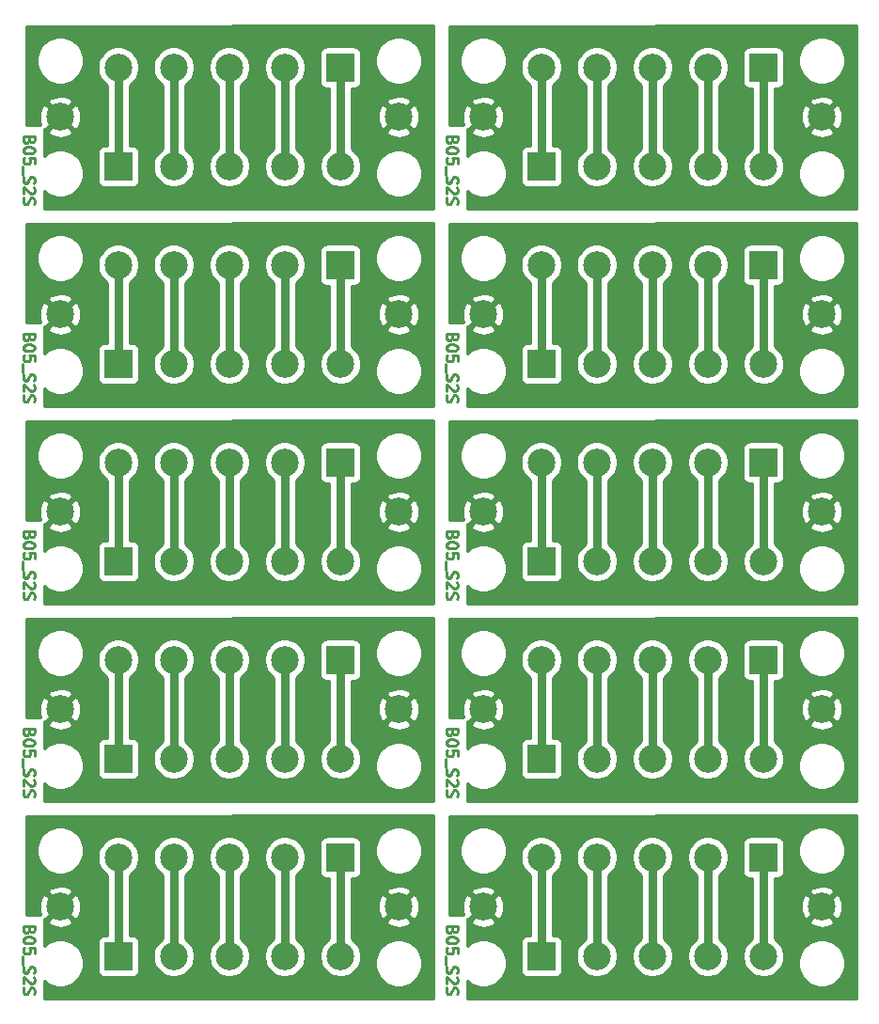
<source format=gbr>
G04 #@! TF.GenerationSoftware,KiCad,Pcbnew,5.1.5-52549c5~86~ubuntu18.04.1*
G04 #@! TF.CreationDate,2020-10-05T00:10:34-05:00*
G04 #@! TF.ProjectId,,58585858-5858-4585-9858-585858585858,rev?*
G04 #@! TF.SameCoordinates,Original*
G04 #@! TF.FileFunction,Copper,L1,Top*
G04 #@! TF.FilePolarity,Positive*
%FSLAX46Y46*%
G04 Gerber Fmt 4.6, Leading zero omitted, Abs format (unit mm)*
G04 Created by KiCad (PCBNEW 5.1.5-52549c5~86~ubuntu18.04.1) date 2020-10-05 00:10:34*
%MOMM*%
%LPD*%
G04 APERTURE LIST*
%ADD10C,0.250000*%
%ADD11R,2.500000X2.500000*%
%ADD12C,2.500000*%
%ADD13C,2.499360*%
%ADD14C,0.750000*%
%ADD15C,0.254000*%
G04 APERTURE END LIST*
D10*
X93721228Y-123115723D02*
X93673609Y-123258580D01*
X93625990Y-123306200D01*
X93530752Y-123353819D01*
X93387895Y-123353819D01*
X93292657Y-123306200D01*
X93245038Y-123258580D01*
X93197419Y-123163342D01*
X93197419Y-122782390D01*
X94197419Y-122782390D01*
X94197419Y-123115723D01*
X94149800Y-123210961D01*
X94102180Y-123258580D01*
X94006942Y-123306200D01*
X93911704Y-123306200D01*
X93816466Y-123258580D01*
X93768847Y-123210961D01*
X93721228Y-123115723D01*
X93721228Y-122782390D01*
X94197419Y-123972866D02*
X94197419Y-124068104D01*
X94149800Y-124163342D01*
X94102180Y-124210961D01*
X94006942Y-124258580D01*
X93816466Y-124306200D01*
X93578371Y-124306200D01*
X93387895Y-124258580D01*
X93292657Y-124210961D01*
X93245038Y-124163342D01*
X93197419Y-124068104D01*
X93197419Y-123972866D01*
X93245038Y-123877628D01*
X93292657Y-123830009D01*
X93387895Y-123782390D01*
X93578371Y-123734771D01*
X93816466Y-123734771D01*
X94006942Y-123782390D01*
X94102180Y-123830009D01*
X94149800Y-123877628D01*
X94197419Y-123972866D01*
X94197419Y-125210961D02*
X94197419Y-124734771D01*
X93721228Y-124687152D01*
X93768847Y-124734771D01*
X93816466Y-124830009D01*
X93816466Y-125068104D01*
X93768847Y-125163342D01*
X93721228Y-125210961D01*
X93625990Y-125258580D01*
X93387895Y-125258580D01*
X93292657Y-125210961D01*
X93245038Y-125163342D01*
X93197419Y-125068104D01*
X93197419Y-124830009D01*
X93245038Y-124734771D01*
X93292657Y-124687152D01*
X93102180Y-125449057D02*
X93102180Y-126210961D01*
X93245038Y-126401438D02*
X93197419Y-126544295D01*
X93197419Y-126782390D01*
X93245038Y-126877628D01*
X93292657Y-126925247D01*
X93387895Y-126972866D01*
X93483133Y-126972866D01*
X93578371Y-126925247D01*
X93625990Y-126877628D01*
X93673609Y-126782390D01*
X93721228Y-126591914D01*
X93768847Y-126496676D01*
X93816466Y-126449057D01*
X93911704Y-126401438D01*
X94006942Y-126401438D01*
X94102180Y-126449057D01*
X94149800Y-126496676D01*
X94197419Y-126591914D01*
X94197419Y-126830009D01*
X94149800Y-126972866D01*
X94102180Y-127353819D02*
X94149800Y-127401438D01*
X94197419Y-127496676D01*
X94197419Y-127734771D01*
X94149800Y-127830009D01*
X94102180Y-127877628D01*
X94006942Y-127925247D01*
X93911704Y-127925247D01*
X93768847Y-127877628D01*
X93197419Y-127306200D01*
X93197419Y-127925247D01*
X93245038Y-128306200D02*
X93197419Y-128449057D01*
X93197419Y-128687152D01*
X93245038Y-128782390D01*
X93292657Y-128830009D01*
X93387895Y-128877628D01*
X93483133Y-128877628D01*
X93578371Y-128830009D01*
X93625990Y-128782390D01*
X93673609Y-128687152D01*
X93721228Y-128496676D01*
X93768847Y-128401438D01*
X93816466Y-128353819D01*
X93911704Y-128306200D01*
X94006942Y-128306200D01*
X94102180Y-128353819D01*
X94149800Y-128401438D01*
X94197419Y-128496676D01*
X94197419Y-128734771D01*
X94149800Y-128877628D01*
X55621228Y-123115723D02*
X55573609Y-123258580D01*
X55525990Y-123306200D01*
X55430752Y-123353819D01*
X55287895Y-123353819D01*
X55192657Y-123306200D01*
X55145038Y-123258580D01*
X55097419Y-123163342D01*
X55097419Y-122782390D01*
X56097419Y-122782390D01*
X56097419Y-123115723D01*
X56049800Y-123210961D01*
X56002180Y-123258580D01*
X55906942Y-123306200D01*
X55811704Y-123306200D01*
X55716466Y-123258580D01*
X55668847Y-123210961D01*
X55621228Y-123115723D01*
X55621228Y-122782390D01*
X56097419Y-123972866D02*
X56097419Y-124068104D01*
X56049800Y-124163342D01*
X56002180Y-124210961D01*
X55906942Y-124258580D01*
X55716466Y-124306200D01*
X55478371Y-124306200D01*
X55287895Y-124258580D01*
X55192657Y-124210961D01*
X55145038Y-124163342D01*
X55097419Y-124068104D01*
X55097419Y-123972866D01*
X55145038Y-123877628D01*
X55192657Y-123830009D01*
X55287895Y-123782390D01*
X55478371Y-123734771D01*
X55716466Y-123734771D01*
X55906942Y-123782390D01*
X56002180Y-123830009D01*
X56049800Y-123877628D01*
X56097419Y-123972866D01*
X56097419Y-125210961D02*
X56097419Y-124734771D01*
X55621228Y-124687152D01*
X55668847Y-124734771D01*
X55716466Y-124830009D01*
X55716466Y-125068104D01*
X55668847Y-125163342D01*
X55621228Y-125210961D01*
X55525990Y-125258580D01*
X55287895Y-125258580D01*
X55192657Y-125210961D01*
X55145038Y-125163342D01*
X55097419Y-125068104D01*
X55097419Y-124830009D01*
X55145038Y-124734771D01*
X55192657Y-124687152D01*
X55002180Y-125449057D02*
X55002180Y-126210961D01*
X55145038Y-126401438D02*
X55097419Y-126544295D01*
X55097419Y-126782390D01*
X55145038Y-126877628D01*
X55192657Y-126925247D01*
X55287895Y-126972866D01*
X55383133Y-126972866D01*
X55478371Y-126925247D01*
X55525990Y-126877628D01*
X55573609Y-126782390D01*
X55621228Y-126591914D01*
X55668847Y-126496676D01*
X55716466Y-126449057D01*
X55811704Y-126401438D01*
X55906942Y-126401438D01*
X56002180Y-126449057D01*
X56049800Y-126496676D01*
X56097419Y-126591914D01*
X56097419Y-126830009D01*
X56049800Y-126972866D01*
X56002180Y-127353819D02*
X56049800Y-127401438D01*
X56097419Y-127496676D01*
X56097419Y-127734771D01*
X56049800Y-127830009D01*
X56002180Y-127877628D01*
X55906942Y-127925247D01*
X55811704Y-127925247D01*
X55668847Y-127877628D01*
X55097419Y-127306200D01*
X55097419Y-127925247D01*
X55145038Y-128306200D02*
X55097419Y-128449057D01*
X55097419Y-128687152D01*
X55145038Y-128782390D01*
X55192657Y-128830009D01*
X55287895Y-128877628D01*
X55383133Y-128877628D01*
X55478371Y-128830009D01*
X55525990Y-128782390D01*
X55573609Y-128687152D01*
X55621228Y-128496676D01*
X55668847Y-128401438D01*
X55716466Y-128353819D01*
X55811704Y-128306200D01*
X55906942Y-128306200D01*
X56002180Y-128353819D01*
X56049800Y-128401438D01*
X56097419Y-128496676D01*
X56097419Y-128734771D01*
X56049800Y-128877628D01*
X93721228Y-105335723D02*
X93673609Y-105478580D01*
X93625990Y-105526200D01*
X93530752Y-105573819D01*
X93387895Y-105573819D01*
X93292657Y-105526200D01*
X93245038Y-105478580D01*
X93197419Y-105383342D01*
X93197419Y-105002390D01*
X94197419Y-105002390D01*
X94197419Y-105335723D01*
X94149800Y-105430961D01*
X94102180Y-105478580D01*
X94006942Y-105526200D01*
X93911704Y-105526200D01*
X93816466Y-105478580D01*
X93768847Y-105430961D01*
X93721228Y-105335723D01*
X93721228Y-105002390D01*
X94197419Y-106192866D02*
X94197419Y-106288104D01*
X94149800Y-106383342D01*
X94102180Y-106430961D01*
X94006942Y-106478580D01*
X93816466Y-106526200D01*
X93578371Y-106526200D01*
X93387895Y-106478580D01*
X93292657Y-106430961D01*
X93245038Y-106383342D01*
X93197419Y-106288104D01*
X93197419Y-106192866D01*
X93245038Y-106097628D01*
X93292657Y-106050009D01*
X93387895Y-106002390D01*
X93578371Y-105954771D01*
X93816466Y-105954771D01*
X94006942Y-106002390D01*
X94102180Y-106050009D01*
X94149800Y-106097628D01*
X94197419Y-106192866D01*
X94197419Y-107430961D02*
X94197419Y-106954771D01*
X93721228Y-106907152D01*
X93768847Y-106954771D01*
X93816466Y-107050009D01*
X93816466Y-107288104D01*
X93768847Y-107383342D01*
X93721228Y-107430961D01*
X93625990Y-107478580D01*
X93387895Y-107478580D01*
X93292657Y-107430961D01*
X93245038Y-107383342D01*
X93197419Y-107288104D01*
X93197419Y-107050009D01*
X93245038Y-106954771D01*
X93292657Y-106907152D01*
X93102180Y-107669057D02*
X93102180Y-108430961D01*
X93245038Y-108621438D02*
X93197419Y-108764295D01*
X93197419Y-109002390D01*
X93245038Y-109097628D01*
X93292657Y-109145247D01*
X93387895Y-109192866D01*
X93483133Y-109192866D01*
X93578371Y-109145247D01*
X93625990Y-109097628D01*
X93673609Y-109002390D01*
X93721228Y-108811914D01*
X93768847Y-108716676D01*
X93816466Y-108669057D01*
X93911704Y-108621438D01*
X94006942Y-108621438D01*
X94102180Y-108669057D01*
X94149800Y-108716676D01*
X94197419Y-108811914D01*
X94197419Y-109050009D01*
X94149800Y-109192866D01*
X94102180Y-109573819D02*
X94149800Y-109621438D01*
X94197419Y-109716676D01*
X94197419Y-109954771D01*
X94149800Y-110050009D01*
X94102180Y-110097628D01*
X94006942Y-110145247D01*
X93911704Y-110145247D01*
X93768847Y-110097628D01*
X93197419Y-109526200D01*
X93197419Y-110145247D01*
X93245038Y-110526200D02*
X93197419Y-110669057D01*
X93197419Y-110907152D01*
X93245038Y-111002390D01*
X93292657Y-111050009D01*
X93387895Y-111097628D01*
X93483133Y-111097628D01*
X93578371Y-111050009D01*
X93625990Y-111002390D01*
X93673609Y-110907152D01*
X93721228Y-110716676D01*
X93768847Y-110621438D01*
X93816466Y-110573819D01*
X93911704Y-110526200D01*
X94006942Y-110526200D01*
X94102180Y-110573819D01*
X94149800Y-110621438D01*
X94197419Y-110716676D01*
X94197419Y-110954771D01*
X94149800Y-111097628D01*
X55621228Y-105335723D02*
X55573609Y-105478580D01*
X55525990Y-105526200D01*
X55430752Y-105573819D01*
X55287895Y-105573819D01*
X55192657Y-105526200D01*
X55145038Y-105478580D01*
X55097419Y-105383342D01*
X55097419Y-105002390D01*
X56097419Y-105002390D01*
X56097419Y-105335723D01*
X56049800Y-105430961D01*
X56002180Y-105478580D01*
X55906942Y-105526200D01*
X55811704Y-105526200D01*
X55716466Y-105478580D01*
X55668847Y-105430961D01*
X55621228Y-105335723D01*
X55621228Y-105002390D01*
X56097419Y-106192866D02*
X56097419Y-106288104D01*
X56049800Y-106383342D01*
X56002180Y-106430961D01*
X55906942Y-106478580D01*
X55716466Y-106526200D01*
X55478371Y-106526200D01*
X55287895Y-106478580D01*
X55192657Y-106430961D01*
X55145038Y-106383342D01*
X55097419Y-106288104D01*
X55097419Y-106192866D01*
X55145038Y-106097628D01*
X55192657Y-106050009D01*
X55287895Y-106002390D01*
X55478371Y-105954771D01*
X55716466Y-105954771D01*
X55906942Y-106002390D01*
X56002180Y-106050009D01*
X56049800Y-106097628D01*
X56097419Y-106192866D01*
X56097419Y-107430961D02*
X56097419Y-106954771D01*
X55621228Y-106907152D01*
X55668847Y-106954771D01*
X55716466Y-107050009D01*
X55716466Y-107288104D01*
X55668847Y-107383342D01*
X55621228Y-107430961D01*
X55525990Y-107478580D01*
X55287895Y-107478580D01*
X55192657Y-107430961D01*
X55145038Y-107383342D01*
X55097419Y-107288104D01*
X55097419Y-107050009D01*
X55145038Y-106954771D01*
X55192657Y-106907152D01*
X55002180Y-107669057D02*
X55002180Y-108430961D01*
X55145038Y-108621438D02*
X55097419Y-108764295D01*
X55097419Y-109002390D01*
X55145038Y-109097628D01*
X55192657Y-109145247D01*
X55287895Y-109192866D01*
X55383133Y-109192866D01*
X55478371Y-109145247D01*
X55525990Y-109097628D01*
X55573609Y-109002390D01*
X55621228Y-108811914D01*
X55668847Y-108716676D01*
X55716466Y-108669057D01*
X55811704Y-108621438D01*
X55906942Y-108621438D01*
X56002180Y-108669057D01*
X56049800Y-108716676D01*
X56097419Y-108811914D01*
X56097419Y-109050009D01*
X56049800Y-109192866D01*
X56002180Y-109573819D02*
X56049800Y-109621438D01*
X56097419Y-109716676D01*
X56097419Y-109954771D01*
X56049800Y-110050009D01*
X56002180Y-110097628D01*
X55906942Y-110145247D01*
X55811704Y-110145247D01*
X55668847Y-110097628D01*
X55097419Y-109526200D01*
X55097419Y-110145247D01*
X55145038Y-110526200D02*
X55097419Y-110669057D01*
X55097419Y-110907152D01*
X55145038Y-111002390D01*
X55192657Y-111050009D01*
X55287895Y-111097628D01*
X55383133Y-111097628D01*
X55478371Y-111050009D01*
X55525990Y-111002390D01*
X55573609Y-110907152D01*
X55621228Y-110716676D01*
X55668847Y-110621438D01*
X55716466Y-110573819D01*
X55811704Y-110526200D01*
X55906942Y-110526200D01*
X56002180Y-110573819D01*
X56049800Y-110621438D01*
X56097419Y-110716676D01*
X56097419Y-110954771D01*
X56049800Y-111097628D01*
X93721228Y-87555723D02*
X93673609Y-87698580D01*
X93625990Y-87746200D01*
X93530752Y-87793819D01*
X93387895Y-87793819D01*
X93292657Y-87746200D01*
X93245038Y-87698580D01*
X93197419Y-87603342D01*
X93197419Y-87222390D01*
X94197419Y-87222390D01*
X94197419Y-87555723D01*
X94149800Y-87650961D01*
X94102180Y-87698580D01*
X94006942Y-87746200D01*
X93911704Y-87746200D01*
X93816466Y-87698580D01*
X93768847Y-87650961D01*
X93721228Y-87555723D01*
X93721228Y-87222390D01*
X94197419Y-88412866D02*
X94197419Y-88508104D01*
X94149800Y-88603342D01*
X94102180Y-88650961D01*
X94006942Y-88698580D01*
X93816466Y-88746200D01*
X93578371Y-88746200D01*
X93387895Y-88698580D01*
X93292657Y-88650961D01*
X93245038Y-88603342D01*
X93197419Y-88508104D01*
X93197419Y-88412866D01*
X93245038Y-88317628D01*
X93292657Y-88270009D01*
X93387895Y-88222390D01*
X93578371Y-88174771D01*
X93816466Y-88174771D01*
X94006942Y-88222390D01*
X94102180Y-88270009D01*
X94149800Y-88317628D01*
X94197419Y-88412866D01*
X94197419Y-89650961D02*
X94197419Y-89174771D01*
X93721228Y-89127152D01*
X93768847Y-89174771D01*
X93816466Y-89270009D01*
X93816466Y-89508104D01*
X93768847Y-89603342D01*
X93721228Y-89650961D01*
X93625990Y-89698580D01*
X93387895Y-89698580D01*
X93292657Y-89650961D01*
X93245038Y-89603342D01*
X93197419Y-89508104D01*
X93197419Y-89270009D01*
X93245038Y-89174771D01*
X93292657Y-89127152D01*
X93102180Y-89889057D02*
X93102180Y-90650961D01*
X93245038Y-90841438D02*
X93197419Y-90984295D01*
X93197419Y-91222390D01*
X93245038Y-91317628D01*
X93292657Y-91365247D01*
X93387895Y-91412866D01*
X93483133Y-91412866D01*
X93578371Y-91365247D01*
X93625990Y-91317628D01*
X93673609Y-91222390D01*
X93721228Y-91031914D01*
X93768847Y-90936676D01*
X93816466Y-90889057D01*
X93911704Y-90841438D01*
X94006942Y-90841438D01*
X94102180Y-90889057D01*
X94149800Y-90936676D01*
X94197419Y-91031914D01*
X94197419Y-91270009D01*
X94149800Y-91412866D01*
X94102180Y-91793819D02*
X94149800Y-91841438D01*
X94197419Y-91936676D01*
X94197419Y-92174771D01*
X94149800Y-92270009D01*
X94102180Y-92317628D01*
X94006942Y-92365247D01*
X93911704Y-92365247D01*
X93768847Y-92317628D01*
X93197419Y-91746200D01*
X93197419Y-92365247D01*
X93245038Y-92746200D02*
X93197419Y-92889057D01*
X93197419Y-93127152D01*
X93245038Y-93222390D01*
X93292657Y-93270009D01*
X93387895Y-93317628D01*
X93483133Y-93317628D01*
X93578371Y-93270009D01*
X93625990Y-93222390D01*
X93673609Y-93127152D01*
X93721228Y-92936676D01*
X93768847Y-92841438D01*
X93816466Y-92793819D01*
X93911704Y-92746200D01*
X94006942Y-92746200D01*
X94102180Y-92793819D01*
X94149800Y-92841438D01*
X94197419Y-92936676D01*
X94197419Y-93174771D01*
X94149800Y-93317628D01*
X55621228Y-87555723D02*
X55573609Y-87698580D01*
X55525990Y-87746200D01*
X55430752Y-87793819D01*
X55287895Y-87793819D01*
X55192657Y-87746200D01*
X55145038Y-87698580D01*
X55097419Y-87603342D01*
X55097419Y-87222390D01*
X56097419Y-87222390D01*
X56097419Y-87555723D01*
X56049800Y-87650961D01*
X56002180Y-87698580D01*
X55906942Y-87746200D01*
X55811704Y-87746200D01*
X55716466Y-87698580D01*
X55668847Y-87650961D01*
X55621228Y-87555723D01*
X55621228Y-87222390D01*
X56097419Y-88412866D02*
X56097419Y-88508104D01*
X56049800Y-88603342D01*
X56002180Y-88650961D01*
X55906942Y-88698580D01*
X55716466Y-88746200D01*
X55478371Y-88746200D01*
X55287895Y-88698580D01*
X55192657Y-88650961D01*
X55145038Y-88603342D01*
X55097419Y-88508104D01*
X55097419Y-88412866D01*
X55145038Y-88317628D01*
X55192657Y-88270009D01*
X55287895Y-88222390D01*
X55478371Y-88174771D01*
X55716466Y-88174771D01*
X55906942Y-88222390D01*
X56002180Y-88270009D01*
X56049800Y-88317628D01*
X56097419Y-88412866D01*
X56097419Y-89650961D02*
X56097419Y-89174771D01*
X55621228Y-89127152D01*
X55668847Y-89174771D01*
X55716466Y-89270009D01*
X55716466Y-89508104D01*
X55668847Y-89603342D01*
X55621228Y-89650961D01*
X55525990Y-89698580D01*
X55287895Y-89698580D01*
X55192657Y-89650961D01*
X55145038Y-89603342D01*
X55097419Y-89508104D01*
X55097419Y-89270009D01*
X55145038Y-89174771D01*
X55192657Y-89127152D01*
X55002180Y-89889057D02*
X55002180Y-90650961D01*
X55145038Y-90841438D02*
X55097419Y-90984295D01*
X55097419Y-91222390D01*
X55145038Y-91317628D01*
X55192657Y-91365247D01*
X55287895Y-91412866D01*
X55383133Y-91412866D01*
X55478371Y-91365247D01*
X55525990Y-91317628D01*
X55573609Y-91222390D01*
X55621228Y-91031914D01*
X55668847Y-90936676D01*
X55716466Y-90889057D01*
X55811704Y-90841438D01*
X55906942Y-90841438D01*
X56002180Y-90889057D01*
X56049800Y-90936676D01*
X56097419Y-91031914D01*
X56097419Y-91270009D01*
X56049800Y-91412866D01*
X56002180Y-91793819D02*
X56049800Y-91841438D01*
X56097419Y-91936676D01*
X56097419Y-92174771D01*
X56049800Y-92270009D01*
X56002180Y-92317628D01*
X55906942Y-92365247D01*
X55811704Y-92365247D01*
X55668847Y-92317628D01*
X55097419Y-91746200D01*
X55097419Y-92365247D01*
X55145038Y-92746200D02*
X55097419Y-92889057D01*
X55097419Y-93127152D01*
X55145038Y-93222390D01*
X55192657Y-93270009D01*
X55287895Y-93317628D01*
X55383133Y-93317628D01*
X55478371Y-93270009D01*
X55525990Y-93222390D01*
X55573609Y-93127152D01*
X55621228Y-92936676D01*
X55668847Y-92841438D01*
X55716466Y-92793819D01*
X55811704Y-92746200D01*
X55906942Y-92746200D01*
X56002180Y-92793819D01*
X56049800Y-92841438D01*
X56097419Y-92936676D01*
X56097419Y-93174771D01*
X56049800Y-93317628D01*
X93721228Y-69775723D02*
X93673609Y-69918580D01*
X93625990Y-69966200D01*
X93530752Y-70013819D01*
X93387895Y-70013819D01*
X93292657Y-69966200D01*
X93245038Y-69918580D01*
X93197419Y-69823342D01*
X93197419Y-69442390D01*
X94197419Y-69442390D01*
X94197419Y-69775723D01*
X94149800Y-69870961D01*
X94102180Y-69918580D01*
X94006942Y-69966200D01*
X93911704Y-69966200D01*
X93816466Y-69918580D01*
X93768847Y-69870961D01*
X93721228Y-69775723D01*
X93721228Y-69442390D01*
X94197419Y-70632866D02*
X94197419Y-70728104D01*
X94149800Y-70823342D01*
X94102180Y-70870961D01*
X94006942Y-70918580D01*
X93816466Y-70966200D01*
X93578371Y-70966200D01*
X93387895Y-70918580D01*
X93292657Y-70870961D01*
X93245038Y-70823342D01*
X93197419Y-70728104D01*
X93197419Y-70632866D01*
X93245038Y-70537628D01*
X93292657Y-70490009D01*
X93387895Y-70442390D01*
X93578371Y-70394771D01*
X93816466Y-70394771D01*
X94006942Y-70442390D01*
X94102180Y-70490009D01*
X94149800Y-70537628D01*
X94197419Y-70632866D01*
X94197419Y-71870961D02*
X94197419Y-71394771D01*
X93721228Y-71347152D01*
X93768847Y-71394771D01*
X93816466Y-71490009D01*
X93816466Y-71728104D01*
X93768847Y-71823342D01*
X93721228Y-71870961D01*
X93625990Y-71918580D01*
X93387895Y-71918580D01*
X93292657Y-71870961D01*
X93245038Y-71823342D01*
X93197419Y-71728104D01*
X93197419Y-71490009D01*
X93245038Y-71394771D01*
X93292657Y-71347152D01*
X93102180Y-72109057D02*
X93102180Y-72870961D01*
X93245038Y-73061438D02*
X93197419Y-73204295D01*
X93197419Y-73442390D01*
X93245038Y-73537628D01*
X93292657Y-73585247D01*
X93387895Y-73632866D01*
X93483133Y-73632866D01*
X93578371Y-73585247D01*
X93625990Y-73537628D01*
X93673609Y-73442390D01*
X93721228Y-73251914D01*
X93768847Y-73156676D01*
X93816466Y-73109057D01*
X93911704Y-73061438D01*
X94006942Y-73061438D01*
X94102180Y-73109057D01*
X94149800Y-73156676D01*
X94197419Y-73251914D01*
X94197419Y-73490009D01*
X94149800Y-73632866D01*
X94102180Y-74013819D02*
X94149800Y-74061438D01*
X94197419Y-74156676D01*
X94197419Y-74394771D01*
X94149800Y-74490009D01*
X94102180Y-74537628D01*
X94006942Y-74585247D01*
X93911704Y-74585247D01*
X93768847Y-74537628D01*
X93197419Y-73966200D01*
X93197419Y-74585247D01*
X93245038Y-74966200D02*
X93197419Y-75109057D01*
X93197419Y-75347152D01*
X93245038Y-75442390D01*
X93292657Y-75490009D01*
X93387895Y-75537628D01*
X93483133Y-75537628D01*
X93578371Y-75490009D01*
X93625990Y-75442390D01*
X93673609Y-75347152D01*
X93721228Y-75156676D01*
X93768847Y-75061438D01*
X93816466Y-75013819D01*
X93911704Y-74966200D01*
X94006942Y-74966200D01*
X94102180Y-75013819D01*
X94149800Y-75061438D01*
X94197419Y-75156676D01*
X94197419Y-75394771D01*
X94149800Y-75537628D01*
X55621228Y-69775723D02*
X55573609Y-69918580D01*
X55525990Y-69966200D01*
X55430752Y-70013819D01*
X55287895Y-70013819D01*
X55192657Y-69966200D01*
X55145038Y-69918580D01*
X55097419Y-69823342D01*
X55097419Y-69442390D01*
X56097419Y-69442390D01*
X56097419Y-69775723D01*
X56049800Y-69870961D01*
X56002180Y-69918580D01*
X55906942Y-69966200D01*
X55811704Y-69966200D01*
X55716466Y-69918580D01*
X55668847Y-69870961D01*
X55621228Y-69775723D01*
X55621228Y-69442390D01*
X56097419Y-70632866D02*
X56097419Y-70728104D01*
X56049800Y-70823342D01*
X56002180Y-70870961D01*
X55906942Y-70918580D01*
X55716466Y-70966200D01*
X55478371Y-70966200D01*
X55287895Y-70918580D01*
X55192657Y-70870961D01*
X55145038Y-70823342D01*
X55097419Y-70728104D01*
X55097419Y-70632866D01*
X55145038Y-70537628D01*
X55192657Y-70490009D01*
X55287895Y-70442390D01*
X55478371Y-70394771D01*
X55716466Y-70394771D01*
X55906942Y-70442390D01*
X56002180Y-70490009D01*
X56049800Y-70537628D01*
X56097419Y-70632866D01*
X56097419Y-71870961D02*
X56097419Y-71394771D01*
X55621228Y-71347152D01*
X55668847Y-71394771D01*
X55716466Y-71490009D01*
X55716466Y-71728104D01*
X55668847Y-71823342D01*
X55621228Y-71870961D01*
X55525990Y-71918580D01*
X55287895Y-71918580D01*
X55192657Y-71870961D01*
X55145038Y-71823342D01*
X55097419Y-71728104D01*
X55097419Y-71490009D01*
X55145038Y-71394771D01*
X55192657Y-71347152D01*
X55002180Y-72109057D02*
X55002180Y-72870961D01*
X55145038Y-73061438D02*
X55097419Y-73204295D01*
X55097419Y-73442390D01*
X55145038Y-73537628D01*
X55192657Y-73585247D01*
X55287895Y-73632866D01*
X55383133Y-73632866D01*
X55478371Y-73585247D01*
X55525990Y-73537628D01*
X55573609Y-73442390D01*
X55621228Y-73251914D01*
X55668847Y-73156676D01*
X55716466Y-73109057D01*
X55811704Y-73061438D01*
X55906942Y-73061438D01*
X56002180Y-73109057D01*
X56049800Y-73156676D01*
X56097419Y-73251914D01*
X56097419Y-73490009D01*
X56049800Y-73632866D01*
X56002180Y-74013819D02*
X56049800Y-74061438D01*
X56097419Y-74156676D01*
X56097419Y-74394771D01*
X56049800Y-74490009D01*
X56002180Y-74537628D01*
X55906942Y-74585247D01*
X55811704Y-74585247D01*
X55668847Y-74537628D01*
X55097419Y-73966200D01*
X55097419Y-74585247D01*
X55145038Y-74966200D02*
X55097419Y-75109057D01*
X55097419Y-75347152D01*
X55145038Y-75442390D01*
X55192657Y-75490009D01*
X55287895Y-75537628D01*
X55383133Y-75537628D01*
X55478371Y-75490009D01*
X55525990Y-75442390D01*
X55573609Y-75347152D01*
X55621228Y-75156676D01*
X55668847Y-75061438D01*
X55716466Y-75013819D01*
X55811704Y-74966200D01*
X55906942Y-74966200D01*
X56002180Y-75013819D01*
X56049800Y-75061438D01*
X56097419Y-75156676D01*
X56097419Y-75394771D01*
X56049800Y-75537628D01*
X93721228Y-51995723D02*
X93673609Y-52138580D01*
X93625990Y-52186200D01*
X93530752Y-52233819D01*
X93387895Y-52233819D01*
X93292657Y-52186200D01*
X93245038Y-52138580D01*
X93197419Y-52043342D01*
X93197419Y-51662390D01*
X94197419Y-51662390D01*
X94197419Y-51995723D01*
X94149800Y-52090961D01*
X94102180Y-52138580D01*
X94006942Y-52186200D01*
X93911704Y-52186200D01*
X93816466Y-52138580D01*
X93768847Y-52090961D01*
X93721228Y-51995723D01*
X93721228Y-51662390D01*
X94197419Y-52852866D02*
X94197419Y-52948104D01*
X94149800Y-53043342D01*
X94102180Y-53090961D01*
X94006942Y-53138580D01*
X93816466Y-53186200D01*
X93578371Y-53186200D01*
X93387895Y-53138580D01*
X93292657Y-53090961D01*
X93245038Y-53043342D01*
X93197419Y-52948104D01*
X93197419Y-52852866D01*
X93245038Y-52757628D01*
X93292657Y-52710009D01*
X93387895Y-52662390D01*
X93578371Y-52614771D01*
X93816466Y-52614771D01*
X94006942Y-52662390D01*
X94102180Y-52710009D01*
X94149800Y-52757628D01*
X94197419Y-52852866D01*
X94197419Y-54090961D02*
X94197419Y-53614771D01*
X93721228Y-53567152D01*
X93768847Y-53614771D01*
X93816466Y-53710009D01*
X93816466Y-53948104D01*
X93768847Y-54043342D01*
X93721228Y-54090961D01*
X93625990Y-54138580D01*
X93387895Y-54138580D01*
X93292657Y-54090961D01*
X93245038Y-54043342D01*
X93197419Y-53948104D01*
X93197419Y-53710009D01*
X93245038Y-53614771D01*
X93292657Y-53567152D01*
X93102180Y-54329057D02*
X93102180Y-55090961D01*
X93245038Y-55281438D02*
X93197419Y-55424295D01*
X93197419Y-55662390D01*
X93245038Y-55757628D01*
X93292657Y-55805247D01*
X93387895Y-55852866D01*
X93483133Y-55852866D01*
X93578371Y-55805247D01*
X93625990Y-55757628D01*
X93673609Y-55662390D01*
X93721228Y-55471914D01*
X93768847Y-55376676D01*
X93816466Y-55329057D01*
X93911704Y-55281438D01*
X94006942Y-55281438D01*
X94102180Y-55329057D01*
X94149800Y-55376676D01*
X94197419Y-55471914D01*
X94197419Y-55710009D01*
X94149800Y-55852866D01*
X94102180Y-56233819D02*
X94149800Y-56281438D01*
X94197419Y-56376676D01*
X94197419Y-56614771D01*
X94149800Y-56710009D01*
X94102180Y-56757628D01*
X94006942Y-56805247D01*
X93911704Y-56805247D01*
X93768847Y-56757628D01*
X93197419Y-56186200D01*
X93197419Y-56805247D01*
X93245038Y-57186200D02*
X93197419Y-57329057D01*
X93197419Y-57567152D01*
X93245038Y-57662390D01*
X93292657Y-57710009D01*
X93387895Y-57757628D01*
X93483133Y-57757628D01*
X93578371Y-57710009D01*
X93625990Y-57662390D01*
X93673609Y-57567152D01*
X93721228Y-57376676D01*
X93768847Y-57281438D01*
X93816466Y-57233819D01*
X93911704Y-57186200D01*
X94006942Y-57186200D01*
X94102180Y-57233819D01*
X94149800Y-57281438D01*
X94197419Y-57376676D01*
X94197419Y-57614771D01*
X94149800Y-57757628D01*
X55621228Y-51995723D02*
X55573609Y-52138580D01*
X55525990Y-52186200D01*
X55430752Y-52233819D01*
X55287895Y-52233819D01*
X55192657Y-52186200D01*
X55145038Y-52138580D01*
X55097419Y-52043342D01*
X55097419Y-51662390D01*
X56097419Y-51662390D01*
X56097419Y-51995723D01*
X56049800Y-52090961D01*
X56002180Y-52138580D01*
X55906942Y-52186200D01*
X55811704Y-52186200D01*
X55716466Y-52138580D01*
X55668847Y-52090961D01*
X55621228Y-51995723D01*
X55621228Y-51662390D01*
X56097419Y-52852866D02*
X56097419Y-52948104D01*
X56049800Y-53043342D01*
X56002180Y-53090961D01*
X55906942Y-53138580D01*
X55716466Y-53186200D01*
X55478371Y-53186200D01*
X55287895Y-53138580D01*
X55192657Y-53090961D01*
X55145038Y-53043342D01*
X55097419Y-52948104D01*
X55097419Y-52852866D01*
X55145038Y-52757628D01*
X55192657Y-52710009D01*
X55287895Y-52662390D01*
X55478371Y-52614771D01*
X55716466Y-52614771D01*
X55906942Y-52662390D01*
X56002180Y-52710009D01*
X56049800Y-52757628D01*
X56097419Y-52852866D01*
X56097419Y-54090961D02*
X56097419Y-53614771D01*
X55621228Y-53567152D01*
X55668847Y-53614771D01*
X55716466Y-53710009D01*
X55716466Y-53948104D01*
X55668847Y-54043342D01*
X55621228Y-54090961D01*
X55525990Y-54138580D01*
X55287895Y-54138580D01*
X55192657Y-54090961D01*
X55145038Y-54043342D01*
X55097419Y-53948104D01*
X55097419Y-53710009D01*
X55145038Y-53614771D01*
X55192657Y-53567152D01*
X55002180Y-54329057D02*
X55002180Y-55090961D01*
X55145038Y-55281438D02*
X55097419Y-55424295D01*
X55097419Y-55662390D01*
X55145038Y-55757628D01*
X55192657Y-55805247D01*
X55287895Y-55852866D01*
X55383133Y-55852866D01*
X55478371Y-55805247D01*
X55525990Y-55757628D01*
X55573609Y-55662390D01*
X55621228Y-55471914D01*
X55668847Y-55376676D01*
X55716466Y-55329057D01*
X55811704Y-55281438D01*
X55906942Y-55281438D01*
X56002180Y-55329057D01*
X56049800Y-55376676D01*
X56097419Y-55471914D01*
X56097419Y-55710009D01*
X56049800Y-55852866D01*
X56002180Y-56233819D02*
X56049800Y-56281438D01*
X56097419Y-56376676D01*
X56097419Y-56614771D01*
X56049800Y-56710009D01*
X56002180Y-56757628D01*
X55906942Y-56805247D01*
X55811704Y-56805247D01*
X55668847Y-56757628D01*
X55097419Y-56186200D01*
X55097419Y-56805247D01*
X55145038Y-57186200D02*
X55097419Y-57329057D01*
X55097419Y-57567152D01*
X55145038Y-57662390D01*
X55192657Y-57710009D01*
X55287895Y-57757628D01*
X55383133Y-57757628D01*
X55478371Y-57710009D01*
X55525990Y-57662390D01*
X55573609Y-57567152D01*
X55621228Y-57376676D01*
X55668847Y-57281438D01*
X55716466Y-57233819D01*
X55811704Y-57186200D01*
X55906942Y-57186200D01*
X56002180Y-57233819D01*
X56049800Y-57281438D01*
X56097419Y-57376676D01*
X56097419Y-57614771D01*
X56049800Y-57757628D01*
D11*
X101744800Y-125471000D03*
D12*
X106744800Y-125471000D03*
X111744800Y-125471000D03*
X116744800Y-125471000D03*
X121744800Y-125471000D03*
D11*
X63644800Y-125471000D03*
D12*
X68644800Y-125471000D03*
X73644800Y-125471000D03*
X78644800Y-125471000D03*
X83644800Y-125471000D03*
D11*
X101744800Y-107691000D03*
D12*
X106744800Y-107691000D03*
X111744800Y-107691000D03*
X116744800Y-107691000D03*
X121744800Y-107691000D03*
D11*
X63644800Y-107691000D03*
D12*
X68644800Y-107691000D03*
X73644800Y-107691000D03*
X78644800Y-107691000D03*
X83644800Y-107691000D03*
D11*
X101744800Y-89911000D03*
D12*
X106744800Y-89911000D03*
X111744800Y-89911000D03*
X116744800Y-89911000D03*
X121744800Y-89911000D03*
D11*
X63644800Y-89911000D03*
D12*
X68644800Y-89911000D03*
X73644800Y-89911000D03*
X78644800Y-89911000D03*
X83644800Y-89911000D03*
D11*
X101744800Y-72131000D03*
D12*
X106744800Y-72131000D03*
X111744800Y-72131000D03*
X116744800Y-72131000D03*
X121744800Y-72131000D03*
D11*
X63644800Y-72131000D03*
D12*
X68644800Y-72131000D03*
X73644800Y-72131000D03*
X78644800Y-72131000D03*
X83644800Y-72131000D03*
D11*
X101744800Y-54351000D03*
D12*
X106744800Y-54351000D03*
X111744800Y-54351000D03*
X116744800Y-54351000D03*
X121744800Y-54351000D03*
D13*
X126984800Y-121015800D03*
X88884800Y-121015800D03*
X126984800Y-103235800D03*
X88884800Y-103235800D03*
X126984800Y-85455800D03*
X88884800Y-85455800D03*
X126984800Y-67675800D03*
X88884800Y-67675800D03*
X126984800Y-49895800D03*
D11*
X121744800Y-116560600D03*
D12*
X116744800Y-116560600D03*
X111744800Y-116560600D03*
X106744800Y-116560600D03*
X101744800Y-116560600D03*
D11*
X83644800Y-116560600D03*
D12*
X78644800Y-116560600D03*
X73644800Y-116560600D03*
X68644800Y-116560600D03*
X63644800Y-116560600D03*
D11*
X121744800Y-98780600D03*
D12*
X116744800Y-98780600D03*
X111744800Y-98780600D03*
X106744800Y-98780600D03*
X101744800Y-98780600D03*
D11*
X83644800Y-98780600D03*
D12*
X78644800Y-98780600D03*
X73644800Y-98780600D03*
X68644800Y-98780600D03*
X63644800Y-98780600D03*
D11*
X121744800Y-81000600D03*
D12*
X116744800Y-81000600D03*
X111744800Y-81000600D03*
X106744800Y-81000600D03*
X101744800Y-81000600D03*
D11*
X83644800Y-81000600D03*
D12*
X78644800Y-81000600D03*
X73644800Y-81000600D03*
X68644800Y-81000600D03*
X63644800Y-81000600D03*
D11*
X121744800Y-63220600D03*
D12*
X116744800Y-63220600D03*
X111744800Y-63220600D03*
X106744800Y-63220600D03*
X101744800Y-63220600D03*
D11*
X83644800Y-63220600D03*
D12*
X78644800Y-63220600D03*
X73644800Y-63220600D03*
X68644800Y-63220600D03*
X63644800Y-63220600D03*
D11*
X121744800Y-45440600D03*
D12*
X116744800Y-45440600D03*
X111744800Y-45440600D03*
X106744800Y-45440600D03*
X101744800Y-45440600D03*
D13*
X96504800Y-121015800D03*
X58404800Y-121015800D03*
X96504800Y-103235800D03*
X58404800Y-103235800D03*
X96504800Y-85455800D03*
X58404800Y-85455800D03*
X96504800Y-67675800D03*
X58404800Y-67675800D03*
X96504800Y-49895800D03*
D12*
X83644800Y-54351000D03*
X78644800Y-54351000D03*
X73644800Y-54351000D03*
X68644800Y-54351000D03*
D11*
X63644800Y-54351000D03*
D12*
X63644800Y-45440600D03*
X68644800Y-45440600D03*
X73644800Y-45440600D03*
X78644800Y-45440600D03*
D11*
X83644800Y-45440600D03*
D13*
X88884800Y-49895800D03*
X58404800Y-49895800D03*
D14*
X63644800Y-45440600D02*
X63644800Y-54351000D01*
X101744800Y-45440600D02*
X101744800Y-54351000D01*
X63644800Y-63220600D02*
X63644800Y-72131000D01*
X101744800Y-63220600D02*
X101744800Y-72131000D01*
X63644800Y-81000600D02*
X63644800Y-89911000D01*
X101744800Y-81000600D02*
X101744800Y-89911000D01*
X63644800Y-98780600D02*
X63644800Y-107691000D01*
X101744800Y-98780600D02*
X101744800Y-107691000D01*
X63644800Y-116560600D02*
X63644800Y-125471000D01*
X101744800Y-116560600D02*
X101744800Y-125471000D01*
X68644800Y-45440600D02*
X68644800Y-54351000D01*
X106744800Y-45440600D02*
X106744800Y-54351000D01*
X68644800Y-63220600D02*
X68644800Y-72131000D01*
X106744800Y-63220600D02*
X106744800Y-72131000D01*
X68644800Y-81000600D02*
X68644800Y-89911000D01*
X106744800Y-81000600D02*
X106744800Y-89911000D01*
X68644800Y-98780600D02*
X68644800Y-107691000D01*
X106744800Y-98780600D02*
X106744800Y-107691000D01*
X68644800Y-116560600D02*
X68644800Y-125471000D01*
X106744800Y-116560600D02*
X106744800Y-125471000D01*
X73644800Y-45440600D02*
X73644800Y-54351000D01*
X111744800Y-45440600D02*
X111744800Y-54351000D01*
X73644800Y-63220600D02*
X73644800Y-72131000D01*
X111744800Y-63220600D02*
X111744800Y-72131000D01*
X73644800Y-81000600D02*
X73644800Y-89911000D01*
X111744800Y-81000600D02*
X111744800Y-89911000D01*
X73644800Y-98780600D02*
X73644800Y-107691000D01*
X111744800Y-98780600D02*
X111744800Y-107691000D01*
X73644800Y-116560600D02*
X73644800Y-125471000D01*
X111744800Y-116560600D02*
X111744800Y-125471000D01*
X78644800Y-45440600D02*
X78644800Y-54351000D01*
X116744800Y-45440600D02*
X116744800Y-54351000D01*
X78644800Y-63220600D02*
X78644800Y-72131000D01*
X116744800Y-63220600D02*
X116744800Y-72131000D01*
X78644800Y-81000600D02*
X78644800Y-89911000D01*
X116744800Y-81000600D02*
X116744800Y-89911000D01*
X78644800Y-98780600D02*
X78644800Y-107691000D01*
X116744800Y-98780600D02*
X116744800Y-107691000D01*
X78644800Y-116560600D02*
X78644800Y-125471000D01*
X116744800Y-116560600D02*
X116744800Y-125471000D01*
X83644800Y-45440600D02*
X83644800Y-54351000D01*
X121744800Y-45440600D02*
X121744800Y-54351000D01*
X83644800Y-63220600D02*
X83644800Y-72131000D01*
X121744800Y-63220600D02*
X121744800Y-72131000D01*
X83644800Y-81000600D02*
X83644800Y-89911000D01*
X121744800Y-81000600D02*
X121744800Y-89911000D01*
X83644800Y-98780600D02*
X83644800Y-107691000D01*
X121744800Y-98780600D02*
X121744800Y-107691000D01*
X83644800Y-116560600D02*
X83644800Y-125471000D01*
X121744800Y-116560600D02*
X121744800Y-125471000D01*
D15*
G36*
X92034801Y-58125800D02*
G01*
X56967300Y-58125800D01*
X56967300Y-56557646D01*
X57043817Y-56634163D01*
X57393498Y-56867812D01*
X57782044Y-57028753D01*
X58194521Y-57110800D01*
X58615079Y-57110800D01*
X59027556Y-57028753D01*
X59416102Y-56867812D01*
X59765783Y-56634163D01*
X60063163Y-56336783D01*
X60296812Y-55987102D01*
X60457753Y-55598556D01*
X60539800Y-55186079D01*
X60539800Y-54765521D01*
X60457753Y-54353044D01*
X60296812Y-53964498D01*
X60063163Y-53614817D01*
X59765783Y-53317437D01*
X59441862Y-53101000D01*
X61756728Y-53101000D01*
X61756728Y-55601000D01*
X61768988Y-55725482D01*
X61805298Y-55845180D01*
X61864263Y-55955494D01*
X61943615Y-56052185D01*
X62040306Y-56131537D01*
X62150620Y-56190502D01*
X62270318Y-56226812D01*
X62394800Y-56239072D01*
X64894800Y-56239072D01*
X65019282Y-56226812D01*
X65138980Y-56190502D01*
X65249294Y-56131537D01*
X65345985Y-56052185D01*
X65425337Y-55955494D01*
X65484302Y-55845180D01*
X65520612Y-55725482D01*
X65532872Y-55601000D01*
X65532872Y-53101000D01*
X65520612Y-52976518D01*
X65484302Y-52856820D01*
X65425337Y-52746506D01*
X65345985Y-52649815D01*
X65249294Y-52570463D01*
X65138980Y-52511498D01*
X65019282Y-52475188D01*
X64894800Y-52462928D01*
X64654800Y-52462928D01*
X64654800Y-47032810D01*
X64846418Y-46904775D01*
X65108975Y-46642218D01*
X65315266Y-46333482D01*
X65457361Y-45990434D01*
X65529800Y-45626256D01*
X65529800Y-45254944D01*
X66759800Y-45254944D01*
X66759800Y-45626256D01*
X66832239Y-45990434D01*
X66974334Y-46333482D01*
X67180625Y-46642218D01*
X67443182Y-46904775D01*
X67634800Y-47032810D01*
X67634801Y-52758789D01*
X67443182Y-52886825D01*
X67180625Y-53149382D01*
X66974334Y-53458118D01*
X66832239Y-53801166D01*
X66759800Y-54165344D01*
X66759800Y-54536656D01*
X66832239Y-54900834D01*
X66974334Y-55243882D01*
X67180625Y-55552618D01*
X67443182Y-55815175D01*
X67751918Y-56021466D01*
X68094966Y-56163561D01*
X68459144Y-56236000D01*
X68830456Y-56236000D01*
X69194634Y-56163561D01*
X69537682Y-56021466D01*
X69846418Y-55815175D01*
X70108975Y-55552618D01*
X70315266Y-55243882D01*
X70457361Y-54900834D01*
X70529800Y-54536656D01*
X70529800Y-54165344D01*
X70457361Y-53801166D01*
X70315266Y-53458118D01*
X70108975Y-53149382D01*
X69846418Y-52886825D01*
X69654800Y-52758790D01*
X69654800Y-47032810D01*
X69846418Y-46904775D01*
X70108975Y-46642218D01*
X70315266Y-46333482D01*
X70457361Y-45990434D01*
X70529800Y-45626256D01*
X70529800Y-45254944D01*
X71759800Y-45254944D01*
X71759800Y-45626256D01*
X71832239Y-45990434D01*
X71974334Y-46333482D01*
X72180625Y-46642218D01*
X72443182Y-46904775D01*
X72634800Y-47032810D01*
X72634801Y-52758789D01*
X72443182Y-52886825D01*
X72180625Y-53149382D01*
X71974334Y-53458118D01*
X71832239Y-53801166D01*
X71759800Y-54165344D01*
X71759800Y-54536656D01*
X71832239Y-54900834D01*
X71974334Y-55243882D01*
X72180625Y-55552618D01*
X72443182Y-55815175D01*
X72751918Y-56021466D01*
X73094966Y-56163561D01*
X73459144Y-56236000D01*
X73830456Y-56236000D01*
X74194634Y-56163561D01*
X74537682Y-56021466D01*
X74846418Y-55815175D01*
X75108975Y-55552618D01*
X75315266Y-55243882D01*
X75457361Y-54900834D01*
X75529800Y-54536656D01*
X75529800Y-54165344D01*
X75457361Y-53801166D01*
X75315266Y-53458118D01*
X75108975Y-53149382D01*
X74846418Y-52886825D01*
X74654800Y-52758790D01*
X74654800Y-47032810D01*
X74846418Y-46904775D01*
X75108975Y-46642218D01*
X75315266Y-46333482D01*
X75457361Y-45990434D01*
X75529800Y-45626256D01*
X75529800Y-45254944D01*
X76759800Y-45254944D01*
X76759800Y-45626256D01*
X76832239Y-45990434D01*
X76974334Y-46333482D01*
X77180625Y-46642218D01*
X77443182Y-46904775D01*
X77634800Y-47032810D01*
X77634801Y-52758789D01*
X77443182Y-52886825D01*
X77180625Y-53149382D01*
X76974334Y-53458118D01*
X76832239Y-53801166D01*
X76759800Y-54165344D01*
X76759800Y-54536656D01*
X76832239Y-54900834D01*
X76974334Y-55243882D01*
X77180625Y-55552618D01*
X77443182Y-55815175D01*
X77751918Y-56021466D01*
X78094966Y-56163561D01*
X78459144Y-56236000D01*
X78830456Y-56236000D01*
X79194634Y-56163561D01*
X79537682Y-56021466D01*
X79846418Y-55815175D01*
X80108975Y-55552618D01*
X80315266Y-55243882D01*
X80457361Y-54900834D01*
X80529800Y-54536656D01*
X80529800Y-54165344D01*
X80457361Y-53801166D01*
X80315266Y-53458118D01*
X80108975Y-53149382D01*
X79846418Y-52886825D01*
X79654800Y-52758790D01*
X79654800Y-47032810D01*
X79846418Y-46904775D01*
X80108975Y-46642218D01*
X80315266Y-46333482D01*
X80457361Y-45990434D01*
X80529800Y-45626256D01*
X80529800Y-45254944D01*
X80457361Y-44890766D01*
X80315266Y-44547718D01*
X80108975Y-44238982D01*
X80060593Y-44190600D01*
X81756728Y-44190600D01*
X81756728Y-46690600D01*
X81768988Y-46815082D01*
X81805298Y-46934780D01*
X81864263Y-47045094D01*
X81943615Y-47141785D01*
X82040306Y-47221137D01*
X82150620Y-47280102D01*
X82270318Y-47316412D01*
X82394800Y-47328672D01*
X82634800Y-47328672D01*
X82634801Y-52758789D01*
X82443182Y-52886825D01*
X82180625Y-53149382D01*
X81974334Y-53458118D01*
X81832239Y-53801166D01*
X81759800Y-54165344D01*
X81759800Y-54536656D01*
X81832239Y-54900834D01*
X81974334Y-55243882D01*
X82180625Y-55552618D01*
X82443182Y-55815175D01*
X82751918Y-56021466D01*
X83094966Y-56163561D01*
X83459144Y-56236000D01*
X83830456Y-56236000D01*
X84194634Y-56163561D01*
X84537682Y-56021466D01*
X84846418Y-55815175D01*
X85108975Y-55552618D01*
X85315266Y-55243882D01*
X85457361Y-54900834D01*
X85484276Y-54765521D01*
X86749800Y-54765521D01*
X86749800Y-55186079D01*
X86831847Y-55598556D01*
X86992788Y-55987102D01*
X87226437Y-56336783D01*
X87523817Y-56634163D01*
X87873498Y-56867812D01*
X88262044Y-57028753D01*
X88674521Y-57110800D01*
X89095079Y-57110800D01*
X89507556Y-57028753D01*
X89896102Y-56867812D01*
X90245783Y-56634163D01*
X90543163Y-56336783D01*
X90776812Y-55987102D01*
X90937753Y-55598556D01*
X91019800Y-55186079D01*
X91019800Y-54765521D01*
X90937753Y-54353044D01*
X90776812Y-53964498D01*
X90543163Y-53614817D01*
X90245783Y-53317437D01*
X89896102Y-53083788D01*
X89507556Y-52922847D01*
X89095079Y-52840800D01*
X88674521Y-52840800D01*
X88262044Y-52922847D01*
X87873498Y-53083788D01*
X87523817Y-53317437D01*
X87226437Y-53614817D01*
X86992788Y-53964498D01*
X86831847Y-54353044D01*
X86749800Y-54765521D01*
X85484276Y-54765521D01*
X85529800Y-54536656D01*
X85529800Y-54165344D01*
X85457361Y-53801166D01*
X85315266Y-53458118D01*
X85108975Y-53149382D01*
X84846418Y-52886825D01*
X84654800Y-52758790D01*
X84654800Y-51209177D01*
X87751029Y-51209177D01*
X87876904Y-51499115D01*
X88209062Y-51664939D01*
X88567187Y-51762775D01*
X88937519Y-51788865D01*
X89305825Y-51742205D01*
X89657951Y-51624589D01*
X89892696Y-51499115D01*
X90018571Y-51209177D01*
X88884800Y-50075405D01*
X87751029Y-51209177D01*
X84654800Y-51209177D01*
X84654800Y-49948519D01*
X86991735Y-49948519D01*
X87038395Y-50316825D01*
X87156011Y-50668951D01*
X87281485Y-50903696D01*
X87571423Y-51029571D01*
X88705195Y-49895800D01*
X89064405Y-49895800D01*
X90198177Y-51029571D01*
X90488115Y-50903696D01*
X90653939Y-50571538D01*
X90751775Y-50213413D01*
X90777865Y-49843081D01*
X90731205Y-49474775D01*
X90613589Y-49122649D01*
X90488115Y-48887904D01*
X90198177Y-48762029D01*
X89064405Y-49895800D01*
X88705195Y-49895800D01*
X87571423Y-48762029D01*
X87281485Y-48887904D01*
X87115661Y-49220062D01*
X87017825Y-49578187D01*
X86991735Y-49948519D01*
X84654800Y-49948519D01*
X84654800Y-48582423D01*
X87751029Y-48582423D01*
X88884800Y-49716195D01*
X90018571Y-48582423D01*
X89892696Y-48292485D01*
X89560538Y-48126661D01*
X89202413Y-48028825D01*
X88832081Y-48002735D01*
X88463775Y-48049395D01*
X88111649Y-48167011D01*
X87876904Y-48292485D01*
X87751029Y-48582423D01*
X84654800Y-48582423D01*
X84654800Y-47328672D01*
X84894800Y-47328672D01*
X85019282Y-47316412D01*
X85138980Y-47280102D01*
X85249294Y-47221137D01*
X85345985Y-47141785D01*
X85425337Y-47045094D01*
X85484302Y-46934780D01*
X85520612Y-46815082D01*
X85532872Y-46690600D01*
X85532872Y-44605521D01*
X86749800Y-44605521D01*
X86749800Y-45026079D01*
X86831847Y-45438556D01*
X86992788Y-45827102D01*
X87226437Y-46176783D01*
X87523817Y-46474163D01*
X87873498Y-46707812D01*
X88262044Y-46868753D01*
X88674521Y-46950800D01*
X89095079Y-46950800D01*
X89507556Y-46868753D01*
X89896102Y-46707812D01*
X90245783Y-46474163D01*
X90543163Y-46176783D01*
X90776812Y-45827102D01*
X90937753Y-45438556D01*
X91019800Y-45026079D01*
X91019800Y-44605521D01*
X90937753Y-44193044D01*
X90776812Y-43804498D01*
X90543163Y-43454817D01*
X90245783Y-43157437D01*
X89896102Y-42923788D01*
X89507556Y-42762847D01*
X89095079Y-42680800D01*
X88674521Y-42680800D01*
X88262044Y-42762847D01*
X87873498Y-42923788D01*
X87523817Y-43157437D01*
X87226437Y-43454817D01*
X86992788Y-43804498D01*
X86831847Y-44193044D01*
X86749800Y-44605521D01*
X85532872Y-44605521D01*
X85532872Y-44190600D01*
X85520612Y-44066118D01*
X85484302Y-43946420D01*
X85425337Y-43836106D01*
X85345985Y-43739415D01*
X85249294Y-43660063D01*
X85138980Y-43601098D01*
X85019282Y-43564788D01*
X84894800Y-43552528D01*
X82394800Y-43552528D01*
X82270318Y-43564788D01*
X82150620Y-43601098D01*
X82040306Y-43660063D01*
X81943615Y-43739415D01*
X81864263Y-43836106D01*
X81805298Y-43946420D01*
X81768988Y-44066118D01*
X81756728Y-44190600D01*
X80060593Y-44190600D01*
X79846418Y-43976425D01*
X79537682Y-43770134D01*
X79194634Y-43628039D01*
X78830456Y-43555600D01*
X78459144Y-43555600D01*
X78094966Y-43628039D01*
X77751918Y-43770134D01*
X77443182Y-43976425D01*
X77180625Y-44238982D01*
X76974334Y-44547718D01*
X76832239Y-44890766D01*
X76759800Y-45254944D01*
X75529800Y-45254944D01*
X75457361Y-44890766D01*
X75315266Y-44547718D01*
X75108975Y-44238982D01*
X74846418Y-43976425D01*
X74537682Y-43770134D01*
X74194634Y-43628039D01*
X73830456Y-43555600D01*
X73459144Y-43555600D01*
X73094966Y-43628039D01*
X72751918Y-43770134D01*
X72443182Y-43976425D01*
X72180625Y-44238982D01*
X71974334Y-44547718D01*
X71832239Y-44890766D01*
X71759800Y-45254944D01*
X70529800Y-45254944D01*
X70457361Y-44890766D01*
X70315266Y-44547718D01*
X70108975Y-44238982D01*
X69846418Y-43976425D01*
X69537682Y-43770134D01*
X69194634Y-43628039D01*
X68830456Y-43555600D01*
X68459144Y-43555600D01*
X68094966Y-43628039D01*
X67751918Y-43770134D01*
X67443182Y-43976425D01*
X67180625Y-44238982D01*
X66974334Y-44547718D01*
X66832239Y-44890766D01*
X66759800Y-45254944D01*
X65529800Y-45254944D01*
X65457361Y-44890766D01*
X65315266Y-44547718D01*
X65108975Y-44238982D01*
X64846418Y-43976425D01*
X64537682Y-43770134D01*
X64194634Y-43628039D01*
X63830456Y-43555600D01*
X63459144Y-43555600D01*
X63094966Y-43628039D01*
X62751918Y-43770134D01*
X62443182Y-43976425D01*
X62180625Y-44238982D01*
X61974334Y-44547718D01*
X61832239Y-44890766D01*
X61759800Y-45254944D01*
X61759800Y-45626256D01*
X61832239Y-45990434D01*
X61974334Y-46333482D01*
X62180625Y-46642218D01*
X62443182Y-46904775D01*
X62634800Y-47032810D01*
X62634801Y-52462928D01*
X62394800Y-52462928D01*
X62270318Y-52475188D01*
X62150620Y-52511498D01*
X62040306Y-52570463D01*
X61943615Y-52649815D01*
X61864263Y-52746506D01*
X61805298Y-52856820D01*
X61768988Y-52976518D01*
X61756728Y-53101000D01*
X59441862Y-53101000D01*
X59416102Y-53083788D01*
X59027556Y-52922847D01*
X58615079Y-52840800D01*
X58194521Y-52840800D01*
X57782044Y-52922847D01*
X57393498Y-53083788D01*
X57043817Y-53317437D01*
X56967300Y-53393954D01*
X56967300Y-51209177D01*
X57271029Y-51209177D01*
X57396904Y-51499115D01*
X57729062Y-51664939D01*
X58087187Y-51762775D01*
X58457519Y-51788865D01*
X58825825Y-51742205D01*
X59177951Y-51624589D01*
X59412696Y-51499115D01*
X59538571Y-51209177D01*
X58404800Y-50075405D01*
X57271029Y-51209177D01*
X56967300Y-51209177D01*
X56967300Y-50975684D01*
X57091423Y-51029571D01*
X58225195Y-49895800D01*
X58584405Y-49895800D01*
X59718177Y-51029571D01*
X60008115Y-50903696D01*
X60173939Y-50571538D01*
X60271775Y-50213413D01*
X60297865Y-49843081D01*
X60251205Y-49474775D01*
X60133589Y-49122649D01*
X60008115Y-48887904D01*
X59718177Y-48762029D01*
X58584405Y-49895800D01*
X58225195Y-49895800D01*
X57091423Y-48762029D01*
X56801485Y-48887904D01*
X56635661Y-49220062D01*
X56537825Y-49578187D01*
X56511735Y-49948519D01*
X56558395Y-50316825D01*
X56674456Y-50664295D01*
X55321200Y-50664295D01*
X55321200Y-48582423D01*
X57271029Y-48582423D01*
X58404800Y-49716195D01*
X59538571Y-48582423D01*
X59412696Y-48292485D01*
X59080538Y-48126661D01*
X58722413Y-48028825D01*
X58352081Y-48002735D01*
X57983775Y-48049395D01*
X57631649Y-48167011D01*
X57396904Y-48292485D01*
X57271029Y-48582423D01*
X55321200Y-48582423D01*
X55321200Y-44605521D01*
X56269800Y-44605521D01*
X56269800Y-45026079D01*
X56351847Y-45438556D01*
X56512788Y-45827102D01*
X56746437Y-46176783D01*
X57043817Y-46474163D01*
X57393498Y-46707812D01*
X57782044Y-46868753D01*
X58194521Y-46950800D01*
X58615079Y-46950800D01*
X59027556Y-46868753D01*
X59416102Y-46707812D01*
X59765783Y-46474163D01*
X60063163Y-46176783D01*
X60296812Y-45827102D01*
X60457753Y-45438556D01*
X60539800Y-45026079D01*
X60539800Y-44605521D01*
X60457753Y-44193044D01*
X60296812Y-43804498D01*
X60063163Y-43454817D01*
X59765783Y-43157437D01*
X59416102Y-42923788D01*
X59027556Y-42762847D01*
X58615079Y-42680800D01*
X58194521Y-42680800D01*
X57782044Y-42762847D01*
X57393498Y-42923788D01*
X57043817Y-43157437D01*
X56746437Y-43454817D01*
X56512788Y-43804498D01*
X56351847Y-44193044D01*
X56269800Y-44605521D01*
X55321200Y-44605521D01*
X55321200Y-41732026D01*
X92034800Y-41681733D01*
X92034801Y-58125800D01*
G37*
X92034801Y-58125800D02*
X56967300Y-58125800D01*
X56967300Y-56557646D01*
X57043817Y-56634163D01*
X57393498Y-56867812D01*
X57782044Y-57028753D01*
X58194521Y-57110800D01*
X58615079Y-57110800D01*
X59027556Y-57028753D01*
X59416102Y-56867812D01*
X59765783Y-56634163D01*
X60063163Y-56336783D01*
X60296812Y-55987102D01*
X60457753Y-55598556D01*
X60539800Y-55186079D01*
X60539800Y-54765521D01*
X60457753Y-54353044D01*
X60296812Y-53964498D01*
X60063163Y-53614817D01*
X59765783Y-53317437D01*
X59441862Y-53101000D01*
X61756728Y-53101000D01*
X61756728Y-55601000D01*
X61768988Y-55725482D01*
X61805298Y-55845180D01*
X61864263Y-55955494D01*
X61943615Y-56052185D01*
X62040306Y-56131537D01*
X62150620Y-56190502D01*
X62270318Y-56226812D01*
X62394800Y-56239072D01*
X64894800Y-56239072D01*
X65019282Y-56226812D01*
X65138980Y-56190502D01*
X65249294Y-56131537D01*
X65345985Y-56052185D01*
X65425337Y-55955494D01*
X65484302Y-55845180D01*
X65520612Y-55725482D01*
X65532872Y-55601000D01*
X65532872Y-53101000D01*
X65520612Y-52976518D01*
X65484302Y-52856820D01*
X65425337Y-52746506D01*
X65345985Y-52649815D01*
X65249294Y-52570463D01*
X65138980Y-52511498D01*
X65019282Y-52475188D01*
X64894800Y-52462928D01*
X64654800Y-52462928D01*
X64654800Y-47032810D01*
X64846418Y-46904775D01*
X65108975Y-46642218D01*
X65315266Y-46333482D01*
X65457361Y-45990434D01*
X65529800Y-45626256D01*
X65529800Y-45254944D01*
X66759800Y-45254944D01*
X66759800Y-45626256D01*
X66832239Y-45990434D01*
X66974334Y-46333482D01*
X67180625Y-46642218D01*
X67443182Y-46904775D01*
X67634800Y-47032810D01*
X67634801Y-52758789D01*
X67443182Y-52886825D01*
X67180625Y-53149382D01*
X66974334Y-53458118D01*
X66832239Y-53801166D01*
X66759800Y-54165344D01*
X66759800Y-54536656D01*
X66832239Y-54900834D01*
X66974334Y-55243882D01*
X67180625Y-55552618D01*
X67443182Y-55815175D01*
X67751918Y-56021466D01*
X68094966Y-56163561D01*
X68459144Y-56236000D01*
X68830456Y-56236000D01*
X69194634Y-56163561D01*
X69537682Y-56021466D01*
X69846418Y-55815175D01*
X70108975Y-55552618D01*
X70315266Y-55243882D01*
X70457361Y-54900834D01*
X70529800Y-54536656D01*
X70529800Y-54165344D01*
X70457361Y-53801166D01*
X70315266Y-53458118D01*
X70108975Y-53149382D01*
X69846418Y-52886825D01*
X69654800Y-52758790D01*
X69654800Y-47032810D01*
X69846418Y-46904775D01*
X70108975Y-46642218D01*
X70315266Y-46333482D01*
X70457361Y-45990434D01*
X70529800Y-45626256D01*
X70529800Y-45254944D01*
X71759800Y-45254944D01*
X71759800Y-45626256D01*
X71832239Y-45990434D01*
X71974334Y-46333482D01*
X72180625Y-46642218D01*
X72443182Y-46904775D01*
X72634800Y-47032810D01*
X72634801Y-52758789D01*
X72443182Y-52886825D01*
X72180625Y-53149382D01*
X71974334Y-53458118D01*
X71832239Y-53801166D01*
X71759800Y-54165344D01*
X71759800Y-54536656D01*
X71832239Y-54900834D01*
X71974334Y-55243882D01*
X72180625Y-55552618D01*
X72443182Y-55815175D01*
X72751918Y-56021466D01*
X73094966Y-56163561D01*
X73459144Y-56236000D01*
X73830456Y-56236000D01*
X74194634Y-56163561D01*
X74537682Y-56021466D01*
X74846418Y-55815175D01*
X75108975Y-55552618D01*
X75315266Y-55243882D01*
X75457361Y-54900834D01*
X75529800Y-54536656D01*
X75529800Y-54165344D01*
X75457361Y-53801166D01*
X75315266Y-53458118D01*
X75108975Y-53149382D01*
X74846418Y-52886825D01*
X74654800Y-52758790D01*
X74654800Y-47032810D01*
X74846418Y-46904775D01*
X75108975Y-46642218D01*
X75315266Y-46333482D01*
X75457361Y-45990434D01*
X75529800Y-45626256D01*
X75529800Y-45254944D01*
X76759800Y-45254944D01*
X76759800Y-45626256D01*
X76832239Y-45990434D01*
X76974334Y-46333482D01*
X77180625Y-46642218D01*
X77443182Y-46904775D01*
X77634800Y-47032810D01*
X77634801Y-52758789D01*
X77443182Y-52886825D01*
X77180625Y-53149382D01*
X76974334Y-53458118D01*
X76832239Y-53801166D01*
X76759800Y-54165344D01*
X76759800Y-54536656D01*
X76832239Y-54900834D01*
X76974334Y-55243882D01*
X77180625Y-55552618D01*
X77443182Y-55815175D01*
X77751918Y-56021466D01*
X78094966Y-56163561D01*
X78459144Y-56236000D01*
X78830456Y-56236000D01*
X79194634Y-56163561D01*
X79537682Y-56021466D01*
X79846418Y-55815175D01*
X80108975Y-55552618D01*
X80315266Y-55243882D01*
X80457361Y-54900834D01*
X80529800Y-54536656D01*
X80529800Y-54165344D01*
X80457361Y-53801166D01*
X80315266Y-53458118D01*
X80108975Y-53149382D01*
X79846418Y-52886825D01*
X79654800Y-52758790D01*
X79654800Y-47032810D01*
X79846418Y-46904775D01*
X80108975Y-46642218D01*
X80315266Y-46333482D01*
X80457361Y-45990434D01*
X80529800Y-45626256D01*
X80529800Y-45254944D01*
X80457361Y-44890766D01*
X80315266Y-44547718D01*
X80108975Y-44238982D01*
X80060593Y-44190600D01*
X81756728Y-44190600D01*
X81756728Y-46690600D01*
X81768988Y-46815082D01*
X81805298Y-46934780D01*
X81864263Y-47045094D01*
X81943615Y-47141785D01*
X82040306Y-47221137D01*
X82150620Y-47280102D01*
X82270318Y-47316412D01*
X82394800Y-47328672D01*
X82634800Y-47328672D01*
X82634801Y-52758789D01*
X82443182Y-52886825D01*
X82180625Y-53149382D01*
X81974334Y-53458118D01*
X81832239Y-53801166D01*
X81759800Y-54165344D01*
X81759800Y-54536656D01*
X81832239Y-54900834D01*
X81974334Y-55243882D01*
X82180625Y-55552618D01*
X82443182Y-55815175D01*
X82751918Y-56021466D01*
X83094966Y-56163561D01*
X83459144Y-56236000D01*
X83830456Y-56236000D01*
X84194634Y-56163561D01*
X84537682Y-56021466D01*
X84846418Y-55815175D01*
X85108975Y-55552618D01*
X85315266Y-55243882D01*
X85457361Y-54900834D01*
X85484276Y-54765521D01*
X86749800Y-54765521D01*
X86749800Y-55186079D01*
X86831847Y-55598556D01*
X86992788Y-55987102D01*
X87226437Y-56336783D01*
X87523817Y-56634163D01*
X87873498Y-56867812D01*
X88262044Y-57028753D01*
X88674521Y-57110800D01*
X89095079Y-57110800D01*
X89507556Y-57028753D01*
X89896102Y-56867812D01*
X90245783Y-56634163D01*
X90543163Y-56336783D01*
X90776812Y-55987102D01*
X90937753Y-55598556D01*
X91019800Y-55186079D01*
X91019800Y-54765521D01*
X90937753Y-54353044D01*
X90776812Y-53964498D01*
X90543163Y-53614817D01*
X90245783Y-53317437D01*
X89896102Y-53083788D01*
X89507556Y-52922847D01*
X89095079Y-52840800D01*
X88674521Y-52840800D01*
X88262044Y-52922847D01*
X87873498Y-53083788D01*
X87523817Y-53317437D01*
X87226437Y-53614817D01*
X86992788Y-53964498D01*
X86831847Y-54353044D01*
X86749800Y-54765521D01*
X85484276Y-54765521D01*
X85529800Y-54536656D01*
X85529800Y-54165344D01*
X85457361Y-53801166D01*
X85315266Y-53458118D01*
X85108975Y-53149382D01*
X84846418Y-52886825D01*
X84654800Y-52758790D01*
X84654800Y-51209177D01*
X87751029Y-51209177D01*
X87876904Y-51499115D01*
X88209062Y-51664939D01*
X88567187Y-51762775D01*
X88937519Y-51788865D01*
X89305825Y-51742205D01*
X89657951Y-51624589D01*
X89892696Y-51499115D01*
X90018571Y-51209177D01*
X88884800Y-50075405D01*
X87751029Y-51209177D01*
X84654800Y-51209177D01*
X84654800Y-49948519D01*
X86991735Y-49948519D01*
X87038395Y-50316825D01*
X87156011Y-50668951D01*
X87281485Y-50903696D01*
X87571423Y-51029571D01*
X88705195Y-49895800D01*
X89064405Y-49895800D01*
X90198177Y-51029571D01*
X90488115Y-50903696D01*
X90653939Y-50571538D01*
X90751775Y-50213413D01*
X90777865Y-49843081D01*
X90731205Y-49474775D01*
X90613589Y-49122649D01*
X90488115Y-48887904D01*
X90198177Y-48762029D01*
X89064405Y-49895800D01*
X88705195Y-49895800D01*
X87571423Y-48762029D01*
X87281485Y-48887904D01*
X87115661Y-49220062D01*
X87017825Y-49578187D01*
X86991735Y-49948519D01*
X84654800Y-49948519D01*
X84654800Y-48582423D01*
X87751029Y-48582423D01*
X88884800Y-49716195D01*
X90018571Y-48582423D01*
X89892696Y-48292485D01*
X89560538Y-48126661D01*
X89202413Y-48028825D01*
X88832081Y-48002735D01*
X88463775Y-48049395D01*
X88111649Y-48167011D01*
X87876904Y-48292485D01*
X87751029Y-48582423D01*
X84654800Y-48582423D01*
X84654800Y-47328672D01*
X84894800Y-47328672D01*
X85019282Y-47316412D01*
X85138980Y-47280102D01*
X85249294Y-47221137D01*
X85345985Y-47141785D01*
X85425337Y-47045094D01*
X85484302Y-46934780D01*
X85520612Y-46815082D01*
X85532872Y-46690600D01*
X85532872Y-44605521D01*
X86749800Y-44605521D01*
X86749800Y-45026079D01*
X86831847Y-45438556D01*
X86992788Y-45827102D01*
X87226437Y-46176783D01*
X87523817Y-46474163D01*
X87873498Y-46707812D01*
X88262044Y-46868753D01*
X88674521Y-46950800D01*
X89095079Y-46950800D01*
X89507556Y-46868753D01*
X89896102Y-46707812D01*
X90245783Y-46474163D01*
X90543163Y-46176783D01*
X90776812Y-45827102D01*
X90937753Y-45438556D01*
X91019800Y-45026079D01*
X91019800Y-44605521D01*
X90937753Y-44193044D01*
X90776812Y-43804498D01*
X90543163Y-43454817D01*
X90245783Y-43157437D01*
X89896102Y-42923788D01*
X89507556Y-42762847D01*
X89095079Y-42680800D01*
X88674521Y-42680800D01*
X88262044Y-42762847D01*
X87873498Y-42923788D01*
X87523817Y-43157437D01*
X87226437Y-43454817D01*
X86992788Y-43804498D01*
X86831847Y-44193044D01*
X86749800Y-44605521D01*
X85532872Y-44605521D01*
X85532872Y-44190600D01*
X85520612Y-44066118D01*
X85484302Y-43946420D01*
X85425337Y-43836106D01*
X85345985Y-43739415D01*
X85249294Y-43660063D01*
X85138980Y-43601098D01*
X85019282Y-43564788D01*
X84894800Y-43552528D01*
X82394800Y-43552528D01*
X82270318Y-43564788D01*
X82150620Y-43601098D01*
X82040306Y-43660063D01*
X81943615Y-43739415D01*
X81864263Y-43836106D01*
X81805298Y-43946420D01*
X81768988Y-44066118D01*
X81756728Y-44190600D01*
X80060593Y-44190600D01*
X79846418Y-43976425D01*
X79537682Y-43770134D01*
X79194634Y-43628039D01*
X78830456Y-43555600D01*
X78459144Y-43555600D01*
X78094966Y-43628039D01*
X77751918Y-43770134D01*
X77443182Y-43976425D01*
X77180625Y-44238982D01*
X76974334Y-44547718D01*
X76832239Y-44890766D01*
X76759800Y-45254944D01*
X75529800Y-45254944D01*
X75457361Y-44890766D01*
X75315266Y-44547718D01*
X75108975Y-44238982D01*
X74846418Y-43976425D01*
X74537682Y-43770134D01*
X74194634Y-43628039D01*
X73830456Y-43555600D01*
X73459144Y-43555600D01*
X73094966Y-43628039D01*
X72751918Y-43770134D01*
X72443182Y-43976425D01*
X72180625Y-44238982D01*
X71974334Y-44547718D01*
X71832239Y-44890766D01*
X71759800Y-45254944D01*
X70529800Y-45254944D01*
X70457361Y-44890766D01*
X70315266Y-44547718D01*
X70108975Y-44238982D01*
X69846418Y-43976425D01*
X69537682Y-43770134D01*
X69194634Y-43628039D01*
X68830456Y-43555600D01*
X68459144Y-43555600D01*
X68094966Y-43628039D01*
X67751918Y-43770134D01*
X67443182Y-43976425D01*
X67180625Y-44238982D01*
X66974334Y-44547718D01*
X66832239Y-44890766D01*
X66759800Y-45254944D01*
X65529800Y-45254944D01*
X65457361Y-44890766D01*
X65315266Y-44547718D01*
X65108975Y-44238982D01*
X64846418Y-43976425D01*
X64537682Y-43770134D01*
X64194634Y-43628039D01*
X63830456Y-43555600D01*
X63459144Y-43555600D01*
X63094966Y-43628039D01*
X62751918Y-43770134D01*
X62443182Y-43976425D01*
X62180625Y-44238982D01*
X61974334Y-44547718D01*
X61832239Y-44890766D01*
X61759800Y-45254944D01*
X61759800Y-45626256D01*
X61832239Y-45990434D01*
X61974334Y-46333482D01*
X62180625Y-46642218D01*
X62443182Y-46904775D01*
X62634800Y-47032810D01*
X62634801Y-52462928D01*
X62394800Y-52462928D01*
X62270318Y-52475188D01*
X62150620Y-52511498D01*
X62040306Y-52570463D01*
X61943615Y-52649815D01*
X61864263Y-52746506D01*
X61805298Y-52856820D01*
X61768988Y-52976518D01*
X61756728Y-53101000D01*
X59441862Y-53101000D01*
X59416102Y-53083788D01*
X59027556Y-52922847D01*
X58615079Y-52840800D01*
X58194521Y-52840800D01*
X57782044Y-52922847D01*
X57393498Y-53083788D01*
X57043817Y-53317437D01*
X56967300Y-53393954D01*
X56967300Y-51209177D01*
X57271029Y-51209177D01*
X57396904Y-51499115D01*
X57729062Y-51664939D01*
X58087187Y-51762775D01*
X58457519Y-51788865D01*
X58825825Y-51742205D01*
X59177951Y-51624589D01*
X59412696Y-51499115D01*
X59538571Y-51209177D01*
X58404800Y-50075405D01*
X57271029Y-51209177D01*
X56967300Y-51209177D01*
X56967300Y-50975684D01*
X57091423Y-51029571D01*
X58225195Y-49895800D01*
X58584405Y-49895800D01*
X59718177Y-51029571D01*
X60008115Y-50903696D01*
X60173939Y-50571538D01*
X60271775Y-50213413D01*
X60297865Y-49843081D01*
X60251205Y-49474775D01*
X60133589Y-49122649D01*
X60008115Y-48887904D01*
X59718177Y-48762029D01*
X58584405Y-49895800D01*
X58225195Y-49895800D01*
X57091423Y-48762029D01*
X56801485Y-48887904D01*
X56635661Y-49220062D01*
X56537825Y-49578187D01*
X56511735Y-49948519D01*
X56558395Y-50316825D01*
X56674456Y-50664295D01*
X55321200Y-50664295D01*
X55321200Y-48582423D01*
X57271029Y-48582423D01*
X58404800Y-49716195D01*
X59538571Y-48582423D01*
X59412696Y-48292485D01*
X59080538Y-48126661D01*
X58722413Y-48028825D01*
X58352081Y-48002735D01*
X57983775Y-48049395D01*
X57631649Y-48167011D01*
X57396904Y-48292485D01*
X57271029Y-48582423D01*
X55321200Y-48582423D01*
X55321200Y-44605521D01*
X56269800Y-44605521D01*
X56269800Y-45026079D01*
X56351847Y-45438556D01*
X56512788Y-45827102D01*
X56746437Y-46176783D01*
X57043817Y-46474163D01*
X57393498Y-46707812D01*
X57782044Y-46868753D01*
X58194521Y-46950800D01*
X58615079Y-46950800D01*
X59027556Y-46868753D01*
X59416102Y-46707812D01*
X59765783Y-46474163D01*
X60063163Y-46176783D01*
X60296812Y-45827102D01*
X60457753Y-45438556D01*
X60539800Y-45026079D01*
X60539800Y-44605521D01*
X60457753Y-44193044D01*
X60296812Y-43804498D01*
X60063163Y-43454817D01*
X59765783Y-43157437D01*
X59416102Y-42923788D01*
X59027556Y-42762847D01*
X58615079Y-42680800D01*
X58194521Y-42680800D01*
X57782044Y-42762847D01*
X57393498Y-42923788D01*
X57043817Y-43157437D01*
X56746437Y-43454817D01*
X56512788Y-43804498D01*
X56351847Y-44193044D01*
X56269800Y-44605521D01*
X55321200Y-44605521D01*
X55321200Y-41732026D01*
X92034800Y-41681733D01*
X92034801Y-58125800D01*
G36*
X130134801Y-58125800D02*
G01*
X95067300Y-58125800D01*
X95067300Y-56557646D01*
X95143817Y-56634163D01*
X95493498Y-56867812D01*
X95882044Y-57028753D01*
X96294521Y-57110800D01*
X96715079Y-57110800D01*
X97127556Y-57028753D01*
X97516102Y-56867812D01*
X97865783Y-56634163D01*
X98163163Y-56336783D01*
X98396812Y-55987102D01*
X98557753Y-55598556D01*
X98639800Y-55186079D01*
X98639800Y-54765521D01*
X98557753Y-54353044D01*
X98396812Y-53964498D01*
X98163163Y-53614817D01*
X97865783Y-53317437D01*
X97541862Y-53101000D01*
X99856728Y-53101000D01*
X99856728Y-55601000D01*
X99868988Y-55725482D01*
X99905298Y-55845180D01*
X99964263Y-55955494D01*
X100043615Y-56052185D01*
X100140306Y-56131537D01*
X100250620Y-56190502D01*
X100370318Y-56226812D01*
X100494800Y-56239072D01*
X102994800Y-56239072D01*
X103119282Y-56226812D01*
X103238980Y-56190502D01*
X103349294Y-56131537D01*
X103445985Y-56052185D01*
X103525337Y-55955494D01*
X103584302Y-55845180D01*
X103620612Y-55725482D01*
X103632872Y-55601000D01*
X103632872Y-53101000D01*
X103620612Y-52976518D01*
X103584302Y-52856820D01*
X103525337Y-52746506D01*
X103445985Y-52649815D01*
X103349294Y-52570463D01*
X103238980Y-52511498D01*
X103119282Y-52475188D01*
X102994800Y-52462928D01*
X102754800Y-52462928D01*
X102754800Y-47032810D01*
X102946418Y-46904775D01*
X103208975Y-46642218D01*
X103415266Y-46333482D01*
X103557361Y-45990434D01*
X103629800Y-45626256D01*
X103629800Y-45254944D01*
X104859800Y-45254944D01*
X104859800Y-45626256D01*
X104932239Y-45990434D01*
X105074334Y-46333482D01*
X105280625Y-46642218D01*
X105543182Y-46904775D01*
X105734800Y-47032810D01*
X105734801Y-52758789D01*
X105543182Y-52886825D01*
X105280625Y-53149382D01*
X105074334Y-53458118D01*
X104932239Y-53801166D01*
X104859800Y-54165344D01*
X104859800Y-54536656D01*
X104932239Y-54900834D01*
X105074334Y-55243882D01*
X105280625Y-55552618D01*
X105543182Y-55815175D01*
X105851918Y-56021466D01*
X106194966Y-56163561D01*
X106559144Y-56236000D01*
X106930456Y-56236000D01*
X107294634Y-56163561D01*
X107637682Y-56021466D01*
X107946418Y-55815175D01*
X108208975Y-55552618D01*
X108415266Y-55243882D01*
X108557361Y-54900834D01*
X108629800Y-54536656D01*
X108629800Y-54165344D01*
X108557361Y-53801166D01*
X108415266Y-53458118D01*
X108208975Y-53149382D01*
X107946418Y-52886825D01*
X107754800Y-52758790D01*
X107754800Y-47032810D01*
X107946418Y-46904775D01*
X108208975Y-46642218D01*
X108415266Y-46333482D01*
X108557361Y-45990434D01*
X108629800Y-45626256D01*
X108629800Y-45254944D01*
X109859800Y-45254944D01*
X109859800Y-45626256D01*
X109932239Y-45990434D01*
X110074334Y-46333482D01*
X110280625Y-46642218D01*
X110543182Y-46904775D01*
X110734800Y-47032810D01*
X110734801Y-52758789D01*
X110543182Y-52886825D01*
X110280625Y-53149382D01*
X110074334Y-53458118D01*
X109932239Y-53801166D01*
X109859800Y-54165344D01*
X109859800Y-54536656D01*
X109932239Y-54900834D01*
X110074334Y-55243882D01*
X110280625Y-55552618D01*
X110543182Y-55815175D01*
X110851918Y-56021466D01*
X111194966Y-56163561D01*
X111559144Y-56236000D01*
X111930456Y-56236000D01*
X112294634Y-56163561D01*
X112637682Y-56021466D01*
X112946418Y-55815175D01*
X113208975Y-55552618D01*
X113415266Y-55243882D01*
X113557361Y-54900834D01*
X113629800Y-54536656D01*
X113629800Y-54165344D01*
X113557361Y-53801166D01*
X113415266Y-53458118D01*
X113208975Y-53149382D01*
X112946418Y-52886825D01*
X112754800Y-52758790D01*
X112754800Y-47032810D01*
X112946418Y-46904775D01*
X113208975Y-46642218D01*
X113415266Y-46333482D01*
X113557361Y-45990434D01*
X113629800Y-45626256D01*
X113629800Y-45254944D01*
X114859800Y-45254944D01*
X114859800Y-45626256D01*
X114932239Y-45990434D01*
X115074334Y-46333482D01*
X115280625Y-46642218D01*
X115543182Y-46904775D01*
X115734800Y-47032810D01*
X115734801Y-52758789D01*
X115543182Y-52886825D01*
X115280625Y-53149382D01*
X115074334Y-53458118D01*
X114932239Y-53801166D01*
X114859800Y-54165344D01*
X114859800Y-54536656D01*
X114932239Y-54900834D01*
X115074334Y-55243882D01*
X115280625Y-55552618D01*
X115543182Y-55815175D01*
X115851918Y-56021466D01*
X116194966Y-56163561D01*
X116559144Y-56236000D01*
X116930456Y-56236000D01*
X117294634Y-56163561D01*
X117637682Y-56021466D01*
X117946418Y-55815175D01*
X118208975Y-55552618D01*
X118415266Y-55243882D01*
X118557361Y-54900834D01*
X118629800Y-54536656D01*
X118629800Y-54165344D01*
X118557361Y-53801166D01*
X118415266Y-53458118D01*
X118208975Y-53149382D01*
X117946418Y-52886825D01*
X117754800Y-52758790D01*
X117754800Y-47032810D01*
X117946418Y-46904775D01*
X118208975Y-46642218D01*
X118415266Y-46333482D01*
X118557361Y-45990434D01*
X118629800Y-45626256D01*
X118629800Y-45254944D01*
X118557361Y-44890766D01*
X118415266Y-44547718D01*
X118208975Y-44238982D01*
X118160593Y-44190600D01*
X119856728Y-44190600D01*
X119856728Y-46690600D01*
X119868988Y-46815082D01*
X119905298Y-46934780D01*
X119964263Y-47045094D01*
X120043615Y-47141785D01*
X120140306Y-47221137D01*
X120250620Y-47280102D01*
X120370318Y-47316412D01*
X120494800Y-47328672D01*
X120734800Y-47328672D01*
X120734801Y-52758789D01*
X120543182Y-52886825D01*
X120280625Y-53149382D01*
X120074334Y-53458118D01*
X119932239Y-53801166D01*
X119859800Y-54165344D01*
X119859800Y-54536656D01*
X119932239Y-54900834D01*
X120074334Y-55243882D01*
X120280625Y-55552618D01*
X120543182Y-55815175D01*
X120851918Y-56021466D01*
X121194966Y-56163561D01*
X121559144Y-56236000D01*
X121930456Y-56236000D01*
X122294634Y-56163561D01*
X122637682Y-56021466D01*
X122946418Y-55815175D01*
X123208975Y-55552618D01*
X123415266Y-55243882D01*
X123557361Y-54900834D01*
X123584276Y-54765521D01*
X124849800Y-54765521D01*
X124849800Y-55186079D01*
X124931847Y-55598556D01*
X125092788Y-55987102D01*
X125326437Y-56336783D01*
X125623817Y-56634163D01*
X125973498Y-56867812D01*
X126362044Y-57028753D01*
X126774521Y-57110800D01*
X127195079Y-57110800D01*
X127607556Y-57028753D01*
X127996102Y-56867812D01*
X128345783Y-56634163D01*
X128643163Y-56336783D01*
X128876812Y-55987102D01*
X129037753Y-55598556D01*
X129119800Y-55186079D01*
X129119800Y-54765521D01*
X129037753Y-54353044D01*
X128876812Y-53964498D01*
X128643163Y-53614817D01*
X128345783Y-53317437D01*
X127996102Y-53083788D01*
X127607556Y-52922847D01*
X127195079Y-52840800D01*
X126774521Y-52840800D01*
X126362044Y-52922847D01*
X125973498Y-53083788D01*
X125623817Y-53317437D01*
X125326437Y-53614817D01*
X125092788Y-53964498D01*
X124931847Y-54353044D01*
X124849800Y-54765521D01*
X123584276Y-54765521D01*
X123629800Y-54536656D01*
X123629800Y-54165344D01*
X123557361Y-53801166D01*
X123415266Y-53458118D01*
X123208975Y-53149382D01*
X122946418Y-52886825D01*
X122754800Y-52758790D01*
X122754800Y-51209177D01*
X125851029Y-51209177D01*
X125976904Y-51499115D01*
X126309062Y-51664939D01*
X126667187Y-51762775D01*
X127037519Y-51788865D01*
X127405825Y-51742205D01*
X127757951Y-51624589D01*
X127992696Y-51499115D01*
X128118571Y-51209177D01*
X126984800Y-50075405D01*
X125851029Y-51209177D01*
X122754800Y-51209177D01*
X122754800Y-49948519D01*
X125091735Y-49948519D01*
X125138395Y-50316825D01*
X125256011Y-50668951D01*
X125381485Y-50903696D01*
X125671423Y-51029571D01*
X126805195Y-49895800D01*
X127164405Y-49895800D01*
X128298177Y-51029571D01*
X128588115Y-50903696D01*
X128753939Y-50571538D01*
X128851775Y-50213413D01*
X128877865Y-49843081D01*
X128831205Y-49474775D01*
X128713589Y-49122649D01*
X128588115Y-48887904D01*
X128298177Y-48762029D01*
X127164405Y-49895800D01*
X126805195Y-49895800D01*
X125671423Y-48762029D01*
X125381485Y-48887904D01*
X125215661Y-49220062D01*
X125117825Y-49578187D01*
X125091735Y-49948519D01*
X122754800Y-49948519D01*
X122754800Y-48582423D01*
X125851029Y-48582423D01*
X126984800Y-49716195D01*
X128118571Y-48582423D01*
X127992696Y-48292485D01*
X127660538Y-48126661D01*
X127302413Y-48028825D01*
X126932081Y-48002735D01*
X126563775Y-48049395D01*
X126211649Y-48167011D01*
X125976904Y-48292485D01*
X125851029Y-48582423D01*
X122754800Y-48582423D01*
X122754800Y-47328672D01*
X122994800Y-47328672D01*
X123119282Y-47316412D01*
X123238980Y-47280102D01*
X123349294Y-47221137D01*
X123445985Y-47141785D01*
X123525337Y-47045094D01*
X123584302Y-46934780D01*
X123620612Y-46815082D01*
X123632872Y-46690600D01*
X123632872Y-44605521D01*
X124849800Y-44605521D01*
X124849800Y-45026079D01*
X124931847Y-45438556D01*
X125092788Y-45827102D01*
X125326437Y-46176783D01*
X125623817Y-46474163D01*
X125973498Y-46707812D01*
X126362044Y-46868753D01*
X126774521Y-46950800D01*
X127195079Y-46950800D01*
X127607556Y-46868753D01*
X127996102Y-46707812D01*
X128345783Y-46474163D01*
X128643163Y-46176783D01*
X128876812Y-45827102D01*
X129037753Y-45438556D01*
X129119800Y-45026079D01*
X129119800Y-44605521D01*
X129037753Y-44193044D01*
X128876812Y-43804498D01*
X128643163Y-43454817D01*
X128345783Y-43157437D01*
X127996102Y-42923788D01*
X127607556Y-42762847D01*
X127195079Y-42680800D01*
X126774521Y-42680800D01*
X126362044Y-42762847D01*
X125973498Y-42923788D01*
X125623817Y-43157437D01*
X125326437Y-43454817D01*
X125092788Y-43804498D01*
X124931847Y-44193044D01*
X124849800Y-44605521D01*
X123632872Y-44605521D01*
X123632872Y-44190600D01*
X123620612Y-44066118D01*
X123584302Y-43946420D01*
X123525337Y-43836106D01*
X123445985Y-43739415D01*
X123349294Y-43660063D01*
X123238980Y-43601098D01*
X123119282Y-43564788D01*
X122994800Y-43552528D01*
X120494800Y-43552528D01*
X120370318Y-43564788D01*
X120250620Y-43601098D01*
X120140306Y-43660063D01*
X120043615Y-43739415D01*
X119964263Y-43836106D01*
X119905298Y-43946420D01*
X119868988Y-44066118D01*
X119856728Y-44190600D01*
X118160593Y-44190600D01*
X117946418Y-43976425D01*
X117637682Y-43770134D01*
X117294634Y-43628039D01*
X116930456Y-43555600D01*
X116559144Y-43555600D01*
X116194966Y-43628039D01*
X115851918Y-43770134D01*
X115543182Y-43976425D01*
X115280625Y-44238982D01*
X115074334Y-44547718D01*
X114932239Y-44890766D01*
X114859800Y-45254944D01*
X113629800Y-45254944D01*
X113557361Y-44890766D01*
X113415266Y-44547718D01*
X113208975Y-44238982D01*
X112946418Y-43976425D01*
X112637682Y-43770134D01*
X112294634Y-43628039D01*
X111930456Y-43555600D01*
X111559144Y-43555600D01*
X111194966Y-43628039D01*
X110851918Y-43770134D01*
X110543182Y-43976425D01*
X110280625Y-44238982D01*
X110074334Y-44547718D01*
X109932239Y-44890766D01*
X109859800Y-45254944D01*
X108629800Y-45254944D01*
X108557361Y-44890766D01*
X108415266Y-44547718D01*
X108208975Y-44238982D01*
X107946418Y-43976425D01*
X107637682Y-43770134D01*
X107294634Y-43628039D01*
X106930456Y-43555600D01*
X106559144Y-43555600D01*
X106194966Y-43628039D01*
X105851918Y-43770134D01*
X105543182Y-43976425D01*
X105280625Y-44238982D01*
X105074334Y-44547718D01*
X104932239Y-44890766D01*
X104859800Y-45254944D01*
X103629800Y-45254944D01*
X103557361Y-44890766D01*
X103415266Y-44547718D01*
X103208975Y-44238982D01*
X102946418Y-43976425D01*
X102637682Y-43770134D01*
X102294634Y-43628039D01*
X101930456Y-43555600D01*
X101559144Y-43555600D01*
X101194966Y-43628039D01*
X100851918Y-43770134D01*
X100543182Y-43976425D01*
X100280625Y-44238982D01*
X100074334Y-44547718D01*
X99932239Y-44890766D01*
X99859800Y-45254944D01*
X99859800Y-45626256D01*
X99932239Y-45990434D01*
X100074334Y-46333482D01*
X100280625Y-46642218D01*
X100543182Y-46904775D01*
X100734800Y-47032810D01*
X100734801Y-52462928D01*
X100494800Y-52462928D01*
X100370318Y-52475188D01*
X100250620Y-52511498D01*
X100140306Y-52570463D01*
X100043615Y-52649815D01*
X99964263Y-52746506D01*
X99905298Y-52856820D01*
X99868988Y-52976518D01*
X99856728Y-53101000D01*
X97541862Y-53101000D01*
X97516102Y-53083788D01*
X97127556Y-52922847D01*
X96715079Y-52840800D01*
X96294521Y-52840800D01*
X95882044Y-52922847D01*
X95493498Y-53083788D01*
X95143817Y-53317437D01*
X95067300Y-53393954D01*
X95067300Y-51209177D01*
X95371029Y-51209177D01*
X95496904Y-51499115D01*
X95829062Y-51664939D01*
X96187187Y-51762775D01*
X96557519Y-51788865D01*
X96925825Y-51742205D01*
X97277951Y-51624589D01*
X97512696Y-51499115D01*
X97638571Y-51209177D01*
X96504800Y-50075405D01*
X95371029Y-51209177D01*
X95067300Y-51209177D01*
X95067300Y-50975684D01*
X95191423Y-51029571D01*
X96325195Y-49895800D01*
X96684405Y-49895800D01*
X97818177Y-51029571D01*
X98108115Y-50903696D01*
X98273939Y-50571538D01*
X98371775Y-50213413D01*
X98397865Y-49843081D01*
X98351205Y-49474775D01*
X98233589Y-49122649D01*
X98108115Y-48887904D01*
X97818177Y-48762029D01*
X96684405Y-49895800D01*
X96325195Y-49895800D01*
X95191423Y-48762029D01*
X94901485Y-48887904D01*
X94735661Y-49220062D01*
X94637825Y-49578187D01*
X94611735Y-49948519D01*
X94658395Y-50316825D01*
X94774456Y-50664295D01*
X93421200Y-50664295D01*
X93421200Y-48582423D01*
X95371029Y-48582423D01*
X96504800Y-49716195D01*
X97638571Y-48582423D01*
X97512696Y-48292485D01*
X97180538Y-48126661D01*
X96822413Y-48028825D01*
X96452081Y-48002735D01*
X96083775Y-48049395D01*
X95731649Y-48167011D01*
X95496904Y-48292485D01*
X95371029Y-48582423D01*
X93421200Y-48582423D01*
X93421200Y-44605521D01*
X94369800Y-44605521D01*
X94369800Y-45026079D01*
X94451847Y-45438556D01*
X94612788Y-45827102D01*
X94846437Y-46176783D01*
X95143817Y-46474163D01*
X95493498Y-46707812D01*
X95882044Y-46868753D01*
X96294521Y-46950800D01*
X96715079Y-46950800D01*
X97127556Y-46868753D01*
X97516102Y-46707812D01*
X97865783Y-46474163D01*
X98163163Y-46176783D01*
X98396812Y-45827102D01*
X98557753Y-45438556D01*
X98639800Y-45026079D01*
X98639800Y-44605521D01*
X98557753Y-44193044D01*
X98396812Y-43804498D01*
X98163163Y-43454817D01*
X97865783Y-43157437D01*
X97516102Y-42923788D01*
X97127556Y-42762847D01*
X96715079Y-42680800D01*
X96294521Y-42680800D01*
X95882044Y-42762847D01*
X95493498Y-42923788D01*
X95143817Y-43157437D01*
X94846437Y-43454817D01*
X94612788Y-43804498D01*
X94451847Y-44193044D01*
X94369800Y-44605521D01*
X93421200Y-44605521D01*
X93421200Y-41732026D01*
X130134800Y-41681733D01*
X130134801Y-58125800D01*
G37*
X130134801Y-58125800D02*
X95067300Y-58125800D01*
X95067300Y-56557646D01*
X95143817Y-56634163D01*
X95493498Y-56867812D01*
X95882044Y-57028753D01*
X96294521Y-57110800D01*
X96715079Y-57110800D01*
X97127556Y-57028753D01*
X97516102Y-56867812D01*
X97865783Y-56634163D01*
X98163163Y-56336783D01*
X98396812Y-55987102D01*
X98557753Y-55598556D01*
X98639800Y-55186079D01*
X98639800Y-54765521D01*
X98557753Y-54353044D01*
X98396812Y-53964498D01*
X98163163Y-53614817D01*
X97865783Y-53317437D01*
X97541862Y-53101000D01*
X99856728Y-53101000D01*
X99856728Y-55601000D01*
X99868988Y-55725482D01*
X99905298Y-55845180D01*
X99964263Y-55955494D01*
X100043615Y-56052185D01*
X100140306Y-56131537D01*
X100250620Y-56190502D01*
X100370318Y-56226812D01*
X100494800Y-56239072D01*
X102994800Y-56239072D01*
X103119282Y-56226812D01*
X103238980Y-56190502D01*
X103349294Y-56131537D01*
X103445985Y-56052185D01*
X103525337Y-55955494D01*
X103584302Y-55845180D01*
X103620612Y-55725482D01*
X103632872Y-55601000D01*
X103632872Y-53101000D01*
X103620612Y-52976518D01*
X103584302Y-52856820D01*
X103525337Y-52746506D01*
X103445985Y-52649815D01*
X103349294Y-52570463D01*
X103238980Y-52511498D01*
X103119282Y-52475188D01*
X102994800Y-52462928D01*
X102754800Y-52462928D01*
X102754800Y-47032810D01*
X102946418Y-46904775D01*
X103208975Y-46642218D01*
X103415266Y-46333482D01*
X103557361Y-45990434D01*
X103629800Y-45626256D01*
X103629800Y-45254944D01*
X104859800Y-45254944D01*
X104859800Y-45626256D01*
X104932239Y-45990434D01*
X105074334Y-46333482D01*
X105280625Y-46642218D01*
X105543182Y-46904775D01*
X105734800Y-47032810D01*
X105734801Y-52758789D01*
X105543182Y-52886825D01*
X105280625Y-53149382D01*
X105074334Y-53458118D01*
X104932239Y-53801166D01*
X104859800Y-54165344D01*
X104859800Y-54536656D01*
X104932239Y-54900834D01*
X105074334Y-55243882D01*
X105280625Y-55552618D01*
X105543182Y-55815175D01*
X105851918Y-56021466D01*
X106194966Y-56163561D01*
X106559144Y-56236000D01*
X106930456Y-56236000D01*
X107294634Y-56163561D01*
X107637682Y-56021466D01*
X107946418Y-55815175D01*
X108208975Y-55552618D01*
X108415266Y-55243882D01*
X108557361Y-54900834D01*
X108629800Y-54536656D01*
X108629800Y-54165344D01*
X108557361Y-53801166D01*
X108415266Y-53458118D01*
X108208975Y-53149382D01*
X107946418Y-52886825D01*
X107754800Y-52758790D01*
X107754800Y-47032810D01*
X107946418Y-46904775D01*
X108208975Y-46642218D01*
X108415266Y-46333482D01*
X108557361Y-45990434D01*
X108629800Y-45626256D01*
X108629800Y-45254944D01*
X109859800Y-45254944D01*
X109859800Y-45626256D01*
X109932239Y-45990434D01*
X110074334Y-46333482D01*
X110280625Y-46642218D01*
X110543182Y-46904775D01*
X110734800Y-47032810D01*
X110734801Y-52758789D01*
X110543182Y-52886825D01*
X110280625Y-53149382D01*
X110074334Y-53458118D01*
X109932239Y-53801166D01*
X109859800Y-54165344D01*
X109859800Y-54536656D01*
X109932239Y-54900834D01*
X110074334Y-55243882D01*
X110280625Y-55552618D01*
X110543182Y-55815175D01*
X110851918Y-56021466D01*
X111194966Y-56163561D01*
X111559144Y-56236000D01*
X111930456Y-56236000D01*
X112294634Y-56163561D01*
X112637682Y-56021466D01*
X112946418Y-55815175D01*
X113208975Y-55552618D01*
X113415266Y-55243882D01*
X113557361Y-54900834D01*
X113629800Y-54536656D01*
X113629800Y-54165344D01*
X113557361Y-53801166D01*
X113415266Y-53458118D01*
X113208975Y-53149382D01*
X112946418Y-52886825D01*
X112754800Y-52758790D01*
X112754800Y-47032810D01*
X112946418Y-46904775D01*
X113208975Y-46642218D01*
X113415266Y-46333482D01*
X113557361Y-45990434D01*
X113629800Y-45626256D01*
X113629800Y-45254944D01*
X114859800Y-45254944D01*
X114859800Y-45626256D01*
X114932239Y-45990434D01*
X115074334Y-46333482D01*
X115280625Y-46642218D01*
X115543182Y-46904775D01*
X115734800Y-47032810D01*
X115734801Y-52758789D01*
X115543182Y-52886825D01*
X115280625Y-53149382D01*
X115074334Y-53458118D01*
X114932239Y-53801166D01*
X114859800Y-54165344D01*
X114859800Y-54536656D01*
X114932239Y-54900834D01*
X115074334Y-55243882D01*
X115280625Y-55552618D01*
X115543182Y-55815175D01*
X115851918Y-56021466D01*
X116194966Y-56163561D01*
X116559144Y-56236000D01*
X116930456Y-56236000D01*
X117294634Y-56163561D01*
X117637682Y-56021466D01*
X117946418Y-55815175D01*
X118208975Y-55552618D01*
X118415266Y-55243882D01*
X118557361Y-54900834D01*
X118629800Y-54536656D01*
X118629800Y-54165344D01*
X118557361Y-53801166D01*
X118415266Y-53458118D01*
X118208975Y-53149382D01*
X117946418Y-52886825D01*
X117754800Y-52758790D01*
X117754800Y-47032810D01*
X117946418Y-46904775D01*
X118208975Y-46642218D01*
X118415266Y-46333482D01*
X118557361Y-45990434D01*
X118629800Y-45626256D01*
X118629800Y-45254944D01*
X118557361Y-44890766D01*
X118415266Y-44547718D01*
X118208975Y-44238982D01*
X118160593Y-44190600D01*
X119856728Y-44190600D01*
X119856728Y-46690600D01*
X119868988Y-46815082D01*
X119905298Y-46934780D01*
X119964263Y-47045094D01*
X120043615Y-47141785D01*
X120140306Y-47221137D01*
X120250620Y-47280102D01*
X120370318Y-47316412D01*
X120494800Y-47328672D01*
X120734800Y-47328672D01*
X120734801Y-52758789D01*
X120543182Y-52886825D01*
X120280625Y-53149382D01*
X120074334Y-53458118D01*
X119932239Y-53801166D01*
X119859800Y-54165344D01*
X119859800Y-54536656D01*
X119932239Y-54900834D01*
X120074334Y-55243882D01*
X120280625Y-55552618D01*
X120543182Y-55815175D01*
X120851918Y-56021466D01*
X121194966Y-56163561D01*
X121559144Y-56236000D01*
X121930456Y-56236000D01*
X122294634Y-56163561D01*
X122637682Y-56021466D01*
X122946418Y-55815175D01*
X123208975Y-55552618D01*
X123415266Y-55243882D01*
X123557361Y-54900834D01*
X123584276Y-54765521D01*
X124849800Y-54765521D01*
X124849800Y-55186079D01*
X124931847Y-55598556D01*
X125092788Y-55987102D01*
X125326437Y-56336783D01*
X125623817Y-56634163D01*
X125973498Y-56867812D01*
X126362044Y-57028753D01*
X126774521Y-57110800D01*
X127195079Y-57110800D01*
X127607556Y-57028753D01*
X127996102Y-56867812D01*
X128345783Y-56634163D01*
X128643163Y-56336783D01*
X128876812Y-55987102D01*
X129037753Y-55598556D01*
X129119800Y-55186079D01*
X129119800Y-54765521D01*
X129037753Y-54353044D01*
X128876812Y-53964498D01*
X128643163Y-53614817D01*
X128345783Y-53317437D01*
X127996102Y-53083788D01*
X127607556Y-52922847D01*
X127195079Y-52840800D01*
X126774521Y-52840800D01*
X126362044Y-52922847D01*
X125973498Y-53083788D01*
X125623817Y-53317437D01*
X125326437Y-53614817D01*
X125092788Y-53964498D01*
X124931847Y-54353044D01*
X124849800Y-54765521D01*
X123584276Y-54765521D01*
X123629800Y-54536656D01*
X123629800Y-54165344D01*
X123557361Y-53801166D01*
X123415266Y-53458118D01*
X123208975Y-53149382D01*
X122946418Y-52886825D01*
X122754800Y-52758790D01*
X122754800Y-51209177D01*
X125851029Y-51209177D01*
X125976904Y-51499115D01*
X126309062Y-51664939D01*
X126667187Y-51762775D01*
X127037519Y-51788865D01*
X127405825Y-51742205D01*
X127757951Y-51624589D01*
X127992696Y-51499115D01*
X128118571Y-51209177D01*
X126984800Y-50075405D01*
X125851029Y-51209177D01*
X122754800Y-51209177D01*
X122754800Y-49948519D01*
X125091735Y-49948519D01*
X125138395Y-50316825D01*
X125256011Y-50668951D01*
X125381485Y-50903696D01*
X125671423Y-51029571D01*
X126805195Y-49895800D01*
X127164405Y-49895800D01*
X128298177Y-51029571D01*
X128588115Y-50903696D01*
X128753939Y-50571538D01*
X128851775Y-50213413D01*
X128877865Y-49843081D01*
X128831205Y-49474775D01*
X128713589Y-49122649D01*
X128588115Y-48887904D01*
X128298177Y-48762029D01*
X127164405Y-49895800D01*
X126805195Y-49895800D01*
X125671423Y-48762029D01*
X125381485Y-48887904D01*
X125215661Y-49220062D01*
X125117825Y-49578187D01*
X125091735Y-49948519D01*
X122754800Y-49948519D01*
X122754800Y-48582423D01*
X125851029Y-48582423D01*
X126984800Y-49716195D01*
X128118571Y-48582423D01*
X127992696Y-48292485D01*
X127660538Y-48126661D01*
X127302413Y-48028825D01*
X126932081Y-48002735D01*
X126563775Y-48049395D01*
X126211649Y-48167011D01*
X125976904Y-48292485D01*
X125851029Y-48582423D01*
X122754800Y-48582423D01*
X122754800Y-47328672D01*
X122994800Y-47328672D01*
X123119282Y-47316412D01*
X123238980Y-47280102D01*
X123349294Y-47221137D01*
X123445985Y-47141785D01*
X123525337Y-47045094D01*
X123584302Y-46934780D01*
X123620612Y-46815082D01*
X123632872Y-46690600D01*
X123632872Y-44605521D01*
X124849800Y-44605521D01*
X124849800Y-45026079D01*
X124931847Y-45438556D01*
X125092788Y-45827102D01*
X125326437Y-46176783D01*
X125623817Y-46474163D01*
X125973498Y-46707812D01*
X126362044Y-46868753D01*
X126774521Y-46950800D01*
X127195079Y-46950800D01*
X127607556Y-46868753D01*
X127996102Y-46707812D01*
X128345783Y-46474163D01*
X128643163Y-46176783D01*
X128876812Y-45827102D01*
X129037753Y-45438556D01*
X129119800Y-45026079D01*
X129119800Y-44605521D01*
X129037753Y-44193044D01*
X128876812Y-43804498D01*
X128643163Y-43454817D01*
X128345783Y-43157437D01*
X127996102Y-42923788D01*
X127607556Y-42762847D01*
X127195079Y-42680800D01*
X126774521Y-42680800D01*
X126362044Y-42762847D01*
X125973498Y-42923788D01*
X125623817Y-43157437D01*
X125326437Y-43454817D01*
X125092788Y-43804498D01*
X124931847Y-44193044D01*
X124849800Y-44605521D01*
X123632872Y-44605521D01*
X123632872Y-44190600D01*
X123620612Y-44066118D01*
X123584302Y-43946420D01*
X123525337Y-43836106D01*
X123445985Y-43739415D01*
X123349294Y-43660063D01*
X123238980Y-43601098D01*
X123119282Y-43564788D01*
X122994800Y-43552528D01*
X120494800Y-43552528D01*
X120370318Y-43564788D01*
X120250620Y-43601098D01*
X120140306Y-43660063D01*
X120043615Y-43739415D01*
X119964263Y-43836106D01*
X119905298Y-43946420D01*
X119868988Y-44066118D01*
X119856728Y-44190600D01*
X118160593Y-44190600D01*
X117946418Y-43976425D01*
X117637682Y-43770134D01*
X117294634Y-43628039D01*
X116930456Y-43555600D01*
X116559144Y-43555600D01*
X116194966Y-43628039D01*
X115851918Y-43770134D01*
X115543182Y-43976425D01*
X115280625Y-44238982D01*
X115074334Y-44547718D01*
X114932239Y-44890766D01*
X114859800Y-45254944D01*
X113629800Y-45254944D01*
X113557361Y-44890766D01*
X113415266Y-44547718D01*
X113208975Y-44238982D01*
X112946418Y-43976425D01*
X112637682Y-43770134D01*
X112294634Y-43628039D01*
X111930456Y-43555600D01*
X111559144Y-43555600D01*
X111194966Y-43628039D01*
X110851918Y-43770134D01*
X110543182Y-43976425D01*
X110280625Y-44238982D01*
X110074334Y-44547718D01*
X109932239Y-44890766D01*
X109859800Y-45254944D01*
X108629800Y-45254944D01*
X108557361Y-44890766D01*
X108415266Y-44547718D01*
X108208975Y-44238982D01*
X107946418Y-43976425D01*
X107637682Y-43770134D01*
X107294634Y-43628039D01*
X106930456Y-43555600D01*
X106559144Y-43555600D01*
X106194966Y-43628039D01*
X105851918Y-43770134D01*
X105543182Y-43976425D01*
X105280625Y-44238982D01*
X105074334Y-44547718D01*
X104932239Y-44890766D01*
X104859800Y-45254944D01*
X103629800Y-45254944D01*
X103557361Y-44890766D01*
X103415266Y-44547718D01*
X103208975Y-44238982D01*
X102946418Y-43976425D01*
X102637682Y-43770134D01*
X102294634Y-43628039D01*
X101930456Y-43555600D01*
X101559144Y-43555600D01*
X101194966Y-43628039D01*
X100851918Y-43770134D01*
X100543182Y-43976425D01*
X100280625Y-44238982D01*
X100074334Y-44547718D01*
X99932239Y-44890766D01*
X99859800Y-45254944D01*
X99859800Y-45626256D01*
X99932239Y-45990434D01*
X100074334Y-46333482D01*
X100280625Y-46642218D01*
X100543182Y-46904775D01*
X100734800Y-47032810D01*
X100734801Y-52462928D01*
X100494800Y-52462928D01*
X100370318Y-52475188D01*
X100250620Y-52511498D01*
X100140306Y-52570463D01*
X100043615Y-52649815D01*
X99964263Y-52746506D01*
X99905298Y-52856820D01*
X99868988Y-52976518D01*
X99856728Y-53101000D01*
X97541862Y-53101000D01*
X97516102Y-53083788D01*
X97127556Y-52922847D01*
X96715079Y-52840800D01*
X96294521Y-52840800D01*
X95882044Y-52922847D01*
X95493498Y-53083788D01*
X95143817Y-53317437D01*
X95067300Y-53393954D01*
X95067300Y-51209177D01*
X95371029Y-51209177D01*
X95496904Y-51499115D01*
X95829062Y-51664939D01*
X96187187Y-51762775D01*
X96557519Y-51788865D01*
X96925825Y-51742205D01*
X97277951Y-51624589D01*
X97512696Y-51499115D01*
X97638571Y-51209177D01*
X96504800Y-50075405D01*
X95371029Y-51209177D01*
X95067300Y-51209177D01*
X95067300Y-50975684D01*
X95191423Y-51029571D01*
X96325195Y-49895800D01*
X96684405Y-49895800D01*
X97818177Y-51029571D01*
X98108115Y-50903696D01*
X98273939Y-50571538D01*
X98371775Y-50213413D01*
X98397865Y-49843081D01*
X98351205Y-49474775D01*
X98233589Y-49122649D01*
X98108115Y-48887904D01*
X97818177Y-48762029D01*
X96684405Y-49895800D01*
X96325195Y-49895800D01*
X95191423Y-48762029D01*
X94901485Y-48887904D01*
X94735661Y-49220062D01*
X94637825Y-49578187D01*
X94611735Y-49948519D01*
X94658395Y-50316825D01*
X94774456Y-50664295D01*
X93421200Y-50664295D01*
X93421200Y-48582423D01*
X95371029Y-48582423D01*
X96504800Y-49716195D01*
X97638571Y-48582423D01*
X97512696Y-48292485D01*
X97180538Y-48126661D01*
X96822413Y-48028825D01*
X96452081Y-48002735D01*
X96083775Y-48049395D01*
X95731649Y-48167011D01*
X95496904Y-48292485D01*
X95371029Y-48582423D01*
X93421200Y-48582423D01*
X93421200Y-44605521D01*
X94369800Y-44605521D01*
X94369800Y-45026079D01*
X94451847Y-45438556D01*
X94612788Y-45827102D01*
X94846437Y-46176783D01*
X95143817Y-46474163D01*
X95493498Y-46707812D01*
X95882044Y-46868753D01*
X96294521Y-46950800D01*
X96715079Y-46950800D01*
X97127556Y-46868753D01*
X97516102Y-46707812D01*
X97865783Y-46474163D01*
X98163163Y-46176783D01*
X98396812Y-45827102D01*
X98557753Y-45438556D01*
X98639800Y-45026079D01*
X98639800Y-44605521D01*
X98557753Y-44193044D01*
X98396812Y-43804498D01*
X98163163Y-43454817D01*
X97865783Y-43157437D01*
X97516102Y-42923788D01*
X97127556Y-42762847D01*
X96715079Y-42680800D01*
X96294521Y-42680800D01*
X95882044Y-42762847D01*
X95493498Y-42923788D01*
X95143817Y-43157437D01*
X94846437Y-43454817D01*
X94612788Y-43804498D01*
X94451847Y-44193044D01*
X94369800Y-44605521D01*
X93421200Y-44605521D01*
X93421200Y-41732026D01*
X130134800Y-41681733D01*
X130134801Y-58125800D01*
G36*
X92034801Y-75905800D02*
G01*
X56967300Y-75905800D01*
X56967300Y-74337646D01*
X57043817Y-74414163D01*
X57393498Y-74647812D01*
X57782044Y-74808753D01*
X58194521Y-74890800D01*
X58615079Y-74890800D01*
X59027556Y-74808753D01*
X59416102Y-74647812D01*
X59765783Y-74414163D01*
X60063163Y-74116783D01*
X60296812Y-73767102D01*
X60457753Y-73378556D01*
X60539800Y-72966079D01*
X60539800Y-72545521D01*
X60457753Y-72133044D01*
X60296812Y-71744498D01*
X60063163Y-71394817D01*
X59765783Y-71097437D01*
X59441862Y-70881000D01*
X61756728Y-70881000D01*
X61756728Y-73381000D01*
X61768988Y-73505482D01*
X61805298Y-73625180D01*
X61864263Y-73735494D01*
X61943615Y-73832185D01*
X62040306Y-73911537D01*
X62150620Y-73970502D01*
X62270318Y-74006812D01*
X62394800Y-74019072D01*
X64894800Y-74019072D01*
X65019282Y-74006812D01*
X65138980Y-73970502D01*
X65249294Y-73911537D01*
X65345985Y-73832185D01*
X65425337Y-73735494D01*
X65484302Y-73625180D01*
X65520612Y-73505482D01*
X65532872Y-73381000D01*
X65532872Y-70881000D01*
X65520612Y-70756518D01*
X65484302Y-70636820D01*
X65425337Y-70526506D01*
X65345985Y-70429815D01*
X65249294Y-70350463D01*
X65138980Y-70291498D01*
X65019282Y-70255188D01*
X64894800Y-70242928D01*
X64654800Y-70242928D01*
X64654800Y-64812810D01*
X64846418Y-64684775D01*
X65108975Y-64422218D01*
X65315266Y-64113482D01*
X65457361Y-63770434D01*
X65529800Y-63406256D01*
X65529800Y-63034944D01*
X66759800Y-63034944D01*
X66759800Y-63406256D01*
X66832239Y-63770434D01*
X66974334Y-64113482D01*
X67180625Y-64422218D01*
X67443182Y-64684775D01*
X67634800Y-64812810D01*
X67634801Y-70538789D01*
X67443182Y-70666825D01*
X67180625Y-70929382D01*
X66974334Y-71238118D01*
X66832239Y-71581166D01*
X66759800Y-71945344D01*
X66759800Y-72316656D01*
X66832239Y-72680834D01*
X66974334Y-73023882D01*
X67180625Y-73332618D01*
X67443182Y-73595175D01*
X67751918Y-73801466D01*
X68094966Y-73943561D01*
X68459144Y-74016000D01*
X68830456Y-74016000D01*
X69194634Y-73943561D01*
X69537682Y-73801466D01*
X69846418Y-73595175D01*
X70108975Y-73332618D01*
X70315266Y-73023882D01*
X70457361Y-72680834D01*
X70529800Y-72316656D01*
X70529800Y-71945344D01*
X70457361Y-71581166D01*
X70315266Y-71238118D01*
X70108975Y-70929382D01*
X69846418Y-70666825D01*
X69654800Y-70538790D01*
X69654800Y-64812810D01*
X69846418Y-64684775D01*
X70108975Y-64422218D01*
X70315266Y-64113482D01*
X70457361Y-63770434D01*
X70529800Y-63406256D01*
X70529800Y-63034944D01*
X71759800Y-63034944D01*
X71759800Y-63406256D01*
X71832239Y-63770434D01*
X71974334Y-64113482D01*
X72180625Y-64422218D01*
X72443182Y-64684775D01*
X72634800Y-64812810D01*
X72634801Y-70538789D01*
X72443182Y-70666825D01*
X72180625Y-70929382D01*
X71974334Y-71238118D01*
X71832239Y-71581166D01*
X71759800Y-71945344D01*
X71759800Y-72316656D01*
X71832239Y-72680834D01*
X71974334Y-73023882D01*
X72180625Y-73332618D01*
X72443182Y-73595175D01*
X72751918Y-73801466D01*
X73094966Y-73943561D01*
X73459144Y-74016000D01*
X73830456Y-74016000D01*
X74194634Y-73943561D01*
X74537682Y-73801466D01*
X74846418Y-73595175D01*
X75108975Y-73332618D01*
X75315266Y-73023882D01*
X75457361Y-72680834D01*
X75529800Y-72316656D01*
X75529800Y-71945344D01*
X75457361Y-71581166D01*
X75315266Y-71238118D01*
X75108975Y-70929382D01*
X74846418Y-70666825D01*
X74654800Y-70538790D01*
X74654800Y-64812810D01*
X74846418Y-64684775D01*
X75108975Y-64422218D01*
X75315266Y-64113482D01*
X75457361Y-63770434D01*
X75529800Y-63406256D01*
X75529800Y-63034944D01*
X76759800Y-63034944D01*
X76759800Y-63406256D01*
X76832239Y-63770434D01*
X76974334Y-64113482D01*
X77180625Y-64422218D01*
X77443182Y-64684775D01*
X77634800Y-64812810D01*
X77634801Y-70538789D01*
X77443182Y-70666825D01*
X77180625Y-70929382D01*
X76974334Y-71238118D01*
X76832239Y-71581166D01*
X76759800Y-71945344D01*
X76759800Y-72316656D01*
X76832239Y-72680834D01*
X76974334Y-73023882D01*
X77180625Y-73332618D01*
X77443182Y-73595175D01*
X77751918Y-73801466D01*
X78094966Y-73943561D01*
X78459144Y-74016000D01*
X78830456Y-74016000D01*
X79194634Y-73943561D01*
X79537682Y-73801466D01*
X79846418Y-73595175D01*
X80108975Y-73332618D01*
X80315266Y-73023882D01*
X80457361Y-72680834D01*
X80529800Y-72316656D01*
X80529800Y-71945344D01*
X80457361Y-71581166D01*
X80315266Y-71238118D01*
X80108975Y-70929382D01*
X79846418Y-70666825D01*
X79654800Y-70538790D01*
X79654800Y-64812810D01*
X79846418Y-64684775D01*
X80108975Y-64422218D01*
X80315266Y-64113482D01*
X80457361Y-63770434D01*
X80529800Y-63406256D01*
X80529800Y-63034944D01*
X80457361Y-62670766D01*
X80315266Y-62327718D01*
X80108975Y-62018982D01*
X80060593Y-61970600D01*
X81756728Y-61970600D01*
X81756728Y-64470600D01*
X81768988Y-64595082D01*
X81805298Y-64714780D01*
X81864263Y-64825094D01*
X81943615Y-64921785D01*
X82040306Y-65001137D01*
X82150620Y-65060102D01*
X82270318Y-65096412D01*
X82394800Y-65108672D01*
X82634800Y-65108672D01*
X82634801Y-70538789D01*
X82443182Y-70666825D01*
X82180625Y-70929382D01*
X81974334Y-71238118D01*
X81832239Y-71581166D01*
X81759800Y-71945344D01*
X81759800Y-72316656D01*
X81832239Y-72680834D01*
X81974334Y-73023882D01*
X82180625Y-73332618D01*
X82443182Y-73595175D01*
X82751918Y-73801466D01*
X83094966Y-73943561D01*
X83459144Y-74016000D01*
X83830456Y-74016000D01*
X84194634Y-73943561D01*
X84537682Y-73801466D01*
X84846418Y-73595175D01*
X85108975Y-73332618D01*
X85315266Y-73023882D01*
X85457361Y-72680834D01*
X85484276Y-72545521D01*
X86749800Y-72545521D01*
X86749800Y-72966079D01*
X86831847Y-73378556D01*
X86992788Y-73767102D01*
X87226437Y-74116783D01*
X87523817Y-74414163D01*
X87873498Y-74647812D01*
X88262044Y-74808753D01*
X88674521Y-74890800D01*
X89095079Y-74890800D01*
X89507556Y-74808753D01*
X89896102Y-74647812D01*
X90245783Y-74414163D01*
X90543163Y-74116783D01*
X90776812Y-73767102D01*
X90937753Y-73378556D01*
X91019800Y-72966079D01*
X91019800Y-72545521D01*
X90937753Y-72133044D01*
X90776812Y-71744498D01*
X90543163Y-71394817D01*
X90245783Y-71097437D01*
X89896102Y-70863788D01*
X89507556Y-70702847D01*
X89095079Y-70620800D01*
X88674521Y-70620800D01*
X88262044Y-70702847D01*
X87873498Y-70863788D01*
X87523817Y-71097437D01*
X87226437Y-71394817D01*
X86992788Y-71744498D01*
X86831847Y-72133044D01*
X86749800Y-72545521D01*
X85484276Y-72545521D01*
X85529800Y-72316656D01*
X85529800Y-71945344D01*
X85457361Y-71581166D01*
X85315266Y-71238118D01*
X85108975Y-70929382D01*
X84846418Y-70666825D01*
X84654800Y-70538790D01*
X84654800Y-68989177D01*
X87751029Y-68989177D01*
X87876904Y-69279115D01*
X88209062Y-69444939D01*
X88567187Y-69542775D01*
X88937519Y-69568865D01*
X89305825Y-69522205D01*
X89657951Y-69404589D01*
X89892696Y-69279115D01*
X90018571Y-68989177D01*
X88884800Y-67855405D01*
X87751029Y-68989177D01*
X84654800Y-68989177D01*
X84654800Y-67728519D01*
X86991735Y-67728519D01*
X87038395Y-68096825D01*
X87156011Y-68448951D01*
X87281485Y-68683696D01*
X87571423Y-68809571D01*
X88705195Y-67675800D01*
X89064405Y-67675800D01*
X90198177Y-68809571D01*
X90488115Y-68683696D01*
X90653939Y-68351538D01*
X90751775Y-67993413D01*
X90777865Y-67623081D01*
X90731205Y-67254775D01*
X90613589Y-66902649D01*
X90488115Y-66667904D01*
X90198177Y-66542029D01*
X89064405Y-67675800D01*
X88705195Y-67675800D01*
X87571423Y-66542029D01*
X87281485Y-66667904D01*
X87115661Y-67000062D01*
X87017825Y-67358187D01*
X86991735Y-67728519D01*
X84654800Y-67728519D01*
X84654800Y-66362423D01*
X87751029Y-66362423D01*
X88884800Y-67496195D01*
X90018571Y-66362423D01*
X89892696Y-66072485D01*
X89560538Y-65906661D01*
X89202413Y-65808825D01*
X88832081Y-65782735D01*
X88463775Y-65829395D01*
X88111649Y-65947011D01*
X87876904Y-66072485D01*
X87751029Y-66362423D01*
X84654800Y-66362423D01*
X84654800Y-65108672D01*
X84894800Y-65108672D01*
X85019282Y-65096412D01*
X85138980Y-65060102D01*
X85249294Y-65001137D01*
X85345985Y-64921785D01*
X85425337Y-64825094D01*
X85484302Y-64714780D01*
X85520612Y-64595082D01*
X85532872Y-64470600D01*
X85532872Y-62385521D01*
X86749800Y-62385521D01*
X86749800Y-62806079D01*
X86831847Y-63218556D01*
X86992788Y-63607102D01*
X87226437Y-63956783D01*
X87523817Y-64254163D01*
X87873498Y-64487812D01*
X88262044Y-64648753D01*
X88674521Y-64730800D01*
X89095079Y-64730800D01*
X89507556Y-64648753D01*
X89896102Y-64487812D01*
X90245783Y-64254163D01*
X90543163Y-63956783D01*
X90776812Y-63607102D01*
X90937753Y-63218556D01*
X91019800Y-62806079D01*
X91019800Y-62385521D01*
X90937753Y-61973044D01*
X90776812Y-61584498D01*
X90543163Y-61234817D01*
X90245783Y-60937437D01*
X89896102Y-60703788D01*
X89507556Y-60542847D01*
X89095079Y-60460800D01*
X88674521Y-60460800D01*
X88262044Y-60542847D01*
X87873498Y-60703788D01*
X87523817Y-60937437D01*
X87226437Y-61234817D01*
X86992788Y-61584498D01*
X86831847Y-61973044D01*
X86749800Y-62385521D01*
X85532872Y-62385521D01*
X85532872Y-61970600D01*
X85520612Y-61846118D01*
X85484302Y-61726420D01*
X85425337Y-61616106D01*
X85345985Y-61519415D01*
X85249294Y-61440063D01*
X85138980Y-61381098D01*
X85019282Y-61344788D01*
X84894800Y-61332528D01*
X82394800Y-61332528D01*
X82270318Y-61344788D01*
X82150620Y-61381098D01*
X82040306Y-61440063D01*
X81943615Y-61519415D01*
X81864263Y-61616106D01*
X81805298Y-61726420D01*
X81768988Y-61846118D01*
X81756728Y-61970600D01*
X80060593Y-61970600D01*
X79846418Y-61756425D01*
X79537682Y-61550134D01*
X79194634Y-61408039D01*
X78830456Y-61335600D01*
X78459144Y-61335600D01*
X78094966Y-61408039D01*
X77751918Y-61550134D01*
X77443182Y-61756425D01*
X77180625Y-62018982D01*
X76974334Y-62327718D01*
X76832239Y-62670766D01*
X76759800Y-63034944D01*
X75529800Y-63034944D01*
X75457361Y-62670766D01*
X75315266Y-62327718D01*
X75108975Y-62018982D01*
X74846418Y-61756425D01*
X74537682Y-61550134D01*
X74194634Y-61408039D01*
X73830456Y-61335600D01*
X73459144Y-61335600D01*
X73094966Y-61408039D01*
X72751918Y-61550134D01*
X72443182Y-61756425D01*
X72180625Y-62018982D01*
X71974334Y-62327718D01*
X71832239Y-62670766D01*
X71759800Y-63034944D01*
X70529800Y-63034944D01*
X70457361Y-62670766D01*
X70315266Y-62327718D01*
X70108975Y-62018982D01*
X69846418Y-61756425D01*
X69537682Y-61550134D01*
X69194634Y-61408039D01*
X68830456Y-61335600D01*
X68459144Y-61335600D01*
X68094966Y-61408039D01*
X67751918Y-61550134D01*
X67443182Y-61756425D01*
X67180625Y-62018982D01*
X66974334Y-62327718D01*
X66832239Y-62670766D01*
X66759800Y-63034944D01*
X65529800Y-63034944D01*
X65457361Y-62670766D01*
X65315266Y-62327718D01*
X65108975Y-62018982D01*
X64846418Y-61756425D01*
X64537682Y-61550134D01*
X64194634Y-61408039D01*
X63830456Y-61335600D01*
X63459144Y-61335600D01*
X63094966Y-61408039D01*
X62751918Y-61550134D01*
X62443182Y-61756425D01*
X62180625Y-62018982D01*
X61974334Y-62327718D01*
X61832239Y-62670766D01*
X61759800Y-63034944D01*
X61759800Y-63406256D01*
X61832239Y-63770434D01*
X61974334Y-64113482D01*
X62180625Y-64422218D01*
X62443182Y-64684775D01*
X62634800Y-64812810D01*
X62634801Y-70242928D01*
X62394800Y-70242928D01*
X62270318Y-70255188D01*
X62150620Y-70291498D01*
X62040306Y-70350463D01*
X61943615Y-70429815D01*
X61864263Y-70526506D01*
X61805298Y-70636820D01*
X61768988Y-70756518D01*
X61756728Y-70881000D01*
X59441862Y-70881000D01*
X59416102Y-70863788D01*
X59027556Y-70702847D01*
X58615079Y-70620800D01*
X58194521Y-70620800D01*
X57782044Y-70702847D01*
X57393498Y-70863788D01*
X57043817Y-71097437D01*
X56967300Y-71173954D01*
X56967300Y-68989177D01*
X57271029Y-68989177D01*
X57396904Y-69279115D01*
X57729062Y-69444939D01*
X58087187Y-69542775D01*
X58457519Y-69568865D01*
X58825825Y-69522205D01*
X59177951Y-69404589D01*
X59412696Y-69279115D01*
X59538571Y-68989177D01*
X58404800Y-67855405D01*
X57271029Y-68989177D01*
X56967300Y-68989177D01*
X56967300Y-68755684D01*
X57091423Y-68809571D01*
X58225195Y-67675800D01*
X58584405Y-67675800D01*
X59718177Y-68809571D01*
X60008115Y-68683696D01*
X60173939Y-68351538D01*
X60271775Y-67993413D01*
X60297865Y-67623081D01*
X60251205Y-67254775D01*
X60133589Y-66902649D01*
X60008115Y-66667904D01*
X59718177Y-66542029D01*
X58584405Y-67675800D01*
X58225195Y-67675800D01*
X57091423Y-66542029D01*
X56801485Y-66667904D01*
X56635661Y-67000062D01*
X56537825Y-67358187D01*
X56511735Y-67728519D01*
X56558395Y-68096825D01*
X56674456Y-68444295D01*
X55321200Y-68444295D01*
X55321200Y-66362423D01*
X57271029Y-66362423D01*
X58404800Y-67496195D01*
X59538571Y-66362423D01*
X59412696Y-66072485D01*
X59080538Y-65906661D01*
X58722413Y-65808825D01*
X58352081Y-65782735D01*
X57983775Y-65829395D01*
X57631649Y-65947011D01*
X57396904Y-66072485D01*
X57271029Y-66362423D01*
X55321200Y-66362423D01*
X55321200Y-62385521D01*
X56269800Y-62385521D01*
X56269800Y-62806079D01*
X56351847Y-63218556D01*
X56512788Y-63607102D01*
X56746437Y-63956783D01*
X57043817Y-64254163D01*
X57393498Y-64487812D01*
X57782044Y-64648753D01*
X58194521Y-64730800D01*
X58615079Y-64730800D01*
X59027556Y-64648753D01*
X59416102Y-64487812D01*
X59765783Y-64254163D01*
X60063163Y-63956783D01*
X60296812Y-63607102D01*
X60457753Y-63218556D01*
X60539800Y-62806079D01*
X60539800Y-62385521D01*
X60457753Y-61973044D01*
X60296812Y-61584498D01*
X60063163Y-61234817D01*
X59765783Y-60937437D01*
X59416102Y-60703788D01*
X59027556Y-60542847D01*
X58615079Y-60460800D01*
X58194521Y-60460800D01*
X57782044Y-60542847D01*
X57393498Y-60703788D01*
X57043817Y-60937437D01*
X56746437Y-61234817D01*
X56512788Y-61584498D01*
X56351847Y-61973044D01*
X56269800Y-62385521D01*
X55321200Y-62385521D01*
X55321200Y-59512026D01*
X92034800Y-59461733D01*
X92034801Y-75905800D01*
G37*
X92034801Y-75905800D02*
X56967300Y-75905800D01*
X56967300Y-74337646D01*
X57043817Y-74414163D01*
X57393498Y-74647812D01*
X57782044Y-74808753D01*
X58194521Y-74890800D01*
X58615079Y-74890800D01*
X59027556Y-74808753D01*
X59416102Y-74647812D01*
X59765783Y-74414163D01*
X60063163Y-74116783D01*
X60296812Y-73767102D01*
X60457753Y-73378556D01*
X60539800Y-72966079D01*
X60539800Y-72545521D01*
X60457753Y-72133044D01*
X60296812Y-71744498D01*
X60063163Y-71394817D01*
X59765783Y-71097437D01*
X59441862Y-70881000D01*
X61756728Y-70881000D01*
X61756728Y-73381000D01*
X61768988Y-73505482D01*
X61805298Y-73625180D01*
X61864263Y-73735494D01*
X61943615Y-73832185D01*
X62040306Y-73911537D01*
X62150620Y-73970502D01*
X62270318Y-74006812D01*
X62394800Y-74019072D01*
X64894800Y-74019072D01*
X65019282Y-74006812D01*
X65138980Y-73970502D01*
X65249294Y-73911537D01*
X65345985Y-73832185D01*
X65425337Y-73735494D01*
X65484302Y-73625180D01*
X65520612Y-73505482D01*
X65532872Y-73381000D01*
X65532872Y-70881000D01*
X65520612Y-70756518D01*
X65484302Y-70636820D01*
X65425337Y-70526506D01*
X65345985Y-70429815D01*
X65249294Y-70350463D01*
X65138980Y-70291498D01*
X65019282Y-70255188D01*
X64894800Y-70242928D01*
X64654800Y-70242928D01*
X64654800Y-64812810D01*
X64846418Y-64684775D01*
X65108975Y-64422218D01*
X65315266Y-64113482D01*
X65457361Y-63770434D01*
X65529800Y-63406256D01*
X65529800Y-63034944D01*
X66759800Y-63034944D01*
X66759800Y-63406256D01*
X66832239Y-63770434D01*
X66974334Y-64113482D01*
X67180625Y-64422218D01*
X67443182Y-64684775D01*
X67634800Y-64812810D01*
X67634801Y-70538789D01*
X67443182Y-70666825D01*
X67180625Y-70929382D01*
X66974334Y-71238118D01*
X66832239Y-71581166D01*
X66759800Y-71945344D01*
X66759800Y-72316656D01*
X66832239Y-72680834D01*
X66974334Y-73023882D01*
X67180625Y-73332618D01*
X67443182Y-73595175D01*
X67751918Y-73801466D01*
X68094966Y-73943561D01*
X68459144Y-74016000D01*
X68830456Y-74016000D01*
X69194634Y-73943561D01*
X69537682Y-73801466D01*
X69846418Y-73595175D01*
X70108975Y-73332618D01*
X70315266Y-73023882D01*
X70457361Y-72680834D01*
X70529800Y-72316656D01*
X70529800Y-71945344D01*
X70457361Y-71581166D01*
X70315266Y-71238118D01*
X70108975Y-70929382D01*
X69846418Y-70666825D01*
X69654800Y-70538790D01*
X69654800Y-64812810D01*
X69846418Y-64684775D01*
X70108975Y-64422218D01*
X70315266Y-64113482D01*
X70457361Y-63770434D01*
X70529800Y-63406256D01*
X70529800Y-63034944D01*
X71759800Y-63034944D01*
X71759800Y-63406256D01*
X71832239Y-63770434D01*
X71974334Y-64113482D01*
X72180625Y-64422218D01*
X72443182Y-64684775D01*
X72634800Y-64812810D01*
X72634801Y-70538789D01*
X72443182Y-70666825D01*
X72180625Y-70929382D01*
X71974334Y-71238118D01*
X71832239Y-71581166D01*
X71759800Y-71945344D01*
X71759800Y-72316656D01*
X71832239Y-72680834D01*
X71974334Y-73023882D01*
X72180625Y-73332618D01*
X72443182Y-73595175D01*
X72751918Y-73801466D01*
X73094966Y-73943561D01*
X73459144Y-74016000D01*
X73830456Y-74016000D01*
X74194634Y-73943561D01*
X74537682Y-73801466D01*
X74846418Y-73595175D01*
X75108975Y-73332618D01*
X75315266Y-73023882D01*
X75457361Y-72680834D01*
X75529800Y-72316656D01*
X75529800Y-71945344D01*
X75457361Y-71581166D01*
X75315266Y-71238118D01*
X75108975Y-70929382D01*
X74846418Y-70666825D01*
X74654800Y-70538790D01*
X74654800Y-64812810D01*
X74846418Y-64684775D01*
X75108975Y-64422218D01*
X75315266Y-64113482D01*
X75457361Y-63770434D01*
X75529800Y-63406256D01*
X75529800Y-63034944D01*
X76759800Y-63034944D01*
X76759800Y-63406256D01*
X76832239Y-63770434D01*
X76974334Y-64113482D01*
X77180625Y-64422218D01*
X77443182Y-64684775D01*
X77634800Y-64812810D01*
X77634801Y-70538789D01*
X77443182Y-70666825D01*
X77180625Y-70929382D01*
X76974334Y-71238118D01*
X76832239Y-71581166D01*
X76759800Y-71945344D01*
X76759800Y-72316656D01*
X76832239Y-72680834D01*
X76974334Y-73023882D01*
X77180625Y-73332618D01*
X77443182Y-73595175D01*
X77751918Y-73801466D01*
X78094966Y-73943561D01*
X78459144Y-74016000D01*
X78830456Y-74016000D01*
X79194634Y-73943561D01*
X79537682Y-73801466D01*
X79846418Y-73595175D01*
X80108975Y-73332618D01*
X80315266Y-73023882D01*
X80457361Y-72680834D01*
X80529800Y-72316656D01*
X80529800Y-71945344D01*
X80457361Y-71581166D01*
X80315266Y-71238118D01*
X80108975Y-70929382D01*
X79846418Y-70666825D01*
X79654800Y-70538790D01*
X79654800Y-64812810D01*
X79846418Y-64684775D01*
X80108975Y-64422218D01*
X80315266Y-64113482D01*
X80457361Y-63770434D01*
X80529800Y-63406256D01*
X80529800Y-63034944D01*
X80457361Y-62670766D01*
X80315266Y-62327718D01*
X80108975Y-62018982D01*
X80060593Y-61970600D01*
X81756728Y-61970600D01*
X81756728Y-64470600D01*
X81768988Y-64595082D01*
X81805298Y-64714780D01*
X81864263Y-64825094D01*
X81943615Y-64921785D01*
X82040306Y-65001137D01*
X82150620Y-65060102D01*
X82270318Y-65096412D01*
X82394800Y-65108672D01*
X82634800Y-65108672D01*
X82634801Y-70538789D01*
X82443182Y-70666825D01*
X82180625Y-70929382D01*
X81974334Y-71238118D01*
X81832239Y-71581166D01*
X81759800Y-71945344D01*
X81759800Y-72316656D01*
X81832239Y-72680834D01*
X81974334Y-73023882D01*
X82180625Y-73332618D01*
X82443182Y-73595175D01*
X82751918Y-73801466D01*
X83094966Y-73943561D01*
X83459144Y-74016000D01*
X83830456Y-74016000D01*
X84194634Y-73943561D01*
X84537682Y-73801466D01*
X84846418Y-73595175D01*
X85108975Y-73332618D01*
X85315266Y-73023882D01*
X85457361Y-72680834D01*
X85484276Y-72545521D01*
X86749800Y-72545521D01*
X86749800Y-72966079D01*
X86831847Y-73378556D01*
X86992788Y-73767102D01*
X87226437Y-74116783D01*
X87523817Y-74414163D01*
X87873498Y-74647812D01*
X88262044Y-74808753D01*
X88674521Y-74890800D01*
X89095079Y-74890800D01*
X89507556Y-74808753D01*
X89896102Y-74647812D01*
X90245783Y-74414163D01*
X90543163Y-74116783D01*
X90776812Y-73767102D01*
X90937753Y-73378556D01*
X91019800Y-72966079D01*
X91019800Y-72545521D01*
X90937753Y-72133044D01*
X90776812Y-71744498D01*
X90543163Y-71394817D01*
X90245783Y-71097437D01*
X89896102Y-70863788D01*
X89507556Y-70702847D01*
X89095079Y-70620800D01*
X88674521Y-70620800D01*
X88262044Y-70702847D01*
X87873498Y-70863788D01*
X87523817Y-71097437D01*
X87226437Y-71394817D01*
X86992788Y-71744498D01*
X86831847Y-72133044D01*
X86749800Y-72545521D01*
X85484276Y-72545521D01*
X85529800Y-72316656D01*
X85529800Y-71945344D01*
X85457361Y-71581166D01*
X85315266Y-71238118D01*
X85108975Y-70929382D01*
X84846418Y-70666825D01*
X84654800Y-70538790D01*
X84654800Y-68989177D01*
X87751029Y-68989177D01*
X87876904Y-69279115D01*
X88209062Y-69444939D01*
X88567187Y-69542775D01*
X88937519Y-69568865D01*
X89305825Y-69522205D01*
X89657951Y-69404589D01*
X89892696Y-69279115D01*
X90018571Y-68989177D01*
X88884800Y-67855405D01*
X87751029Y-68989177D01*
X84654800Y-68989177D01*
X84654800Y-67728519D01*
X86991735Y-67728519D01*
X87038395Y-68096825D01*
X87156011Y-68448951D01*
X87281485Y-68683696D01*
X87571423Y-68809571D01*
X88705195Y-67675800D01*
X89064405Y-67675800D01*
X90198177Y-68809571D01*
X90488115Y-68683696D01*
X90653939Y-68351538D01*
X90751775Y-67993413D01*
X90777865Y-67623081D01*
X90731205Y-67254775D01*
X90613589Y-66902649D01*
X90488115Y-66667904D01*
X90198177Y-66542029D01*
X89064405Y-67675800D01*
X88705195Y-67675800D01*
X87571423Y-66542029D01*
X87281485Y-66667904D01*
X87115661Y-67000062D01*
X87017825Y-67358187D01*
X86991735Y-67728519D01*
X84654800Y-67728519D01*
X84654800Y-66362423D01*
X87751029Y-66362423D01*
X88884800Y-67496195D01*
X90018571Y-66362423D01*
X89892696Y-66072485D01*
X89560538Y-65906661D01*
X89202413Y-65808825D01*
X88832081Y-65782735D01*
X88463775Y-65829395D01*
X88111649Y-65947011D01*
X87876904Y-66072485D01*
X87751029Y-66362423D01*
X84654800Y-66362423D01*
X84654800Y-65108672D01*
X84894800Y-65108672D01*
X85019282Y-65096412D01*
X85138980Y-65060102D01*
X85249294Y-65001137D01*
X85345985Y-64921785D01*
X85425337Y-64825094D01*
X85484302Y-64714780D01*
X85520612Y-64595082D01*
X85532872Y-64470600D01*
X85532872Y-62385521D01*
X86749800Y-62385521D01*
X86749800Y-62806079D01*
X86831847Y-63218556D01*
X86992788Y-63607102D01*
X87226437Y-63956783D01*
X87523817Y-64254163D01*
X87873498Y-64487812D01*
X88262044Y-64648753D01*
X88674521Y-64730800D01*
X89095079Y-64730800D01*
X89507556Y-64648753D01*
X89896102Y-64487812D01*
X90245783Y-64254163D01*
X90543163Y-63956783D01*
X90776812Y-63607102D01*
X90937753Y-63218556D01*
X91019800Y-62806079D01*
X91019800Y-62385521D01*
X90937753Y-61973044D01*
X90776812Y-61584498D01*
X90543163Y-61234817D01*
X90245783Y-60937437D01*
X89896102Y-60703788D01*
X89507556Y-60542847D01*
X89095079Y-60460800D01*
X88674521Y-60460800D01*
X88262044Y-60542847D01*
X87873498Y-60703788D01*
X87523817Y-60937437D01*
X87226437Y-61234817D01*
X86992788Y-61584498D01*
X86831847Y-61973044D01*
X86749800Y-62385521D01*
X85532872Y-62385521D01*
X85532872Y-61970600D01*
X85520612Y-61846118D01*
X85484302Y-61726420D01*
X85425337Y-61616106D01*
X85345985Y-61519415D01*
X85249294Y-61440063D01*
X85138980Y-61381098D01*
X85019282Y-61344788D01*
X84894800Y-61332528D01*
X82394800Y-61332528D01*
X82270318Y-61344788D01*
X82150620Y-61381098D01*
X82040306Y-61440063D01*
X81943615Y-61519415D01*
X81864263Y-61616106D01*
X81805298Y-61726420D01*
X81768988Y-61846118D01*
X81756728Y-61970600D01*
X80060593Y-61970600D01*
X79846418Y-61756425D01*
X79537682Y-61550134D01*
X79194634Y-61408039D01*
X78830456Y-61335600D01*
X78459144Y-61335600D01*
X78094966Y-61408039D01*
X77751918Y-61550134D01*
X77443182Y-61756425D01*
X77180625Y-62018982D01*
X76974334Y-62327718D01*
X76832239Y-62670766D01*
X76759800Y-63034944D01*
X75529800Y-63034944D01*
X75457361Y-62670766D01*
X75315266Y-62327718D01*
X75108975Y-62018982D01*
X74846418Y-61756425D01*
X74537682Y-61550134D01*
X74194634Y-61408039D01*
X73830456Y-61335600D01*
X73459144Y-61335600D01*
X73094966Y-61408039D01*
X72751918Y-61550134D01*
X72443182Y-61756425D01*
X72180625Y-62018982D01*
X71974334Y-62327718D01*
X71832239Y-62670766D01*
X71759800Y-63034944D01*
X70529800Y-63034944D01*
X70457361Y-62670766D01*
X70315266Y-62327718D01*
X70108975Y-62018982D01*
X69846418Y-61756425D01*
X69537682Y-61550134D01*
X69194634Y-61408039D01*
X68830456Y-61335600D01*
X68459144Y-61335600D01*
X68094966Y-61408039D01*
X67751918Y-61550134D01*
X67443182Y-61756425D01*
X67180625Y-62018982D01*
X66974334Y-62327718D01*
X66832239Y-62670766D01*
X66759800Y-63034944D01*
X65529800Y-63034944D01*
X65457361Y-62670766D01*
X65315266Y-62327718D01*
X65108975Y-62018982D01*
X64846418Y-61756425D01*
X64537682Y-61550134D01*
X64194634Y-61408039D01*
X63830456Y-61335600D01*
X63459144Y-61335600D01*
X63094966Y-61408039D01*
X62751918Y-61550134D01*
X62443182Y-61756425D01*
X62180625Y-62018982D01*
X61974334Y-62327718D01*
X61832239Y-62670766D01*
X61759800Y-63034944D01*
X61759800Y-63406256D01*
X61832239Y-63770434D01*
X61974334Y-64113482D01*
X62180625Y-64422218D01*
X62443182Y-64684775D01*
X62634800Y-64812810D01*
X62634801Y-70242928D01*
X62394800Y-70242928D01*
X62270318Y-70255188D01*
X62150620Y-70291498D01*
X62040306Y-70350463D01*
X61943615Y-70429815D01*
X61864263Y-70526506D01*
X61805298Y-70636820D01*
X61768988Y-70756518D01*
X61756728Y-70881000D01*
X59441862Y-70881000D01*
X59416102Y-70863788D01*
X59027556Y-70702847D01*
X58615079Y-70620800D01*
X58194521Y-70620800D01*
X57782044Y-70702847D01*
X57393498Y-70863788D01*
X57043817Y-71097437D01*
X56967300Y-71173954D01*
X56967300Y-68989177D01*
X57271029Y-68989177D01*
X57396904Y-69279115D01*
X57729062Y-69444939D01*
X58087187Y-69542775D01*
X58457519Y-69568865D01*
X58825825Y-69522205D01*
X59177951Y-69404589D01*
X59412696Y-69279115D01*
X59538571Y-68989177D01*
X58404800Y-67855405D01*
X57271029Y-68989177D01*
X56967300Y-68989177D01*
X56967300Y-68755684D01*
X57091423Y-68809571D01*
X58225195Y-67675800D01*
X58584405Y-67675800D01*
X59718177Y-68809571D01*
X60008115Y-68683696D01*
X60173939Y-68351538D01*
X60271775Y-67993413D01*
X60297865Y-67623081D01*
X60251205Y-67254775D01*
X60133589Y-66902649D01*
X60008115Y-66667904D01*
X59718177Y-66542029D01*
X58584405Y-67675800D01*
X58225195Y-67675800D01*
X57091423Y-66542029D01*
X56801485Y-66667904D01*
X56635661Y-67000062D01*
X56537825Y-67358187D01*
X56511735Y-67728519D01*
X56558395Y-68096825D01*
X56674456Y-68444295D01*
X55321200Y-68444295D01*
X55321200Y-66362423D01*
X57271029Y-66362423D01*
X58404800Y-67496195D01*
X59538571Y-66362423D01*
X59412696Y-66072485D01*
X59080538Y-65906661D01*
X58722413Y-65808825D01*
X58352081Y-65782735D01*
X57983775Y-65829395D01*
X57631649Y-65947011D01*
X57396904Y-66072485D01*
X57271029Y-66362423D01*
X55321200Y-66362423D01*
X55321200Y-62385521D01*
X56269800Y-62385521D01*
X56269800Y-62806079D01*
X56351847Y-63218556D01*
X56512788Y-63607102D01*
X56746437Y-63956783D01*
X57043817Y-64254163D01*
X57393498Y-64487812D01*
X57782044Y-64648753D01*
X58194521Y-64730800D01*
X58615079Y-64730800D01*
X59027556Y-64648753D01*
X59416102Y-64487812D01*
X59765783Y-64254163D01*
X60063163Y-63956783D01*
X60296812Y-63607102D01*
X60457753Y-63218556D01*
X60539800Y-62806079D01*
X60539800Y-62385521D01*
X60457753Y-61973044D01*
X60296812Y-61584498D01*
X60063163Y-61234817D01*
X59765783Y-60937437D01*
X59416102Y-60703788D01*
X59027556Y-60542847D01*
X58615079Y-60460800D01*
X58194521Y-60460800D01*
X57782044Y-60542847D01*
X57393498Y-60703788D01*
X57043817Y-60937437D01*
X56746437Y-61234817D01*
X56512788Y-61584498D01*
X56351847Y-61973044D01*
X56269800Y-62385521D01*
X55321200Y-62385521D01*
X55321200Y-59512026D01*
X92034800Y-59461733D01*
X92034801Y-75905800D01*
G36*
X130134801Y-75905800D02*
G01*
X95067300Y-75905800D01*
X95067300Y-74337646D01*
X95143817Y-74414163D01*
X95493498Y-74647812D01*
X95882044Y-74808753D01*
X96294521Y-74890800D01*
X96715079Y-74890800D01*
X97127556Y-74808753D01*
X97516102Y-74647812D01*
X97865783Y-74414163D01*
X98163163Y-74116783D01*
X98396812Y-73767102D01*
X98557753Y-73378556D01*
X98639800Y-72966079D01*
X98639800Y-72545521D01*
X98557753Y-72133044D01*
X98396812Y-71744498D01*
X98163163Y-71394817D01*
X97865783Y-71097437D01*
X97541862Y-70881000D01*
X99856728Y-70881000D01*
X99856728Y-73381000D01*
X99868988Y-73505482D01*
X99905298Y-73625180D01*
X99964263Y-73735494D01*
X100043615Y-73832185D01*
X100140306Y-73911537D01*
X100250620Y-73970502D01*
X100370318Y-74006812D01*
X100494800Y-74019072D01*
X102994800Y-74019072D01*
X103119282Y-74006812D01*
X103238980Y-73970502D01*
X103349294Y-73911537D01*
X103445985Y-73832185D01*
X103525337Y-73735494D01*
X103584302Y-73625180D01*
X103620612Y-73505482D01*
X103632872Y-73381000D01*
X103632872Y-70881000D01*
X103620612Y-70756518D01*
X103584302Y-70636820D01*
X103525337Y-70526506D01*
X103445985Y-70429815D01*
X103349294Y-70350463D01*
X103238980Y-70291498D01*
X103119282Y-70255188D01*
X102994800Y-70242928D01*
X102754800Y-70242928D01*
X102754800Y-64812810D01*
X102946418Y-64684775D01*
X103208975Y-64422218D01*
X103415266Y-64113482D01*
X103557361Y-63770434D01*
X103629800Y-63406256D01*
X103629800Y-63034944D01*
X104859800Y-63034944D01*
X104859800Y-63406256D01*
X104932239Y-63770434D01*
X105074334Y-64113482D01*
X105280625Y-64422218D01*
X105543182Y-64684775D01*
X105734800Y-64812810D01*
X105734801Y-70538789D01*
X105543182Y-70666825D01*
X105280625Y-70929382D01*
X105074334Y-71238118D01*
X104932239Y-71581166D01*
X104859800Y-71945344D01*
X104859800Y-72316656D01*
X104932239Y-72680834D01*
X105074334Y-73023882D01*
X105280625Y-73332618D01*
X105543182Y-73595175D01*
X105851918Y-73801466D01*
X106194966Y-73943561D01*
X106559144Y-74016000D01*
X106930456Y-74016000D01*
X107294634Y-73943561D01*
X107637682Y-73801466D01*
X107946418Y-73595175D01*
X108208975Y-73332618D01*
X108415266Y-73023882D01*
X108557361Y-72680834D01*
X108629800Y-72316656D01*
X108629800Y-71945344D01*
X108557361Y-71581166D01*
X108415266Y-71238118D01*
X108208975Y-70929382D01*
X107946418Y-70666825D01*
X107754800Y-70538790D01*
X107754800Y-64812810D01*
X107946418Y-64684775D01*
X108208975Y-64422218D01*
X108415266Y-64113482D01*
X108557361Y-63770434D01*
X108629800Y-63406256D01*
X108629800Y-63034944D01*
X109859800Y-63034944D01*
X109859800Y-63406256D01*
X109932239Y-63770434D01*
X110074334Y-64113482D01*
X110280625Y-64422218D01*
X110543182Y-64684775D01*
X110734800Y-64812810D01*
X110734801Y-70538789D01*
X110543182Y-70666825D01*
X110280625Y-70929382D01*
X110074334Y-71238118D01*
X109932239Y-71581166D01*
X109859800Y-71945344D01*
X109859800Y-72316656D01*
X109932239Y-72680834D01*
X110074334Y-73023882D01*
X110280625Y-73332618D01*
X110543182Y-73595175D01*
X110851918Y-73801466D01*
X111194966Y-73943561D01*
X111559144Y-74016000D01*
X111930456Y-74016000D01*
X112294634Y-73943561D01*
X112637682Y-73801466D01*
X112946418Y-73595175D01*
X113208975Y-73332618D01*
X113415266Y-73023882D01*
X113557361Y-72680834D01*
X113629800Y-72316656D01*
X113629800Y-71945344D01*
X113557361Y-71581166D01*
X113415266Y-71238118D01*
X113208975Y-70929382D01*
X112946418Y-70666825D01*
X112754800Y-70538790D01*
X112754800Y-64812810D01*
X112946418Y-64684775D01*
X113208975Y-64422218D01*
X113415266Y-64113482D01*
X113557361Y-63770434D01*
X113629800Y-63406256D01*
X113629800Y-63034944D01*
X114859800Y-63034944D01*
X114859800Y-63406256D01*
X114932239Y-63770434D01*
X115074334Y-64113482D01*
X115280625Y-64422218D01*
X115543182Y-64684775D01*
X115734800Y-64812810D01*
X115734801Y-70538789D01*
X115543182Y-70666825D01*
X115280625Y-70929382D01*
X115074334Y-71238118D01*
X114932239Y-71581166D01*
X114859800Y-71945344D01*
X114859800Y-72316656D01*
X114932239Y-72680834D01*
X115074334Y-73023882D01*
X115280625Y-73332618D01*
X115543182Y-73595175D01*
X115851918Y-73801466D01*
X116194966Y-73943561D01*
X116559144Y-74016000D01*
X116930456Y-74016000D01*
X117294634Y-73943561D01*
X117637682Y-73801466D01*
X117946418Y-73595175D01*
X118208975Y-73332618D01*
X118415266Y-73023882D01*
X118557361Y-72680834D01*
X118629800Y-72316656D01*
X118629800Y-71945344D01*
X118557361Y-71581166D01*
X118415266Y-71238118D01*
X118208975Y-70929382D01*
X117946418Y-70666825D01*
X117754800Y-70538790D01*
X117754800Y-64812810D01*
X117946418Y-64684775D01*
X118208975Y-64422218D01*
X118415266Y-64113482D01*
X118557361Y-63770434D01*
X118629800Y-63406256D01*
X118629800Y-63034944D01*
X118557361Y-62670766D01*
X118415266Y-62327718D01*
X118208975Y-62018982D01*
X118160593Y-61970600D01*
X119856728Y-61970600D01*
X119856728Y-64470600D01*
X119868988Y-64595082D01*
X119905298Y-64714780D01*
X119964263Y-64825094D01*
X120043615Y-64921785D01*
X120140306Y-65001137D01*
X120250620Y-65060102D01*
X120370318Y-65096412D01*
X120494800Y-65108672D01*
X120734800Y-65108672D01*
X120734801Y-70538789D01*
X120543182Y-70666825D01*
X120280625Y-70929382D01*
X120074334Y-71238118D01*
X119932239Y-71581166D01*
X119859800Y-71945344D01*
X119859800Y-72316656D01*
X119932239Y-72680834D01*
X120074334Y-73023882D01*
X120280625Y-73332618D01*
X120543182Y-73595175D01*
X120851918Y-73801466D01*
X121194966Y-73943561D01*
X121559144Y-74016000D01*
X121930456Y-74016000D01*
X122294634Y-73943561D01*
X122637682Y-73801466D01*
X122946418Y-73595175D01*
X123208975Y-73332618D01*
X123415266Y-73023882D01*
X123557361Y-72680834D01*
X123584276Y-72545521D01*
X124849800Y-72545521D01*
X124849800Y-72966079D01*
X124931847Y-73378556D01*
X125092788Y-73767102D01*
X125326437Y-74116783D01*
X125623817Y-74414163D01*
X125973498Y-74647812D01*
X126362044Y-74808753D01*
X126774521Y-74890800D01*
X127195079Y-74890800D01*
X127607556Y-74808753D01*
X127996102Y-74647812D01*
X128345783Y-74414163D01*
X128643163Y-74116783D01*
X128876812Y-73767102D01*
X129037753Y-73378556D01*
X129119800Y-72966079D01*
X129119800Y-72545521D01*
X129037753Y-72133044D01*
X128876812Y-71744498D01*
X128643163Y-71394817D01*
X128345783Y-71097437D01*
X127996102Y-70863788D01*
X127607556Y-70702847D01*
X127195079Y-70620800D01*
X126774521Y-70620800D01*
X126362044Y-70702847D01*
X125973498Y-70863788D01*
X125623817Y-71097437D01*
X125326437Y-71394817D01*
X125092788Y-71744498D01*
X124931847Y-72133044D01*
X124849800Y-72545521D01*
X123584276Y-72545521D01*
X123629800Y-72316656D01*
X123629800Y-71945344D01*
X123557361Y-71581166D01*
X123415266Y-71238118D01*
X123208975Y-70929382D01*
X122946418Y-70666825D01*
X122754800Y-70538790D01*
X122754800Y-68989177D01*
X125851029Y-68989177D01*
X125976904Y-69279115D01*
X126309062Y-69444939D01*
X126667187Y-69542775D01*
X127037519Y-69568865D01*
X127405825Y-69522205D01*
X127757951Y-69404589D01*
X127992696Y-69279115D01*
X128118571Y-68989177D01*
X126984800Y-67855405D01*
X125851029Y-68989177D01*
X122754800Y-68989177D01*
X122754800Y-67728519D01*
X125091735Y-67728519D01*
X125138395Y-68096825D01*
X125256011Y-68448951D01*
X125381485Y-68683696D01*
X125671423Y-68809571D01*
X126805195Y-67675800D01*
X127164405Y-67675800D01*
X128298177Y-68809571D01*
X128588115Y-68683696D01*
X128753939Y-68351538D01*
X128851775Y-67993413D01*
X128877865Y-67623081D01*
X128831205Y-67254775D01*
X128713589Y-66902649D01*
X128588115Y-66667904D01*
X128298177Y-66542029D01*
X127164405Y-67675800D01*
X126805195Y-67675800D01*
X125671423Y-66542029D01*
X125381485Y-66667904D01*
X125215661Y-67000062D01*
X125117825Y-67358187D01*
X125091735Y-67728519D01*
X122754800Y-67728519D01*
X122754800Y-66362423D01*
X125851029Y-66362423D01*
X126984800Y-67496195D01*
X128118571Y-66362423D01*
X127992696Y-66072485D01*
X127660538Y-65906661D01*
X127302413Y-65808825D01*
X126932081Y-65782735D01*
X126563775Y-65829395D01*
X126211649Y-65947011D01*
X125976904Y-66072485D01*
X125851029Y-66362423D01*
X122754800Y-66362423D01*
X122754800Y-65108672D01*
X122994800Y-65108672D01*
X123119282Y-65096412D01*
X123238980Y-65060102D01*
X123349294Y-65001137D01*
X123445985Y-64921785D01*
X123525337Y-64825094D01*
X123584302Y-64714780D01*
X123620612Y-64595082D01*
X123632872Y-64470600D01*
X123632872Y-62385521D01*
X124849800Y-62385521D01*
X124849800Y-62806079D01*
X124931847Y-63218556D01*
X125092788Y-63607102D01*
X125326437Y-63956783D01*
X125623817Y-64254163D01*
X125973498Y-64487812D01*
X126362044Y-64648753D01*
X126774521Y-64730800D01*
X127195079Y-64730800D01*
X127607556Y-64648753D01*
X127996102Y-64487812D01*
X128345783Y-64254163D01*
X128643163Y-63956783D01*
X128876812Y-63607102D01*
X129037753Y-63218556D01*
X129119800Y-62806079D01*
X129119800Y-62385521D01*
X129037753Y-61973044D01*
X128876812Y-61584498D01*
X128643163Y-61234817D01*
X128345783Y-60937437D01*
X127996102Y-60703788D01*
X127607556Y-60542847D01*
X127195079Y-60460800D01*
X126774521Y-60460800D01*
X126362044Y-60542847D01*
X125973498Y-60703788D01*
X125623817Y-60937437D01*
X125326437Y-61234817D01*
X125092788Y-61584498D01*
X124931847Y-61973044D01*
X124849800Y-62385521D01*
X123632872Y-62385521D01*
X123632872Y-61970600D01*
X123620612Y-61846118D01*
X123584302Y-61726420D01*
X123525337Y-61616106D01*
X123445985Y-61519415D01*
X123349294Y-61440063D01*
X123238980Y-61381098D01*
X123119282Y-61344788D01*
X122994800Y-61332528D01*
X120494800Y-61332528D01*
X120370318Y-61344788D01*
X120250620Y-61381098D01*
X120140306Y-61440063D01*
X120043615Y-61519415D01*
X119964263Y-61616106D01*
X119905298Y-61726420D01*
X119868988Y-61846118D01*
X119856728Y-61970600D01*
X118160593Y-61970600D01*
X117946418Y-61756425D01*
X117637682Y-61550134D01*
X117294634Y-61408039D01*
X116930456Y-61335600D01*
X116559144Y-61335600D01*
X116194966Y-61408039D01*
X115851918Y-61550134D01*
X115543182Y-61756425D01*
X115280625Y-62018982D01*
X115074334Y-62327718D01*
X114932239Y-62670766D01*
X114859800Y-63034944D01*
X113629800Y-63034944D01*
X113557361Y-62670766D01*
X113415266Y-62327718D01*
X113208975Y-62018982D01*
X112946418Y-61756425D01*
X112637682Y-61550134D01*
X112294634Y-61408039D01*
X111930456Y-61335600D01*
X111559144Y-61335600D01*
X111194966Y-61408039D01*
X110851918Y-61550134D01*
X110543182Y-61756425D01*
X110280625Y-62018982D01*
X110074334Y-62327718D01*
X109932239Y-62670766D01*
X109859800Y-63034944D01*
X108629800Y-63034944D01*
X108557361Y-62670766D01*
X108415266Y-62327718D01*
X108208975Y-62018982D01*
X107946418Y-61756425D01*
X107637682Y-61550134D01*
X107294634Y-61408039D01*
X106930456Y-61335600D01*
X106559144Y-61335600D01*
X106194966Y-61408039D01*
X105851918Y-61550134D01*
X105543182Y-61756425D01*
X105280625Y-62018982D01*
X105074334Y-62327718D01*
X104932239Y-62670766D01*
X104859800Y-63034944D01*
X103629800Y-63034944D01*
X103557361Y-62670766D01*
X103415266Y-62327718D01*
X103208975Y-62018982D01*
X102946418Y-61756425D01*
X102637682Y-61550134D01*
X102294634Y-61408039D01*
X101930456Y-61335600D01*
X101559144Y-61335600D01*
X101194966Y-61408039D01*
X100851918Y-61550134D01*
X100543182Y-61756425D01*
X100280625Y-62018982D01*
X100074334Y-62327718D01*
X99932239Y-62670766D01*
X99859800Y-63034944D01*
X99859800Y-63406256D01*
X99932239Y-63770434D01*
X100074334Y-64113482D01*
X100280625Y-64422218D01*
X100543182Y-64684775D01*
X100734800Y-64812810D01*
X100734801Y-70242928D01*
X100494800Y-70242928D01*
X100370318Y-70255188D01*
X100250620Y-70291498D01*
X100140306Y-70350463D01*
X100043615Y-70429815D01*
X99964263Y-70526506D01*
X99905298Y-70636820D01*
X99868988Y-70756518D01*
X99856728Y-70881000D01*
X97541862Y-70881000D01*
X97516102Y-70863788D01*
X97127556Y-70702847D01*
X96715079Y-70620800D01*
X96294521Y-70620800D01*
X95882044Y-70702847D01*
X95493498Y-70863788D01*
X95143817Y-71097437D01*
X95067300Y-71173954D01*
X95067300Y-68989177D01*
X95371029Y-68989177D01*
X95496904Y-69279115D01*
X95829062Y-69444939D01*
X96187187Y-69542775D01*
X96557519Y-69568865D01*
X96925825Y-69522205D01*
X97277951Y-69404589D01*
X97512696Y-69279115D01*
X97638571Y-68989177D01*
X96504800Y-67855405D01*
X95371029Y-68989177D01*
X95067300Y-68989177D01*
X95067300Y-68755684D01*
X95191423Y-68809571D01*
X96325195Y-67675800D01*
X96684405Y-67675800D01*
X97818177Y-68809571D01*
X98108115Y-68683696D01*
X98273939Y-68351538D01*
X98371775Y-67993413D01*
X98397865Y-67623081D01*
X98351205Y-67254775D01*
X98233589Y-66902649D01*
X98108115Y-66667904D01*
X97818177Y-66542029D01*
X96684405Y-67675800D01*
X96325195Y-67675800D01*
X95191423Y-66542029D01*
X94901485Y-66667904D01*
X94735661Y-67000062D01*
X94637825Y-67358187D01*
X94611735Y-67728519D01*
X94658395Y-68096825D01*
X94774456Y-68444295D01*
X93421200Y-68444295D01*
X93421200Y-66362423D01*
X95371029Y-66362423D01*
X96504800Y-67496195D01*
X97638571Y-66362423D01*
X97512696Y-66072485D01*
X97180538Y-65906661D01*
X96822413Y-65808825D01*
X96452081Y-65782735D01*
X96083775Y-65829395D01*
X95731649Y-65947011D01*
X95496904Y-66072485D01*
X95371029Y-66362423D01*
X93421200Y-66362423D01*
X93421200Y-62385521D01*
X94369800Y-62385521D01*
X94369800Y-62806079D01*
X94451847Y-63218556D01*
X94612788Y-63607102D01*
X94846437Y-63956783D01*
X95143817Y-64254163D01*
X95493498Y-64487812D01*
X95882044Y-64648753D01*
X96294521Y-64730800D01*
X96715079Y-64730800D01*
X97127556Y-64648753D01*
X97516102Y-64487812D01*
X97865783Y-64254163D01*
X98163163Y-63956783D01*
X98396812Y-63607102D01*
X98557753Y-63218556D01*
X98639800Y-62806079D01*
X98639800Y-62385521D01*
X98557753Y-61973044D01*
X98396812Y-61584498D01*
X98163163Y-61234817D01*
X97865783Y-60937437D01*
X97516102Y-60703788D01*
X97127556Y-60542847D01*
X96715079Y-60460800D01*
X96294521Y-60460800D01*
X95882044Y-60542847D01*
X95493498Y-60703788D01*
X95143817Y-60937437D01*
X94846437Y-61234817D01*
X94612788Y-61584498D01*
X94451847Y-61973044D01*
X94369800Y-62385521D01*
X93421200Y-62385521D01*
X93421200Y-59512026D01*
X130134800Y-59461733D01*
X130134801Y-75905800D01*
G37*
X130134801Y-75905800D02*
X95067300Y-75905800D01*
X95067300Y-74337646D01*
X95143817Y-74414163D01*
X95493498Y-74647812D01*
X95882044Y-74808753D01*
X96294521Y-74890800D01*
X96715079Y-74890800D01*
X97127556Y-74808753D01*
X97516102Y-74647812D01*
X97865783Y-74414163D01*
X98163163Y-74116783D01*
X98396812Y-73767102D01*
X98557753Y-73378556D01*
X98639800Y-72966079D01*
X98639800Y-72545521D01*
X98557753Y-72133044D01*
X98396812Y-71744498D01*
X98163163Y-71394817D01*
X97865783Y-71097437D01*
X97541862Y-70881000D01*
X99856728Y-70881000D01*
X99856728Y-73381000D01*
X99868988Y-73505482D01*
X99905298Y-73625180D01*
X99964263Y-73735494D01*
X100043615Y-73832185D01*
X100140306Y-73911537D01*
X100250620Y-73970502D01*
X100370318Y-74006812D01*
X100494800Y-74019072D01*
X102994800Y-74019072D01*
X103119282Y-74006812D01*
X103238980Y-73970502D01*
X103349294Y-73911537D01*
X103445985Y-73832185D01*
X103525337Y-73735494D01*
X103584302Y-73625180D01*
X103620612Y-73505482D01*
X103632872Y-73381000D01*
X103632872Y-70881000D01*
X103620612Y-70756518D01*
X103584302Y-70636820D01*
X103525337Y-70526506D01*
X103445985Y-70429815D01*
X103349294Y-70350463D01*
X103238980Y-70291498D01*
X103119282Y-70255188D01*
X102994800Y-70242928D01*
X102754800Y-70242928D01*
X102754800Y-64812810D01*
X102946418Y-64684775D01*
X103208975Y-64422218D01*
X103415266Y-64113482D01*
X103557361Y-63770434D01*
X103629800Y-63406256D01*
X103629800Y-63034944D01*
X104859800Y-63034944D01*
X104859800Y-63406256D01*
X104932239Y-63770434D01*
X105074334Y-64113482D01*
X105280625Y-64422218D01*
X105543182Y-64684775D01*
X105734800Y-64812810D01*
X105734801Y-70538789D01*
X105543182Y-70666825D01*
X105280625Y-70929382D01*
X105074334Y-71238118D01*
X104932239Y-71581166D01*
X104859800Y-71945344D01*
X104859800Y-72316656D01*
X104932239Y-72680834D01*
X105074334Y-73023882D01*
X105280625Y-73332618D01*
X105543182Y-73595175D01*
X105851918Y-73801466D01*
X106194966Y-73943561D01*
X106559144Y-74016000D01*
X106930456Y-74016000D01*
X107294634Y-73943561D01*
X107637682Y-73801466D01*
X107946418Y-73595175D01*
X108208975Y-73332618D01*
X108415266Y-73023882D01*
X108557361Y-72680834D01*
X108629800Y-72316656D01*
X108629800Y-71945344D01*
X108557361Y-71581166D01*
X108415266Y-71238118D01*
X108208975Y-70929382D01*
X107946418Y-70666825D01*
X107754800Y-70538790D01*
X107754800Y-64812810D01*
X107946418Y-64684775D01*
X108208975Y-64422218D01*
X108415266Y-64113482D01*
X108557361Y-63770434D01*
X108629800Y-63406256D01*
X108629800Y-63034944D01*
X109859800Y-63034944D01*
X109859800Y-63406256D01*
X109932239Y-63770434D01*
X110074334Y-64113482D01*
X110280625Y-64422218D01*
X110543182Y-64684775D01*
X110734800Y-64812810D01*
X110734801Y-70538789D01*
X110543182Y-70666825D01*
X110280625Y-70929382D01*
X110074334Y-71238118D01*
X109932239Y-71581166D01*
X109859800Y-71945344D01*
X109859800Y-72316656D01*
X109932239Y-72680834D01*
X110074334Y-73023882D01*
X110280625Y-73332618D01*
X110543182Y-73595175D01*
X110851918Y-73801466D01*
X111194966Y-73943561D01*
X111559144Y-74016000D01*
X111930456Y-74016000D01*
X112294634Y-73943561D01*
X112637682Y-73801466D01*
X112946418Y-73595175D01*
X113208975Y-73332618D01*
X113415266Y-73023882D01*
X113557361Y-72680834D01*
X113629800Y-72316656D01*
X113629800Y-71945344D01*
X113557361Y-71581166D01*
X113415266Y-71238118D01*
X113208975Y-70929382D01*
X112946418Y-70666825D01*
X112754800Y-70538790D01*
X112754800Y-64812810D01*
X112946418Y-64684775D01*
X113208975Y-64422218D01*
X113415266Y-64113482D01*
X113557361Y-63770434D01*
X113629800Y-63406256D01*
X113629800Y-63034944D01*
X114859800Y-63034944D01*
X114859800Y-63406256D01*
X114932239Y-63770434D01*
X115074334Y-64113482D01*
X115280625Y-64422218D01*
X115543182Y-64684775D01*
X115734800Y-64812810D01*
X115734801Y-70538789D01*
X115543182Y-70666825D01*
X115280625Y-70929382D01*
X115074334Y-71238118D01*
X114932239Y-71581166D01*
X114859800Y-71945344D01*
X114859800Y-72316656D01*
X114932239Y-72680834D01*
X115074334Y-73023882D01*
X115280625Y-73332618D01*
X115543182Y-73595175D01*
X115851918Y-73801466D01*
X116194966Y-73943561D01*
X116559144Y-74016000D01*
X116930456Y-74016000D01*
X117294634Y-73943561D01*
X117637682Y-73801466D01*
X117946418Y-73595175D01*
X118208975Y-73332618D01*
X118415266Y-73023882D01*
X118557361Y-72680834D01*
X118629800Y-72316656D01*
X118629800Y-71945344D01*
X118557361Y-71581166D01*
X118415266Y-71238118D01*
X118208975Y-70929382D01*
X117946418Y-70666825D01*
X117754800Y-70538790D01*
X117754800Y-64812810D01*
X117946418Y-64684775D01*
X118208975Y-64422218D01*
X118415266Y-64113482D01*
X118557361Y-63770434D01*
X118629800Y-63406256D01*
X118629800Y-63034944D01*
X118557361Y-62670766D01*
X118415266Y-62327718D01*
X118208975Y-62018982D01*
X118160593Y-61970600D01*
X119856728Y-61970600D01*
X119856728Y-64470600D01*
X119868988Y-64595082D01*
X119905298Y-64714780D01*
X119964263Y-64825094D01*
X120043615Y-64921785D01*
X120140306Y-65001137D01*
X120250620Y-65060102D01*
X120370318Y-65096412D01*
X120494800Y-65108672D01*
X120734800Y-65108672D01*
X120734801Y-70538789D01*
X120543182Y-70666825D01*
X120280625Y-70929382D01*
X120074334Y-71238118D01*
X119932239Y-71581166D01*
X119859800Y-71945344D01*
X119859800Y-72316656D01*
X119932239Y-72680834D01*
X120074334Y-73023882D01*
X120280625Y-73332618D01*
X120543182Y-73595175D01*
X120851918Y-73801466D01*
X121194966Y-73943561D01*
X121559144Y-74016000D01*
X121930456Y-74016000D01*
X122294634Y-73943561D01*
X122637682Y-73801466D01*
X122946418Y-73595175D01*
X123208975Y-73332618D01*
X123415266Y-73023882D01*
X123557361Y-72680834D01*
X123584276Y-72545521D01*
X124849800Y-72545521D01*
X124849800Y-72966079D01*
X124931847Y-73378556D01*
X125092788Y-73767102D01*
X125326437Y-74116783D01*
X125623817Y-74414163D01*
X125973498Y-74647812D01*
X126362044Y-74808753D01*
X126774521Y-74890800D01*
X127195079Y-74890800D01*
X127607556Y-74808753D01*
X127996102Y-74647812D01*
X128345783Y-74414163D01*
X128643163Y-74116783D01*
X128876812Y-73767102D01*
X129037753Y-73378556D01*
X129119800Y-72966079D01*
X129119800Y-72545521D01*
X129037753Y-72133044D01*
X128876812Y-71744498D01*
X128643163Y-71394817D01*
X128345783Y-71097437D01*
X127996102Y-70863788D01*
X127607556Y-70702847D01*
X127195079Y-70620800D01*
X126774521Y-70620800D01*
X126362044Y-70702847D01*
X125973498Y-70863788D01*
X125623817Y-71097437D01*
X125326437Y-71394817D01*
X125092788Y-71744498D01*
X124931847Y-72133044D01*
X124849800Y-72545521D01*
X123584276Y-72545521D01*
X123629800Y-72316656D01*
X123629800Y-71945344D01*
X123557361Y-71581166D01*
X123415266Y-71238118D01*
X123208975Y-70929382D01*
X122946418Y-70666825D01*
X122754800Y-70538790D01*
X122754800Y-68989177D01*
X125851029Y-68989177D01*
X125976904Y-69279115D01*
X126309062Y-69444939D01*
X126667187Y-69542775D01*
X127037519Y-69568865D01*
X127405825Y-69522205D01*
X127757951Y-69404589D01*
X127992696Y-69279115D01*
X128118571Y-68989177D01*
X126984800Y-67855405D01*
X125851029Y-68989177D01*
X122754800Y-68989177D01*
X122754800Y-67728519D01*
X125091735Y-67728519D01*
X125138395Y-68096825D01*
X125256011Y-68448951D01*
X125381485Y-68683696D01*
X125671423Y-68809571D01*
X126805195Y-67675800D01*
X127164405Y-67675800D01*
X128298177Y-68809571D01*
X128588115Y-68683696D01*
X128753939Y-68351538D01*
X128851775Y-67993413D01*
X128877865Y-67623081D01*
X128831205Y-67254775D01*
X128713589Y-66902649D01*
X128588115Y-66667904D01*
X128298177Y-66542029D01*
X127164405Y-67675800D01*
X126805195Y-67675800D01*
X125671423Y-66542029D01*
X125381485Y-66667904D01*
X125215661Y-67000062D01*
X125117825Y-67358187D01*
X125091735Y-67728519D01*
X122754800Y-67728519D01*
X122754800Y-66362423D01*
X125851029Y-66362423D01*
X126984800Y-67496195D01*
X128118571Y-66362423D01*
X127992696Y-66072485D01*
X127660538Y-65906661D01*
X127302413Y-65808825D01*
X126932081Y-65782735D01*
X126563775Y-65829395D01*
X126211649Y-65947011D01*
X125976904Y-66072485D01*
X125851029Y-66362423D01*
X122754800Y-66362423D01*
X122754800Y-65108672D01*
X122994800Y-65108672D01*
X123119282Y-65096412D01*
X123238980Y-65060102D01*
X123349294Y-65001137D01*
X123445985Y-64921785D01*
X123525337Y-64825094D01*
X123584302Y-64714780D01*
X123620612Y-64595082D01*
X123632872Y-64470600D01*
X123632872Y-62385521D01*
X124849800Y-62385521D01*
X124849800Y-62806079D01*
X124931847Y-63218556D01*
X125092788Y-63607102D01*
X125326437Y-63956783D01*
X125623817Y-64254163D01*
X125973498Y-64487812D01*
X126362044Y-64648753D01*
X126774521Y-64730800D01*
X127195079Y-64730800D01*
X127607556Y-64648753D01*
X127996102Y-64487812D01*
X128345783Y-64254163D01*
X128643163Y-63956783D01*
X128876812Y-63607102D01*
X129037753Y-63218556D01*
X129119800Y-62806079D01*
X129119800Y-62385521D01*
X129037753Y-61973044D01*
X128876812Y-61584498D01*
X128643163Y-61234817D01*
X128345783Y-60937437D01*
X127996102Y-60703788D01*
X127607556Y-60542847D01*
X127195079Y-60460800D01*
X126774521Y-60460800D01*
X126362044Y-60542847D01*
X125973498Y-60703788D01*
X125623817Y-60937437D01*
X125326437Y-61234817D01*
X125092788Y-61584498D01*
X124931847Y-61973044D01*
X124849800Y-62385521D01*
X123632872Y-62385521D01*
X123632872Y-61970600D01*
X123620612Y-61846118D01*
X123584302Y-61726420D01*
X123525337Y-61616106D01*
X123445985Y-61519415D01*
X123349294Y-61440063D01*
X123238980Y-61381098D01*
X123119282Y-61344788D01*
X122994800Y-61332528D01*
X120494800Y-61332528D01*
X120370318Y-61344788D01*
X120250620Y-61381098D01*
X120140306Y-61440063D01*
X120043615Y-61519415D01*
X119964263Y-61616106D01*
X119905298Y-61726420D01*
X119868988Y-61846118D01*
X119856728Y-61970600D01*
X118160593Y-61970600D01*
X117946418Y-61756425D01*
X117637682Y-61550134D01*
X117294634Y-61408039D01*
X116930456Y-61335600D01*
X116559144Y-61335600D01*
X116194966Y-61408039D01*
X115851918Y-61550134D01*
X115543182Y-61756425D01*
X115280625Y-62018982D01*
X115074334Y-62327718D01*
X114932239Y-62670766D01*
X114859800Y-63034944D01*
X113629800Y-63034944D01*
X113557361Y-62670766D01*
X113415266Y-62327718D01*
X113208975Y-62018982D01*
X112946418Y-61756425D01*
X112637682Y-61550134D01*
X112294634Y-61408039D01*
X111930456Y-61335600D01*
X111559144Y-61335600D01*
X111194966Y-61408039D01*
X110851918Y-61550134D01*
X110543182Y-61756425D01*
X110280625Y-62018982D01*
X110074334Y-62327718D01*
X109932239Y-62670766D01*
X109859800Y-63034944D01*
X108629800Y-63034944D01*
X108557361Y-62670766D01*
X108415266Y-62327718D01*
X108208975Y-62018982D01*
X107946418Y-61756425D01*
X107637682Y-61550134D01*
X107294634Y-61408039D01*
X106930456Y-61335600D01*
X106559144Y-61335600D01*
X106194966Y-61408039D01*
X105851918Y-61550134D01*
X105543182Y-61756425D01*
X105280625Y-62018982D01*
X105074334Y-62327718D01*
X104932239Y-62670766D01*
X104859800Y-63034944D01*
X103629800Y-63034944D01*
X103557361Y-62670766D01*
X103415266Y-62327718D01*
X103208975Y-62018982D01*
X102946418Y-61756425D01*
X102637682Y-61550134D01*
X102294634Y-61408039D01*
X101930456Y-61335600D01*
X101559144Y-61335600D01*
X101194966Y-61408039D01*
X100851918Y-61550134D01*
X100543182Y-61756425D01*
X100280625Y-62018982D01*
X100074334Y-62327718D01*
X99932239Y-62670766D01*
X99859800Y-63034944D01*
X99859800Y-63406256D01*
X99932239Y-63770434D01*
X100074334Y-64113482D01*
X100280625Y-64422218D01*
X100543182Y-64684775D01*
X100734800Y-64812810D01*
X100734801Y-70242928D01*
X100494800Y-70242928D01*
X100370318Y-70255188D01*
X100250620Y-70291498D01*
X100140306Y-70350463D01*
X100043615Y-70429815D01*
X99964263Y-70526506D01*
X99905298Y-70636820D01*
X99868988Y-70756518D01*
X99856728Y-70881000D01*
X97541862Y-70881000D01*
X97516102Y-70863788D01*
X97127556Y-70702847D01*
X96715079Y-70620800D01*
X96294521Y-70620800D01*
X95882044Y-70702847D01*
X95493498Y-70863788D01*
X95143817Y-71097437D01*
X95067300Y-71173954D01*
X95067300Y-68989177D01*
X95371029Y-68989177D01*
X95496904Y-69279115D01*
X95829062Y-69444939D01*
X96187187Y-69542775D01*
X96557519Y-69568865D01*
X96925825Y-69522205D01*
X97277951Y-69404589D01*
X97512696Y-69279115D01*
X97638571Y-68989177D01*
X96504800Y-67855405D01*
X95371029Y-68989177D01*
X95067300Y-68989177D01*
X95067300Y-68755684D01*
X95191423Y-68809571D01*
X96325195Y-67675800D01*
X96684405Y-67675800D01*
X97818177Y-68809571D01*
X98108115Y-68683696D01*
X98273939Y-68351538D01*
X98371775Y-67993413D01*
X98397865Y-67623081D01*
X98351205Y-67254775D01*
X98233589Y-66902649D01*
X98108115Y-66667904D01*
X97818177Y-66542029D01*
X96684405Y-67675800D01*
X96325195Y-67675800D01*
X95191423Y-66542029D01*
X94901485Y-66667904D01*
X94735661Y-67000062D01*
X94637825Y-67358187D01*
X94611735Y-67728519D01*
X94658395Y-68096825D01*
X94774456Y-68444295D01*
X93421200Y-68444295D01*
X93421200Y-66362423D01*
X95371029Y-66362423D01*
X96504800Y-67496195D01*
X97638571Y-66362423D01*
X97512696Y-66072485D01*
X97180538Y-65906661D01*
X96822413Y-65808825D01*
X96452081Y-65782735D01*
X96083775Y-65829395D01*
X95731649Y-65947011D01*
X95496904Y-66072485D01*
X95371029Y-66362423D01*
X93421200Y-66362423D01*
X93421200Y-62385521D01*
X94369800Y-62385521D01*
X94369800Y-62806079D01*
X94451847Y-63218556D01*
X94612788Y-63607102D01*
X94846437Y-63956783D01*
X95143817Y-64254163D01*
X95493498Y-64487812D01*
X95882044Y-64648753D01*
X96294521Y-64730800D01*
X96715079Y-64730800D01*
X97127556Y-64648753D01*
X97516102Y-64487812D01*
X97865783Y-64254163D01*
X98163163Y-63956783D01*
X98396812Y-63607102D01*
X98557753Y-63218556D01*
X98639800Y-62806079D01*
X98639800Y-62385521D01*
X98557753Y-61973044D01*
X98396812Y-61584498D01*
X98163163Y-61234817D01*
X97865783Y-60937437D01*
X97516102Y-60703788D01*
X97127556Y-60542847D01*
X96715079Y-60460800D01*
X96294521Y-60460800D01*
X95882044Y-60542847D01*
X95493498Y-60703788D01*
X95143817Y-60937437D01*
X94846437Y-61234817D01*
X94612788Y-61584498D01*
X94451847Y-61973044D01*
X94369800Y-62385521D01*
X93421200Y-62385521D01*
X93421200Y-59512026D01*
X130134800Y-59461733D01*
X130134801Y-75905800D01*
G36*
X92034801Y-93685800D02*
G01*
X56967300Y-93685800D01*
X56967300Y-92117646D01*
X57043817Y-92194163D01*
X57393498Y-92427812D01*
X57782044Y-92588753D01*
X58194521Y-92670800D01*
X58615079Y-92670800D01*
X59027556Y-92588753D01*
X59416102Y-92427812D01*
X59765783Y-92194163D01*
X60063163Y-91896783D01*
X60296812Y-91547102D01*
X60457753Y-91158556D01*
X60539800Y-90746079D01*
X60539800Y-90325521D01*
X60457753Y-89913044D01*
X60296812Y-89524498D01*
X60063163Y-89174817D01*
X59765783Y-88877437D01*
X59441862Y-88661000D01*
X61756728Y-88661000D01*
X61756728Y-91161000D01*
X61768988Y-91285482D01*
X61805298Y-91405180D01*
X61864263Y-91515494D01*
X61943615Y-91612185D01*
X62040306Y-91691537D01*
X62150620Y-91750502D01*
X62270318Y-91786812D01*
X62394800Y-91799072D01*
X64894800Y-91799072D01*
X65019282Y-91786812D01*
X65138980Y-91750502D01*
X65249294Y-91691537D01*
X65345985Y-91612185D01*
X65425337Y-91515494D01*
X65484302Y-91405180D01*
X65520612Y-91285482D01*
X65532872Y-91161000D01*
X65532872Y-88661000D01*
X65520612Y-88536518D01*
X65484302Y-88416820D01*
X65425337Y-88306506D01*
X65345985Y-88209815D01*
X65249294Y-88130463D01*
X65138980Y-88071498D01*
X65019282Y-88035188D01*
X64894800Y-88022928D01*
X64654800Y-88022928D01*
X64654800Y-82592810D01*
X64846418Y-82464775D01*
X65108975Y-82202218D01*
X65315266Y-81893482D01*
X65457361Y-81550434D01*
X65529800Y-81186256D01*
X65529800Y-80814944D01*
X66759800Y-80814944D01*
X66759800Y-81186256D01*
X66832239Y-81550434D01*
X66974334Y-81893482D01*
X67180625Y-82202218D01*
X67443182Y-82464775D01*
X67634800Y-82592810D01*
X67634801Y-88318789D01*
X67443182Y-88446825D01*
X67180625Y-88709382D01*
X66974334Y-89018118D01*
X66832239Y-89361166D01*
X66759800Y-89725344D01*
X66759800Y-90096656D01*
X66832239Y-90460834D01*
X66974334Y-90803882D01*
X67180625Y-91112618D01*
X67443182Y-91375175D01*
X67751918Y-91581466D01*
X68094966Y-91723561D01*
X68459144Y-91796000D01*
X68830456Y-91796000D01*
X69194634Y-91723561D01*
X69537682Y-91581466D01*
X69846418Y-91375175D01*
X70108975Y-91112618D01*
X70315266Y-90803882D01*
X70457361Y-90460834D01*
X70529800Y-90096656D01*
X70529800Y-89725344D01*
X70457361Y-89361166D01*
X70315266Y-89018118D01*
X70108975Y-88709382D01*
X69846418Y-88446825D01*
X69654800Y-88318790D01*
X69654800Y-82592810D01*
X69846418Y-82464775D01*
X70108975Y-82202218D01*
X70315266Y-81893482D01*
X70457361Y-81550434D01*
X70529800Y-81186256D01*
X70529800Y-80814944D01*
X71759800Y-80814944D01*
X71759800Y-81186256D01*
X71832239Y-81550434D01*
X71974334Y-81893482D01*
X72180625Y-82202218D01*
X72443182Y-82464775D01*
X72634800Y-82592810D01*
X72634801Y-88318789D01*
X72443182Y-88446825D01*
X72180625Y-88709382D01*
X71974334Y-89018118D01*
X71832239Y-89361166D01*
X71759800Y-89725344D01*
X71759800Y-90096656D01*
X71832239Y-90460834D01*
X71974334Y-90803882D01*
X72180625Y-91112618D01*
X72443182Y-91375175D01*
X72751918Y-91581466D01*
X73094966Y-91723561D01*
X73459144Y-91796000D01*
X73830456Y-91796000D01*
X74194634Y-91723561D01*
X74537682Y-91581466D01*
X74846418Y-91375175D01*
X75108975Y-91112618D01*
X75315266Y-90803882D01*
X75457361Y-90460834D01*
X75529800Y-90096656D01*
X75529800Y-89725344D01*
X75457361Y-89361166D01*
X75315266Y-89018118D01*
X75108975Y-88709382D01*
X74846418Y-88446825D01*
X74654800Y-88318790D01*
X74654800Y-82592810D01*
X74846418Y-82464775D01*
X75108975Y-82202218D01*
X75315266Y-81893482D01*
X75457361Y-81550434D01*
X75529800Y-81186256D01*
X75529800Y-80814944D01*
X76759800Y-80814944D01*
X76759800Y-81186256D01*
X76832239Y-81550434D01*
X76974334Y-81893482D01*
X77180625Y-82202218D01*
X77443182Y-82464775D01*
X77634800Y-82592810D01*
X77634801Y-88318789D01*
X77443182Y-88446825D01*
X77180625Y-88709382D01*
X76974334Y-89018118D01*
X76832239Y-89361166D01*
X76759800Y-89725344D01*
X76759800Y-90096656D01*
X76832239Y-90460834D01*
X76974334Y-90803882D01*
X77180625Y-91112618D01*
X77443182Y-91375175D01*
X77751918Y-91581466D01*
X78094966Y-91723561D01*
X78459144Y-91796000D01*
X78830456Y-91796000D01*
X79194634Y-91723561D01*
X79537682Y-91581466D01*
X79846418Y-91375175D01*
X80108975Y-91112618D01*
X80315266Y-90803882D01*
X80457361Y-90460834D01*
X80529800Y-90096656D01*
X80529800Y-89725344D01*
X80457361Y-89361166D01*
X80315266Y-89018118D01*
X80108975Y-88709382D01*
X79846418Y-88446825D01*
X79654800Y-88318790D01*
X79654800Y-82592810D01*
X79846418Y-82464775D01*
X80108975Y-82202218D01*
X80315266Y-81893482D01*
X80457361Y-81550434D01*
X80529800Y-81186256D01*
X80529800Y-80814944D01*
X80457361Y-80450766D01*
X80315266Y-80107718D01*
X80108975Y-79798982D01*
X80060593Y-79750600D01*
X81756728Y-79750600D01*
X81756728Y-82250600D01*
X81768988Y-82375082D01*
X81805298Y-82494780D01*
X81864263Y-82605094D01*
X81943615Y-82701785D01*
X82040306Y-82781137D01*
X82150620Y-82840102D01*
X82270318Y-82876412D01*
X82394800Y-82888672D01*
X82634800Y-82888672D01*
X82634801Y-88318789D01*
X82443182Y-88446825D01*
X82180625Y-88709382D01*
X81974334Y-89018118D01*
X81832239Y-89361166D01*
X81759800Y-89725344D01*
X81759800Y-90096656D01*
X81832239Y-90460834D01*
X81974334Y-90803882D01*
X82180625Y-91112618D01*
X82443182Y-91375175D01*
X82751918Y-91581466D01*
X83094966Y-91723561D01*
X83459144Y-91796000D01*
X83830456Y-91796000D01*
X84194634Y-91723561D01*
X84537682Y-91581466D01*
X84846418Y-91375175D01*
X85108975Y-91112618D01*
X85315266Y-90803882D01*
X85457361Y-90460834D01*
X85484276Y-90325521D01*
X86749800Y-90325521D01*
X86749800Y-90746079D01*
X86831847Y-91158556D01*
X86992788Y-91547102D01*
X87226437Y-91896783D01*
X87523817Y-92194163D01*
X87873498Y-92427812D01*
X88262044Y-92588753D01*
X88674521Y-92670800D01*
X89095079Y-92670800D01*
X89507556Y-92588753D01*
X89896102Y-92427812D01*
X90245783Y-92194163D01*
X90543163Y-91896783D01*
X90776812Y-91547102D01*
X90937753Y-91158556D01*
X91019800Y-90746079D01*
X91019800Y-90325521D01*
X90937753Y-89913044D01*
X90776812Y-89524498D01*
X90543163Y-89174817D01*
X90245783Y-88877437D01*
X89896102Y-88643788D01*
X89507556Y-88482847D01*
X89095079Y-88400800D01*
X88674521Y-88400800D01*
X88262044Y-88482847D01*
X87873498Y-88643788D01*
X87523817Y-88877437D01*
X87226437Y-89174817D01*
X86992788Y-89524498D01*
X86831847Y-89913044D01*
X86749800Y-90325521D01*
X85484276Y-90325521D01*
X85529800Y-90096656D01*
X85529800Y-89725344D01*
X85457361Y-89361166D01*
X85315266Y-89018118D01*
X85108975Y-88709382D01*
X84846418Y-88446825D01*
X84654800Y-88318790D01*
X84654800Y-86769177D01*
X87751029Y-86769177D01*
X87876904Y-87059115D01*
X88209062Y-87224939D01*
X88567187Y-87322775D01*
X88937519Y-87348865D01*
X89305825Y-87302205D01*
X89657951Y-87184589D01*
X89892696Y-87059115D01*
X90018571Y-86769177D01*
X88884800Y-85635405D01*
X87751029Y-86769177D01*
X84654800Y-86769177D01*
X84654800Y-85508519D01*
X86991735Y-85508519D01*
X87038395Y-85876825D01*
X87156011Y-86228951D01*
X87281485Y-86463696D01*
X87571423Y-86589571D01*
X88705195Y-85455800D01*
X89064405Y-85455800D01*
X90198177Y-86589571D01*
X90488115Y-86463696D01*
X90653939Y-86131538D01*
X90751775Y-85773413D01*
X90777865Y-85403081D01*
X90731205Y-85034775D01*
X90613589Y-84682649D01*
X90488115Y-84447904D01*
X90198177Y-84322029D01*
X89064405Y-85455800D01*
X88705195Y-85455800D01*
X87571423Y-84322029D01*
X87281485Y-84447904D01*
X87115661Y-84780062D01*
X87017825Y-85138187D01*
X86991735Y-85508519D01*
X84654800Y-85508519D01*
X84654800Y-84142423D01*
X87751029Y-84142423D01*
X88884800Y-85276195D01*
X90018571Y-84142423D01*
X89892696Y-83852485D01*
X89560538Y-83686661D01*
X89202413Y-83588825D01*
X88832081Y-83562735D01*
X88463775Y-83609395D01*
X88111649Y-83727011D01*
X87876904Y-83852485D01*
X87751029Y-84142423D01*
X84654800Y-84142423D01*
X84654800Y-82888672D01*
X84894800Y-82888672D01*
X85019282Y-82876412D01*
X85138980Y-82840102D01*
X85249294Y-82781137D01*
X85345985Y-82701785D01*
X85425337Y-82605094D01*
X85484302Y-82494780D01*
X85520612Y-82375082D01*
X85532872Y-82250600D01*
X85532872Y-80165521D01*
X86749800Y-80165521D01*
X86749800Y-80586079D01*
X86831847Y-80998556D01*
X86992788Y-81387102D01*
X87226437Y-81736783D01*
X87523817Y-82034163D01*
X87873498Y-82267812D01*
X88262044Y-82428753D01*
X88674521Y-82510800D01*
X89095079Y-82510800D01*
X89507556Y-82428753D01*
X89896102Y-82267812D01*
X90245783Y-82034163D01*
X90543163Y-81736783D01*
X90776812Y-81387102D01*
X90937753Y-80998556D01*
X91019800Y-80586079D01*
X91019800Y-80165521D01*
X90937753Y-79753044D01*
X90776812Y-79364498D01*
X90543163Y-79014817D01*
X90245783Y-78717437D01*
X89896102Y-78483788D01*
X89507556Y-78322847D01*
X89095079Y-78240800D01*
X88674521Y-78240800D01*
X88262044Y-78322847D01*
X87873498Y-78483788D01*
X87523817Y-78717437D01*
X87226437Y-79014817D01*
X86992788Y-79364498D01*
X86831847Y-79753044D01*
X86749800Y-80165521D01*
X85532872Y-80165521D01*
X85532872Y-79750600D01*
X85520612Y-79626118D01*
X85484302Y-79506420D01*
X85425337Y-79396106D01*
X85345985Y-79299415D01*
X85249294Y-79220063D01*
X85138980Y-79161098D01*
X85019282Y-79124788D01*
X84894800Y-79112528D01*
X82394800Y-79112528D01*
X82270318Y-79124788D01*
X82150620Y-79161098D01*
X82040306Y-79220063D01*
X81943615Y-79299415D01*
X81864263Y-79396106D01*
X81805298Y-79506420D01*
X81768988Y-79626118D01*
X81756728Y-79750600D01*
X80060593Y-79750600D01*
X79846418Y-79536425D01*
X79537682Y-79330134D01*
X79194634Y-79188039D01*
X78830456Y-79115600D01*
X78459144Y-79115600D01*
X78094966Y-79188039D01*
X77751918Y-79330134D01*
X77443182Y-79536425D01*
X77180625Y-79798982D01*
X76974334Y-80107718D01*
X76832239Y-80450766D01*
X76759800Y-80814944D01*
X75529800Y-80814944D01*
X75457361Y-80450766D01*
X75315266Y-80107718D01*
X75108975Y-79798982D01*
X74846418Y-79536425D01*
X74537682Y-79330134D01*
X74194634Y-79188039D01*
X73830456Y-79115600D01*
X73459144Y-79115600D01*
X73094966Y-79188039D01*
X72751918Y-79330134D01*
X72443182Y-79536425D01*
X72180625Y-79798982D01*
X71974334Y-80107718D01*
X71832239Y-80450766D01*
X71759800Y-80814944D01*
X70529800Y-80814944D01*
X70457361Y-80450766D01*
X70315266Y-80107718D01*
X70108975Y-79798982D01*
X69846418Y-79536425D01*
X69537682Y-79330134D01*
X69194634Y-79188039D01*
X68830456Y-79115600D01*
X68459144Y-79115600D01*
X68094966Y-79188039D01*
X67751918Y-79330134D01*
X67443182Y-79536425D01*
X67180625Y-79798982D01*
X66974334Y-80107718D01*
X66832239Y-80450766D01*
X66759800Y-80814944D01*
X65529800Y-80814944D01*
X65457361Y-80450766D01*
X65315266Y-80107718D01*
X65108975Y-79798982D01*
X64846418Y-79536425D01*
X64537682Y-79330134D01*
X64194634Y-79188039D01*
X63830456Y-79115600D01*
X63459144Y-79115600D01*
X63094966Y-79188039D01*
X62751918Y-79330134D01*
X62443182Y-79536425D01*
X62180625Y-79798982D01*
X61974334Y-80107718D01*
X61832239Y-80450766D01*
X61759800Y-80814944D01*
X61759800Y-81186256D01*
X61832239Y-81550434D01*
X61974334Y-81893482D01*
X62180625Y-82202218D01*
X62443182Y-82464775D01*
X62634800Y-82592810D01*
X62634801Y-88022928D01*
X62394800Y-88022928D01*
X62270318Y-88035188D01*
X62150620Y-88071498D01*
X62040306Y-88130463D01*
X61943615Y-88209815D01*
X61864263Y-88306506D01*
X61805298Y-88416820D01*
X61768988Y-88536518D01*
X61756728Y-88661000D01*
X59441862Y-88661000D01*
X59416102Y-88643788D01*
X59027556Y-88482847D01*
X58615079Y-88400800D01*
X58194521Y-88400800D01*
X57782044Y-88482847D01*
X57393498Y-88643788D01*
X57043817Y-88877437D01*
X56967300Y-88953954D01*
X56967300Y-86769177D01*
X57271029Y-86769177D01*
X57396904Y-87059115D01*
X57729062Y-87224939D01*
X58087187Y-87322775D01*
X58457519Y-87348865D01*
X58825825Y-87302205D01*
X59177951Y-87184589D01*
X59412696Y-87059115D01*
X59538571Y-86769177D01*
X58404800Y-85635405D01*
X57271029Y-86769177D01*
X56967300Y-86769177D01*
X56967300Y-86535684D01*
X57091423Y-86589571D01*
X58225195Y-85455800D01*
X58584405Y-85455800D01*
X59718177Y-86589571D01*
X60008115Y-86463696D01*
X60173939Y-86131538D01*
X60271775Y-85773413D01*
X60297865Y-85403081D01*
X60251205Y-85034775D01*
X60133589Y-84682649D01*
X60008115Y-84447904D01*
X59718177Y-84322029D01*
X58584405Y-85455800D01*
X58225195Y-85455800D01*
X57091423Y-84322029D01*
X56801485Y-84447904D01*
X56635661Y-84780062D01*
X56537825Y-85138187D01*
X56511735Y-85508519D01*
X56558395Y-85876825D01*
X56674456Y-86224295D01*
X55321200Y-86224295D01*
X55321200Y-84142423D01*
X57271029Y-84142423D01*
X58404800Y-85276195D01*
X59538571Y-84142423D01*
X59412696Y-83852485D01*
X59080538Y-83686661D01*
X58722413Y-83588825D01*
X58352081Y-83562735D01*
X57983775Y-83609395D01*
X57631649Y-83727011D01*
X57396904Y-83852485D01*
X57271029Y-84142423D01*
X55321200Y-84142423D01*
X55321200Y-80165521D01*
X56269800Y-80165521D01*
X56269800Y-80586079D01*
X56351847Y-80998556D01*
X56512788Y-81387102D01*
X56746437Y-81736783D01*
X57043817Y-82034163D01*
X57393498Y-82267812D01*
X57782044Y-82428753D01*
X58194521Y-82510800D01*
X58615079Y-82510800D01*
X59027556Y-82428753D01*
X59416102Y-82267812D01*
X59765783Y-82034163D01*
X60063163Y-81736783D01*
X60296812Y-81387102D01*
X60457753Y-80998556D01*
X60539800Y-80586079D01*
X60539800Y-80165521D01*
X60457753Y-79753044D01*
X60296812Y-79364498D01*
X60063163Y-79014817D01*
X59765783Y-78717437D01*
X59416102Y-78483788D01*
X59027556Y-78322847D01*
X58615079Y-78240800D01*
X58194521Y-78240800D01*
X57782044Y-78322847D01*
X57393498Y-78483788D01*
X57043817Y-78717437D01*
X56746437Y-79014817D01*
X56512788Y-79364498D01*
X56351847Y-79753044D01*
X56269800Y-80165521D01*
X55321200Y-80165521D01*
X55321200Y-77292026D01*
X92034800Y-77241733D01*
X92034801Y-93685800D01*
G37*
X92034801Y-93685800D02*
X56967300Y-93685800D01*
X56967300Y-92117646D01*
X57043817Y-92194163D01*
X57393498Y-92427812D01*
X57782044Y-92588753D01*
X58194521Y-92670800D01*
X58615079Y-92670800D01*
X59027556Y-92588753D01*
X59416102Y-92427812D01*
X59765783Y-92194163D01*
X60063163Y-91896783D01*
X60296812Y-91547102D01*
X60457753Y-91158556D01*
X60539800Y-90746079D01*
X60539800Y-90325521D01*
X60457753Y-89913044D01*
X60296812Y-89524498D01*
X60063163Y-89174817D01*
X59765783Y-88877437D01*
X59441862Y-88661000D01*
X61756728Y-88661000D01*
X61756728Y-91161000D01*
X61768988Y-91285482D01*
X61805298Y-91405180D01*
X61864263Y-91515494D01*
X61943615Y-91612185D01*
X62040306Y-91691537D01*
X62150620Y-91750502D01*
X62270318Y-91786812D01*
X62394800Y-91799072D01*
X64894800Y-91799072D01*
X65019282Y-91786812D01*
X65138980Y-91750502D01*
X65249294Y-91691537D01*
X65345985Y-91612185D01*
X65425337Y-91515494D01*
X65484302Y-91405180D01*
X65520612Y-91285482D01*
X65532872Y-91161000D01*
X65532872Y-88661000D01*
X65520612Y-88536518D01*
X65484302Y-88416820D01*
X65425337Y-88306506D01*
X65345985Y-88209815D01*
X65249294Y-88130463D01*
X65138980Y-88071498D01*
X65019282Y-88035188D01*
X64894800Y-88022928D01*
X64654800Y-88022928D01*
X64654800Y-82592810D01*
X64846418Y-82464775D01*
X65108975Y-82202218D01*
X65315266Y-81893482D01*
X65457361Y-81550434D01*
X65529800Y-81186256D01*
X65529800Y-80814944D01*
X66759800Y-80814944D01*
X66759800Y-81186256D01*
X66832239Y-81550434D01*
X66974334Y-81893482D01*
X67180625Y-82202218D01*
X67443182Y-82464775D01*
X67634800Y-82592810D01*
X67634801Y-88318789D01*
X67443182Y-88446825D01*
X67180625Y-88709382D01*
X66974334Y-89018118D01*
X66832239Y-89361166D01*
X66759800Y-89725344D01*
X66759800Y-90096656D01*
X66832239Y-90460834D01*
X66974334Y-90803882D01*
X67180625Y-91112618D01*
X67443182Y-91375175D01*
X67751918Y-91581466D01*
X68094966Y-91723561D01*
X68459144Y-91796000D01*
X68830456Y-91796000D01*
X69194634Y-91723561D01*
X69537682Y-91581466D01*
X69846418Y-91375175D01*
X70108975Y-91112618D01*
X70315266Y-90803882D01*
X70457361Y-90460834D01*
X70529800Y-90096656D01*
X70529800Y-89725344D01*
X70457361Y-89361166D01*
X70315266Y-89018118D01*
X70108975Y-88709382D01*
X69846418Y-88446825D01*
X69654800Y-88318790D01*
X69654800Y-82592810D01*
X69846418Y-82464775D01*
X70108975Y-82202218D01*
X70315266Y-81893482D01*
X70457361Y-81550434D01*
X70529800Y-81186256D01*
X70529800Y-80814944D01*
X71759800Y-80814944D01*
X71759800Y-81186256D01*
X71832239Y-81550434D01*
X71974334Y-81893482D01*
X72180625Y-82202218D01*
X72443182Y-82464775D01*
X72634800Y-82592810D01*
X72634801Y-88318789D01*
X72443182Y-88446825D01*
X72180625Y-88709382D01*
X71974334Y-89018118D01*
X71832239Y-89361166D01*
X71759800Y-89725344D01*
X71759800Y-90096656D01*
X71832239Y-90460834D01*
X71974334Y-90803882D01*
X72180625Y-91112618D01*
X72443182Y-91375175D01*
X72751918Y-91581466D01*
X73094966Y-91723561D01*
X73459144Y-91796000D01*
X73830456Y-91796000D01*
X74194634Y-91723561D01*
X74537682Y-91581466D01*
X74846418Y-91375175D01*
X75108975Y-91112618D01*
X75315266Y-90803882D01*
X75457361Y-90460834D01*
X75529800Y-90096656D01*
X75529800Y-89725344D01*
X75457361Y-89361166D01*
X75315266Y-89018118D01*
X75108975Y-88709382D01*
X74846418Y-88446825D01*
X74654800Y-88318790D01*
X74654800Y-82592810D01*
X74846418Y-82464775D01*
X75108975Y-82202218D01*
X75315266Y-81893482D01*
X75457361Y-81550434D01*
X75529800Y-81186256D01*
X75529800Y-80814944D01*
X76759800Y-80814944D01*
X76759800Y-81186256D01*
X76832239Y-81550434D01*
X76974334Y-81893482D01*
X77180625Y-82202218D01*
X77443182Y-82464775D01*
X77634800Y-82592810D01*
X77634801Y-88318789D01*
X77443182Y-88446825D01*
X77180625Y-88709382D01*
X76974334Y-89018118D01*
X76832239Y-89361166D01*
X76759800Y-89725344D01*
X76759800Y-90096656D01*
X76832239Y-90460834D01*
X76974334Y-90803882D01*
X77180625Y-91112618D01*
X77443182Y-91375175D01*
X77751918Y-91581466D01*
X78094966Y-91723561D01*
X78459144Y-91796000D01*
X78830456Y-91796000D01*
X79194634Y-91723561D01*
X79537682Y-91581466D01*
X79846418Y-91375175D01*
X80108975Y-91112618D01*
X80315266Y-90803882D01*
X80457361Y-90460834D01*
X80529800Y-90096656D01*
X80529800Y-89725344D01*
X80457361Y-89361166D01*
X80315266Y-89018118D01*
X80108975Y-88709382D01*
X79846418Y-88446825D01*
X79654800Y-88318790D01*
X79654800Y-82592810D01*
X79846418Y-82464775D01*
X80108975Y-82202218D01*
X80315266Y-81893482D01*
X80457361Y-81550434D01*
X80529800Y-81186256D01*
X80529800Y-80814944D01*
X80457361Y-80450766D01*
X80315266Y-80107718D01*
X80108975Y-79798982D01*
X80060593Y-79750600D01*
X81756728Y-79750600D01*
X81756728Y-82250600D01*
X81768988Y-82375082D01*
X81805298Y-82494780D01*
X81864263Y-82605094D01*
X81943615Y-82701785D01*
X82040306Y-82781137D01*
X82150620Y-82840102D01*
X82270318Y-82876412D01*
X82394800Y-82888672D01*
X82634800Y-82888672D01*
X82634801Y-88318789D01*
X82443182Y-88446825D01*
X82180625Y-88709382D01*
X81974334Y-89018118D01*
X81832239Y-89361166D01*
X81759800Y-89725344D01*
X81759800Y-90096656D01*
X81832239Y-90460834D01*
X81974334Y-90803882D01*
X82180625Y-91112618D01*
X82443182Y-91375175D01*
X82751918Y-91581466D01*
X83094966Y-91723561D01*
X83459144Y-91796000D01*
X83830456Y-91796000D01*
X84194634Y-91723561D01*
X84537682Y-91581466D01*
X84846418Y-91375175D01*
X85108975Y-91112618D01*
X85315266Y-90803882D01*
X85457361Y-90460834D01*
X85484276Y-90325521D01*
X86749800Y-90325521D01*
X86749800Y-90746079D01*
X86831847Y-91158556D01*
X86992788Y-91547102D01*
X87226437Y-91896783D01*
X87523817Y-92194163D01*
X87873498Y-92427812D01*
X88262044Y-92588753D01*
X88674521Y-92670800D01*
X89095079Y-92670800D01*
X89507556Y-92588753D01*
X89896102Y-92427812D01*
X90245783Y-92194163D01*
X90543163Y-91896783D01*
X90776812Y-91547102D01*
X90937753Y-91158556D01*
X91019800Y-90746079D01*
X91019800Y-90325521D01*
X90937753Y-89913044D01*
X90776812Y-89524498D01*
X90543163Y-89174817D01*
X90245783Y-88877437D01*
X89896102Y-88643788D01*
X89507556Y-88482847D01*
X89095079Y-88400800D01*
X88674521Y-88400800D01*
X88262044Y-88482847D01*
X87873498Y-88643788D01*
X87523817Y-88877437D01*
X87226437Y-89174817D01*
X86992788Y-89524498D01*
X86831847Y-89913044D01*
X86749800Y-90325521D01*
X85484276Y-90325521D01*
X85529800Y-90096656D01*
X85529800Y-89725344D01*
X85457361Y-89361166D01*
X85315266Y-89018118D01*
X85108975Y-88709382D01*
X84846418Y-88446825D01*
X84654800Y-88318790D01*
X84654800Y-86769177D01*
X87751029Y-86769177D01*
X87876904Y-87059115D01*
X88209062Y-87224939D01*
X88567187Y-87322775D01*
X88937519Y-87348865D01*
X89305825Y-87302205D01*
X89657951Y-87184589D01*
X89892696Y-87059115D01*
X90018571Y-86769177D01*
X88884800Y-85635405D01*
X87751029Y-86769177D01*
X84654800Y-86769177D01*
X84654800Y-85508519D01*
X86991735Y-85508519D01*
X87038395Y-85876825D01*
X87156011Y-86228951D01*
X87281485Y-86463696D01*
X87571423Y-86589571D01*
X88705195Y-85455800D01*
X89064405Y-85455800D01*
X90198177Y-86589571D01*
X90488115Y-86463696D01*
X90653939Y-86131538D01*
X90751775Y-85773413D01*
X90777865Y-85403081D01*
X90731205Y-85034775D01*
X90613589Y-84682649D01*
X90488115Y-84447904D01*
X90198177Y-84322029D01*
X89064405Y-85455800D01*
X88705195Y-85455800D01*
X87571423Y-84322029D01*
X87281485Y-84447904D01*
X87115661Y-84780062D01*
X87017825Y-85138187D01*
X86991735Y-85508519D01*
X84654800Y-85508519D01*
X84654800Y-84142423D01*
X87751029Y-84142423D01*
X88884800Y-85276195D01*
X90018571Y-84142423D01*
X89892696Y-83852485D01*
X89560538Y-83686661D01*
X89202413Y-83588825D01*
X88832081Y-83562735D01*
X88463775Y-83609395D01*
X88111649Y-83727011D01*
X87876904Y-83852485D01*
X87751029Y-84142423D01*
X84654800Y-84142423D01*
X84654800Y-82888672D01*
X84894800Y-82888672D01*
X85019282Y-82876412D01*
X85138980Y-82840102D01*
X85249294Y-82781137D01*
X85345985Y-82701785D01*
X85425337Y-82605094D01*
X85484302Y-82494780D01*
X85520612Y-82375082D01*
X85532872Y-82250600D01*
X85532872Y-80165521D01*
X86749800Y-80165521D01*
X86749800Y-80586079D01*
X86831847Y-80998556D01*
X86992788Y-81387102D01*
X87226437Y-81736783D01*
X87523817Y-82034163D01*
X87873498Y-82267812D01*
X88262044Y-82428753D01*
X88674521Y-82510800D01*
X89095079Y-82510800D01*
X89507556Y-82428753D01*
X89896102Y-82267812D01*
X90245783Y-82034163D01*
X90543163Y-81736783D01*
X90776812Y-81387102D01*
X90937753Y-80998556D01*
X91019800Y-80586079D01*
X91019800Y-80165521D01*
X90937753Y-79753044D01*
X90776812Y-79364498D01*
X90543163Y-79014817D01*
X90245783Y-78717437D01*
X89896102Y-78483788D01*
X89507556Y-78322847D01*
X89095079Y-78240800D01*
X88674521Y-78240800D01*
X88262044Y-78322847D01*
X87873498Y-78483788D01*
X87523817Y-78717437D01*
X87226437Y-79014817D01*
X86992788Y-79364498D01*
X86831847Y-79753044D01*
X86749800Y-80165521D01*
X85532872Y-80165521D01*
X85532872Y-79750600D01*
X85520612Y-79626118D01*
X85484302Y-79506420D01*
X85425337Y-79396106D01*
X85345985Y-79299415D01*
X85249294Y-79220063D01*
X85138980Y-79161098D01*
X85019282Y-79124788D01*
X84894800Y-79112528D01*
X82394800Y-79112528D01*
X82270318Y-79124788D01*
X82150620Y-79161098D01*
X82040306Y-79220063D01*
X81943615Y-79299415D01*
X81864263Y-79396106D01*
X81805298Y-79506420D01*
X81768988Y-79626118D01*
X81756728Y-79750600D01*
X80060593Y-79750600D01*
X79846418Y-79536425D01*
X79537682Y-79330134D01*
X79194634Y-79188039D01*
X78830456Y-79115600D01*
X78459144Y-79115600D01*
X78094966Y-79188039D01*
X77751918Y-79330134D01*
X77443182Y-79536425D01*
X77180625Y-79798982D01*
X76974334Y-80107718D01*
X76832239Y-80450766D01*
X76759800Y-80814944D01*
X75529800Y-80814944D01*
X75457361Y-80450766D01*
X75315266Y-80107718D01*
X75108975Y-79798982D01*
X74846418Y-79536425D01*
X74537682Y-79330134D01*
X74194634Y-79188039D01*
X73830456Y-79115600D01*
X73459144Y-79115600D01*
X73094966Y-79188039D01*
X72751918Y-79330134D01*
X72443182Y-79536425D01*
X72180625Y-79798982D01*
X71974334Y-80107718D01*
X71832239Y-80450766D01*
X71759800Y-80814944D01*
X70529800Y-80814944D01*
X70457361Y-80450766D01*
X70315266Y-80107718D01*
X70108975Y-79798982D01*
X69846418Y-79536425D01*
X69537682Y-79330134D01*
X69194634Y-79188039D01*
X68830456Y-79115600D01*
X68459144Y-79115600D01*
X68094966Y-79188039D01*
X67751918Y-79330134D01*
X67443182Y-79536425D01*
X67180625Y-79798982D01*
X66974334Y-80107718D01*
X66832239Y-80450766D01*
X66759800Y-80814944D01*
X65529800Y-80814944D01*
X65457361Y-80450766D01*
X65315266Y-80107718D01*
X65108975Y-79798982D01*
X64846418Y-79536425D01*
X64537682Y-79330134D01*
X64194634Y-79188039D01*
X63830456Y-79115600D01*
X63459144Y-79115600D01*
X63094966Y-79188039D01*
X62751918Y-79330134D01*
X62443182Y-79536425D01*
X62180625Y-79798982D01*
X61974334Y-80107718D01*
X61832239Y-80450766D01*
X61759800Y-80814944D01*
X61759800Y-81186256D01*
X61832239Y-81550434D01*
X61974334Y-81893482D01*
X62180625Y-82202218D01*
X62443182Y-82464775D01*
X62634800Y-82592810D01*
X62634801Y-88022928D01*
X62394800Y-88022928D01*
X62270318Y-88035188D01*
X62150620Y-88071498D01*
X62040306Y-88130463D01*
X61943615Y-88209815D01*
X61864263Y-88306506D01*
X61805298Y-88416820D01*
X61768988Y-88536518D01*
X61756728Y-88661000D01*
X59441862Y-88661000D01*
X59416102Y-88643788D01*
X59027556Y-88482847D01*
X58615079Y-88400800D01*
X58194521Y-88400800D01*
X57782044Y-88482847D01*
X57393498Y-88643788D01*
X57043817Y-88877437D01*
X56967300Y-88953954D01*
X56967300Y-86769177D01*
X57271029Y-86769177D01*
X57396904Y-87059115D01*
X57729062Y-87224939D01*
X58087187Y-87322775D01*
X58457519Y-87348865D01*
X58825825Y-87302205D01*
X59177951Y-87184589D01*
X59412696Y-87059115D01*
X59538571Y-86769177D01*
X58404800Y-85635405D01*
X57271029Y-86769177D01*
X56967300Y-86769177D01*
X56967300Y-86535684D01*
X57091423Y-86589571D01*
X58225195Y-85455800D01*
X58584405Y-85455800D01*
X59718177Y-86589571D01*
X60008115Y-86463696D01*
X60173939Y-86131538D01*
X60271775Y-85773413D01*
X60297865Y-85403081D01*
X60251205Y-85034775D01*
X60133589Y-84682649D01*
X60008115Y-84447904D01*
X59718177Y-84322029D01*
X58584405Y-85455800D01*
X58225195Y-85455800D01*
X57091423Y-84322029D01*
X56801485Y-84447904D01*
X56635661Y-84780062D01*
X56537825Y-85138187D01*
X56511735Y-85508519D01*
X56558395Y-85876825D01*
X56674456Y-86224295D01*
X55321200Y-86224295D01*
X55321200Y-84142423D01*
X57271029Y-84142423D01*
X58404800Y-85276195D01*
X59538571Y-84142423D01*
X59412696Y-83852485D01*
X59080538Y-83686661D01*
X58722413Y-83588825D01*
X58352081Y-83562735D01*
X57983775Y-83609395D01*
X57631649Y-83727011D01*
X57396904Y-83852485D01*
X57271029Y-84142423D01*
X55321200Y-84142423D01*
X55321200Y-80165521D01*
X56269800Y-80165521D01*
X56269800Y-80586079D01*
X56351847Y-80998556D01*
X56512788Y-81387102D01*
X56746437Y-81736783D01*
X57043817Y-82034163D01*
X57393498Y-82267812D01*
X57782044Y-82428753D01*
X58194521Y-82510800D01*
X58615079Y-82510800D01*
X59027556Y-82428753D01*
X59416102Y-82267812D01*
X59765783Y-82034163D01*
X60063163Y-81736783D01*
X60296812Y-81387102D01*
X60457753Y-80998556D01*
X60539800Y-80586079D01*
X60539800Y-80165521D01*
X60457753Y-79753044D01*
X60296812Y-79364498D01*
X60063163Y-79014817D01*
X59765783Y-78717437D01*
X59416102Y-78483788D01*
X59027556Y-78322847D01*
X58615079Y-78240800D01*
X58194521Y-78240800D01*
X57782044Y-78322847D01*
X57393498Y-78483788D01*
X57043817Y-78717437D01*
X56746437Y-79014817D01*
X56512788Y-79364498D01*
X56351847Y-79753044D01*
X56269800Y-80165521D01*
X55321200Y-80165521D01*
X55321200Y-77292026D01*
X92034800Y-77241733D01*
X92034801Y-93685800D01*
G36*
X130134801Y-93685800D02*
G01*
X95067300Y-93685800D01*
X95067300Y-92117646D01*
X95143817Y-92194163D01*
X95493498Y-92427812D01*
X95882044Y-92588753D01*
X96294521Y-92670800D01*
X96715079Y-92670800D01*
X97127556Y-92588753D01*
X97516102Y-92427812D01*
X97865783Y-92194163D01*
X98163163Y-91896783D01*
X98396812Y-91547102D01*
X98557753Y-91158556D01*
X98639800Y-90746079D01*
X98639800Y-90325521D01*
X98557753Y-89913044D01*
X98396812Y-89524498D01*
X98163163Y-89174817D01*
X97865783Y-88877437D01*
X97541862Y-88661000D01*
X99856728Y-88661000D01*
X99856728Y-91161000D01*
X99868988Y-91285482D01*
X99905298Y-91405180D01*
X99964263Y-91515494D01*
X100043615Y-91612185D01*
X100140306Y-91691537D01*
X100250620Y-91750502D01*
X100370318Y-91786812D01*
X100494800Y-91799072D01*
X102994800Y-91799072D01*
X103119282Y-91786812D01*
X103238980Y-91750502D01*
X103349294Y-91691537D01*
X103445985Y-91612185D01*
X103525337Y-91515494D01*
X103584302Y-91405180D01*
X103620612Y-91285482D01*
X103632872Y-91161000D01*
X103632872Y-88661000D01*
X103620612Y-88536518D01*
X103584302Y-88416820D01*
X103525337Y-88306506D01*
X103445985Y-88209815D01*
X103349294Y-88130463D01*
X103238980Y-88071498D01*
X103119282Y-88035188D01*
X102994800Y-88022928D01*
X102754800Y-88022928D01*
X102754800Y-82592810D01*
X102946418Y-82464775D01*
X103208975Y-82202218D01*
X103415266Y-81893482D01*
X103557361Y-81550434D01*
X103629800Y-81186256D01*
X103629800Y-80814944D01*
X104859800Y-80814944D01*
X104859800Y-81186256D01*
X104932239Y-81550434D01*
X105074334Y-81893482D01*
X105280625Y-82202218D01*
X105543182Y-82464775D01*
X105734800Y-82592810D01*
X105734801Y-88318789D01*
X105543182Y-88446825D01*
X105280625Y-88709382D01*
X105074334Y-89018118D01*
X104932239Y-89361166D01*
X104859800Y-89725344D01*
X104859800Y-90096656D01*
X104932239Y-90460834D01*
X105074334Y-90803882D01*
X105280625Y-91112618D01*
X105543182Y-91375175D01*
X105851918Y-91581466D01*
X106194966Y-91723561D01*
X106559144Y-91796000D01*
X106930456Y-91796000D01*
X107294634Y-91723561D01*
X107637682Y-91581466D01*
X107946418Y-91375175D01*
X108208975Y-91112618D01*
X108415266Y-90803882D01*
X108557361Y-90460834D01*
X108629800Y-90096656D01*
X108629800Y-89725344D01*
X108557361Y-89361166D01*
X108415266Y-89018118D01*
X108208975Y-88709382D01*
X107946418Y-88446825D01*
X107754800Y-88318790D01*
X107754800Y-82592810D01*
X107946418Y-82464775D01*
X108208975Y-82202218D01*
X108415266Y-81893482D01*
X108557361Y-81550434D01*
X108629800Y-81186256D01*
X108629800Y-80814944D01*
X109859800Y-80814944D01*
X109859800Y-81186256D01*
X109932239Y-81550434D01*
X110074334Y-81893482D01*
X110280625Y-82202218D01*
X110543182Y-82464775D01*
X110734800Y-82592810D01*
X110734801Y-88318789D01*
X110543182Y-88446825D01*
X110280625Y-88709382D01*
X110074334Y-89018118D01*
X109932239Y-89361166D01*
X109859800Y-89725344D01*
X109859800Y-90096656D01*
X109932239Y-90460834D01*
X110074334Y-90803882D01*
X110280625Y-91112618D01*
X110543182Y-91375175D01*
X110851918Y-91581466D01*
X111194966Y-91723561D01*
X111559144Y-91796000D01*
X111930456Y-91796000D01*
X112294634Y-91723561D01*
X112637682Y-91581466D01*
X112946418Y-91375175D01*
X113208975Y-91112618D01*
X113415266Y-90803882D01*
X113557361Y-90460834D01*
X113629800Y-90096656D01*
X113629800Y-89725344D01*
X113557361Y-89361166D01*
X113415266Y-89018118D01*
X113208975Y-88709382D01*
X112946418Y-88446825D01*
X112754800Y-88318790D01*
X112754800Y-82592810D01*
X112946418Y-82464775D01*
X113208975Y-82202218D01*
X113415266Y-81893482D01*
X113557361Y-81550434D01*
X113629800Y-81186256D01*
X113629800Y-80814944D01*
X114859800Y-80814944D01*
X114859800Y-81186256D01*
X114932239Y-81550434D01*
X115074334Y-81893482D01*
X115280625Y-82202218D01*
X115543182Y-82464775D01*
X115734800Y-82592810D01*
X115734801Y-88318789D01*
X115543182Y-88446825D01*
X115280625Y-88709382D01*
X115074334Y-89018118D01*
X114932239Y-89361166D01*
X114859800Y-89725344D01*
X114859800Y-90096656D01*
X114932239Y-90460834D01*
X115074334Y-90803882D01*
X115280625Y-91112618D01*
X115543182Y-91375175D01*
X115851918Y-91581466D01*
X116194966Y-91723561D01*
X116559144Y-91796000D01*
X116930456Y-91796000D01*
X117294634Y-91723561D01*
X117637682Y-91581466D01*
X117946418Y-91375175D01*
X118208975Y-91112618D01*
X118415266Y-90803882D01*
X118557361Y-90460834D01*
X118629800Y-90096656D01*
X118629800Y-89725344D01*
X118557361Y-89361166D01*
X118415266Y-89018118D01*
X118208975Y-88709382D01*
X117946418Y-88446825D01*
X117754800Y-88318790D01*
X117754800Y-82592810D01*
X117946418Y-82464775D01*
X118208975Y-82202218D01*
X118415266Y-81893482D01*
X118557361Y-81550434D01*
X118629800Y-81186256D01*
X118629800Y-80814944D01*
X118557361Y-80450766D01*
X118415266Y-80107718D01*
X118208975Y-79798982D01*
X118160593Y-79750600D01*
X119856728Y-79750600D01*
X119856728Y-82250600D01*
X119868988Y-82375082D01*
X119905298Y-82494780D01*
X119964263Y-82605094D01*
X120043615Y-82701785D01*
X120140306Y-82781137D01*
X120250620Y-82840102D01*
X120370318Y-82876412D01*
X120494800Y-82888672D01*
X120734800Y-82888672D01*
X120734801Y-88318789D01*
X120543182Y-88446825D01*
X120280625Y-88709382D01*
X120074334Y-89018118D01*
X119932239Y-89361166D01*
X119859800Y-89725344D01*
X119859800Y-90096656D01*
X119932239Y-90460834D01*
X120074334Y-90803882D01*
X120280625Y-91112618D01*
X120543182Y-91375175D01*
X120851918Y-91581466D01*
X121194966Y-91723561D01*
X121559144Y-91796000D01*
X121930456Y-91796000D01*
X122294634Y-91723561D01*
X122637682Y-91581466D01*
X122946418Y-91375175D01*
X123208975Y-91112618D01*
X123415266Y-90803882D01*
X123557361Y-90460834D01*
X123584276Y-90325521D01*
X124849800Y-90325521D01*
X124849800Y-90746079D01*
X124931847Y-91158556D01*
X125092788Y-91547102D01*
X125326437Y-91896783D01*
X125623817Y-92194163D01*
X125973498Y-92427812D01*
X126362044Y-92588753D01*
X126774521Y-92670800D01*
X127195079Y-92670800D01*
X127607556Y-92588753D01*
X127996102Y-92427812D01*
X128345783Y-92194163D01*
X128643163Y-91896783D01*
X128876812Y-91547102D01*
X129037753Y-91158556D01*
X129119800Y-90746079D01*
X129119800Y-90325521D01*
X129037753Y-89913044D01*
X128876812Y-89524498D01*
X128643163Y-89174817D01*
X128345783Y-88877437D01*
X127996102Y-88643788D01*
X127607556Y-88482847D01*
X127195079Y-88400800D01*
X126774521Y-88400800D01*
X126362044Y-88482847D01*
X125973498Y-88643788D01*
X125623817Y-88877437D01*
X125326437Y-89174817D01*
X125092788Y-89524498D01*
X124931847Y-89913044D01*
X124849800Y-90325521D01*
X123584276Y-90325521D01*
X123629800Y-90096656D01*
X123629800Y-89725344D01*
X123557361Y-89361166D01*
X123415266Y-89018118D01*
X123208975Y-88709382D01*
X122946418Y-88446825D01*
X122754800Y-88318790D01*
X122754800Y-86769177D01*
X125851029Y-86769177D01*
X125976904Y-87059115D01*
X126309062Y-87224939D01*
X126667187Y-87322775D01*
X127037519Y-87348865D01*
X127405825Y-87302205D01*
X127757951Y-87184589D01*
X127992696Y-87059115D01*
X128118571Y-86769177D01*
X126984800Y-85635405D01*
X125851029Y-86769177D01*
X122754800Y-86769177D01*
X122754800Y-85508519D01*
X125091735Y-85508519D01*
X125138395Y-85876825D01*
X125256011Y-86228951D01*
X125381485Y-86463696D01*
X125671423Y-86589571D01*
X126805195Y-85455800D01*
X127164405Y-85455800D01*
X128298177Y-86589571D01*
X128588115Y-86463696D01*
X128753939Y-86131538D01*
X128851775Y-85773413D01*
X128877865Y-85403081D01*
X128831205Y-85034775D01*
X128713589Y-84682649D01*
X128588115Y-84447904D01*
X128298177Y-84322029D01*
X127164405Y-85455800D01*
X126805195Y-85455800D01*
X125671423Y-84322029D01*
X125381485Y-84447904D01*
X125215661Y-84780062D01*
X125117825Y-85138187D01*
X125091735Y-85508519D01*
X122754800Y-85508519D01*
X122754800Y-84142423D01*
X125851029Y-84142423D01*
X126984800Y-85276195D01*
X128118571Y-84142423D01*
X127992696Y-83852485D01*
X127660538Y-83686661D01*
X127302413Y-83588825D01*
X126932081Y-83562735D01*
X126563775Y-83609395D01*
X126211649Y-83727011D01*
X125976904Y-83852485D01*
X125851029Y-84142423D01*
X122754800Y-84142423D01*
X122754800Y-82888672D01*
X122994800Y-82888672D01*
X123119282Y-82876412D01*
X123238980Y-82840102D01*
X123349294Y-82781137D01*
X123445985Y-82701785D01*
X123525337Y-82605094D01*
X123584302Y-82494780D01*
X123620612Y-82375082D01*
X123632872Y-82250600D01*
X123632872Y-80165521D01*
X124849800Y-80165521D01*
X124849800Y-80586079D01*
X124931847Y-80998556D01*
X125092788Y-81387102D01*
X125326437Y-81736783D01*
X125623817Y-82034163D01*
X125973498Y-82267812D01*
X126362044Y-82428753D01*
X126774521Y-82510800D01*
X127195079Y-82510800D01*
X127607556Y-82428753D01*
X127996102Y-82267812D01*
X128345783Y-82034163D01*
X128643163Y-81736783D01*
X128876812Y-81387102D01*
X129037753Y-80998556D01*
X129119800Y-80586079D01*
X129119800Y-80165521D01*
X129037753Y-79753044D01*
X128876812Y-79364498D01*
X128643163Y-79014817D01*
X128345783Y-78717437D01*
X127996102Y-78483788D01*
X127607556Y-78322847D01*
X127195079Y-78240800D01*
X126774521Y-78240800D01*
X126362044Y-78322847D01*
X125973498Y-78483788D01*
X125623817Y-78717437D01*
X125326437Y-79014817D01*
X125092788Y-79364498D01*
X124931847Y-79753044D01*
X124849800Y-80165521D01*
X123632872Y-80165521D01*
X123632872Y-79750600D01*
X123620612Y-79626118D01*
X123584302Y-79506420D01*
X123525337Y-79396106D01*
X123445985Y-79299415D01*
X123349294Y-79220063D01*
X123238980Y-79161098D01*
X123119282Y-79124788D01*
X122994800Y-79112528D01*
X120494800Y-79112528D01*
X120370318Y-79124788D01*
X120250620Y-79161098D01*
X120140306Y-79220063D01*
X120043615Y-79299415D01*
X119964263Y-79396106D01*
X119905298Y-79506420D01*
X119868988Y-79626118D01*
X119856728Y-79750600D01*
X118160593Y-79750600D01*
X117946418Y-79536425D01*
X117637682Y-79330134D01*
X117294634Y-79188039D01*
X116930456Y-79115600D01*
X116559144Y-79115600D01*
X116194966Y-79188039D01*
X115851918Y-79330134D01*
X115543182Y-79536425D01*
X115280625Y-79798982D01*
X115074334Y-80107718D01*
X114932239Y-80450766D01*
X114859800Y-80814944D01*
X113629800Y-80814944D01*
X113557361Y-80450766D01*
X113415266Y-80107718D01*
X113208975Y-79798982D01*
X112946418Y-79536425D01*
X112637682Y-79330134D01*
X112294634Y-79188039D01*
X111930456Y-79115600D01*
X111559144Y-79115600D01*
X111194966Y-79188039D01*
X110851918Y-79330134D01*
X110543182Y-79536425D01*
X110280625Y-79798982D01*
X110074334Y-80107718D01*
X109932239Y-80450766D01*
X109859800Y-80814944D01*
X108629800Y-80814944D01*
X108557361Y-80450766D01*
X108415266Y-80107718D01*
X108208975Y-79798982D01*
X107946418Y-79536425D01*
X107637682Y-79330134D01*
X107294634Y-79188039D01*
X106930456Y-79115600D01*
X106559144Y-79115600D01*
X106194966Y-79188039D01*
X105851918Y-79330134D01*
X105543182Y-79536425D01*
X105280625Y-79798982D01*
X105074334Y-80107718D01*
X104932239Y-80450766D01*
X104859800Y-80814944D01*
X103629800Y-80814944D01*
X103557361Y-80450766D01*
X103415266Y-80107718D01*
X103208975Y-79798982D01*
X102946418Y-79536425D01*
X102637682Y-79330134D01*
X102294634Y-79188039D01*
X101930456Y-79115600D01*
X101559144Y-79115600D01*
X101194966Y-79188039D01*
X100851918Y-79330134D01*
X100543182Y-79536425D01*
X100280625Y-79798982D01*
X100074334Y-80107718D01*
X99932239Y-80450766D01*
X99859800Y-80814944D01*
X99859800Y-81186256D01*
X99932239Y-81550434D01*
X100074334Y-81893482D01*
X100280625Y-82202218D01*
X100543182Y-82464775D01*
X100734800Y-82592810D01*
X100734801Y-88022928D01*
X100494800Y-88022928D01*
X100370318Y-88035188D01*
X100250620Y-88071498D01*
X100140306Y-88130463D01*
X100043615Y-88209815D01*
X99964263Y-88306506D01*
X99905298Y-88416820D01*
X99868988Y-88536518D01*
X99856728Y-88661000D01*
X97541862Y-88661000D01*
X97516102Y-88643788D01*
X97127556Y-88482847D01*
X96715079Y-88400800D01*
X96294521Y-88400800D01*
X95882044Y-88482847D01*
X95493498Y-88643788D01*
X95143817Y-88877437D01*
X95067300Y-88953954D01*
X95067300Y-86769177D01*
X95371029Y-86769177D01*
X95496904Y-87059115D01*
X95829062Y-87224939D01*
X96187187Y-87322775D01*
X96557519Y-87348865D01*
X96925825Y-87302205D01*
X97277951Y-87184589D01*
X97512696Y-87059115D01*
X97638571Y-86769177D01*
X96504800Y-85635405D01*
X95371029Y-86769177D01*
X95067300Y-86769177D01*
X95067300Y-86535684D01*
X95191423Y-86589571D01*
X96325195Y-85455800D01*
X96684405Y-85455800D01*
X97818177Y-86589571D01*
X98108115Y-86463696D01*
X98273939Y-86131538D01*
X98371775Y-85773413D01*
X98397865Y-85403081D01*
X98351205Y-85034775D01*
X98233589Y-84682649D01*
X98108115Y-84447904D01*
X97818177Y-84322029D01*
X96684405Y-85455800D01*
X96325195Y-85455800D01*
X95191423Y-84322029D01*
X94901485Y-84447904D01*
X94735661Y-84780062D01*
X94637825Y-85138187D01*
X94611735Y-85508519D01*
X94658395Y-85876825D01*
X94774456Y-86224295D01*
X93421200Y-86224295D01*
X93421200Y-84142423D01*
X95371029Y-84142423D01*
X96504800Y-85276195D01*
X97638571Y-84142423D01*
X97512696Y-83852485D01*
X97180538Y-83686661D01*
X96822413Y-83588825D01*
X96452081Y-83562735D01*
X96083775Y-83609395D01*
X95731649Y-83727011D01*
X95496904Y-83852485D01*
X95371029Y-84142423D01*
X93421200Y-84142423D01*
X93421200Y-80165521D01*
X94369800Y-80165521D01*
X94369800Y-80586079D01*
X94451847Y-80998556D01*
X94612788Y-81387102D01*
X94846437Y-81736783D01*
X95143817Y-82034163D01*
X95493498Y-82267812D01*
X95882044Y-82428753D01*
X96294521Y-82510800D01*
X96715079Y-82510800D01*
X97127556Y-82428753D01*
X97516102Y-82267812D01*
X97865783Y-82034163D01*
X98163163Y-81736783D01*
X98396812Y-81387102D01*
X98557753Y-80998556D01*
X98639800Y-80586079D01*
X98639800Y-80165521D01*
X98557753Y-79753044D01*
X98396812Y-79364498D01*
X98163163Y-79014817D01*
X97865783Y-78717437D01*
X97516102Y-78483788D01*
X97127556Y-78322847D01*
X96715079Y-78240800D01*
X96294521Y-78240800D01*
X95882044Y-78322847D01*
X95493498Y-78483788D01*
X95143817Y-78717437D01*
X94846437Y-79014817D01*
X94612788Y-79364498D01*
X94451847Y-79753044D01*
X94369800Y-80165521D01*
X93421200Y-80165521D01*
X93421200Y-77292026D01*
X130134800Y-77241733D01*
X130134801Y-93685800D01*
G37*
X130134801Y-93685800D02*
X95067300Y-93685800D01*
X95067300Y-92117646D01*
X95143817Y-92194163D01*
X95493498Y-92427812D01*
X95882044Y-92588753D01*
X96294521Y-92670800D01*
X96715079Y-92670800D01*
X97127556Y-92588753D01*
X97516102Y-92427812D01*
X97865783Y-92194163D01*
X98163163Y-91896783D01*
X98396812Y-91547102D01*
X98557753Y-91158556D01*
X98639800Y-90746079D01*
X98639800Y-90325521D01*
X98557753Y-89913044D01*
X98396812Y-89524498D01*
X98163163Y-89174817D01*
X97865783Y-88877437D01*
X97541862Y-88661000D01*
X99856728Y-88661000D01*
X99856728Y-91161000D01*
X99868988Y-91285482D01*
X99905298Y-91405180D01*
X99964263Y-91515494D01*
X100043615Y-91612185D01*
X100140306Y-91691537D01*
X100250620Y-91750502D01*
X100370318Y-91786812D01*
X100494800Y-91799072D01*
X102994800Y-91799072D01*
X103119282Y-91786812D01*
X103238980Y-91750502D01*
X103349294Y-91691537D01*
X103445985Y-91612185D01*
X103525337Y-91515494D01*
X103584302Y-91405180D01*
X103620612Y-91285482D01*
X103632872Y-91161000D01*
X103632872Y-88661000D01*
X103620612Y-88536518D01*
X103584302Y-88416820D01*
X103525337Y-88306506D01*
X103445985Y-88209815D01*
X103349294Y-88130463D01*
X103238980Y-88071498D01*
X103119282Y-88035188D01*
X102994800Y-88022928D01*
X102754800Y-88022928D01*
X102754800Y-82592810D01*
X102946418Y-82464775D01*
X103208975Y-82202218D01*
X103415266Y-81893482D01*
X103557361Y-81550434D01*
X103629800Y-81186256D01*
X103629800Y-80814944D01*
X104859800Y-80814944D01*
X104859800Y-81186256D01*
X104932239Y-81550434D01*
X105074334Y-81893482D01*
X105280625Y-82202218D01*
X105543182Y-82464775D01*
X105734800Y-82592810D01*
X105734801Y-88318789D01*
X105543182Y-88446825D01*
X105280625Y-88709382D01*
X105074334Y-89018118D01*
X104932239Y-89361166D01*
X104859800Y-89725344D01*
X104859800Y-90096656D01*
X104932239Y-90460834D01*
X105074334Y-90803882D01*
X105280625Y-91112618D01*
X105543182Y-91375175D01*
X105851918Y-91581466D01*
X106194966Y-91723561D01*
X106559144Y-91796000D01*
X106930456Y-91796000D01*
X107294634Y-91723561D01*
X107637682Y-91581466D01*
X107946418Y-91375175D01*
X108208975Y-91112618D01*
X108415266Y-90803882D01*
X108557361Y-90460834D01*
X108629800Y-90096656D01*
X108629800Y-89725344D01*
X108557361Y-89361166D01*
X108415266Y-89018118D01*
X108208975Y-88709382D01*
X107946418Y-88446825D01*
X107754800Y-88318790D01*
X107754800Y-82592810D01*
X107946418Y-82464775D01*
X108208975Y-82202218D01*
X108415266Y-81893482D01*
X108557361Y-81550434D01*
X108629800Y-81186256D01*
X108629800Y-80814944D01*
X109859800Y-80814944D01*
X109859800Y-81186256D01*
X109932239Y-81550434D01*
X110074334Y-81893482D01*
X110280625Y-82202218D01*
X110543182Y-82464775D01*
X110734800Y-82592810D01*
X110734801Y-88318789D01*
X110543182Y-88446825D01*
X110280625Y-88709382D01*
X110074334Y-89018118D01*
X109932239Y-89361166D01*
X109859800Y-89725344D01*
X109859800Y-90096656D01*
X109932239Y-90460834D01*
X110074334Y-90803882D01*
X110280625Y-91112618D01*
X110543182Y-91375175D01*
X110851918Y-91581466D01*
X111194966Y-91723561D01*
X111559144Y-91796000D01*
X111930456Y-91796000D01*
X112294634Y-91723561D01*
X112637682Y-91581466D01*
X112946418Y-91375175D01*
X113208975Y-91112618D01*
X113415266Y-90803882D01*
X113557361Y-90460834D01*
X113629800Y-90096656D01*
X113629800Y-89725344D01*
X113557361Y-89361166D01*
X113415266Y-89018118D01*
X113208975Y-88709382D01*
X112946418Y-88446825D01*
X112754800Y-88318790D01*
X112754800Y-82592810D01*
X112946418Y-82464775D01*
X113208975Y-82202218D01*
X113415266Y-81893482D01*
X113557361Y-81550434D01*
X113629800Y-81186256D01*
X113629800Y-80814944D01*
X114859800Y-80814944D01*
X114859800Y-81186256D01*
X114932239Y-81550434D01*
X115074334Y-81893482D01*
X115280625Y-82202218D01*
X115543182Y-82464775D01*
X115734800Y-82592810D01*
X115734801Y-88318789D01*
X115543182Y-88446825D01*
X115280625Y-88709382D01*
X115074334Y-89018118D01*
X114932239Y-89361166D01*
X114859800Y-89725344D01*
X114859800Y-90096656D01*
X114932239Y-90460834D01*
X115074334Y-90803882D01*
X115280625Y-91112618D01*
X115543182Y-91375175D01*
X115851918Y-91581466D01*
X116194966Y-91723561D01*
X116559144Y-91796000D01*
X116930456Y-91796000D01*
X117294634Y-91723561D01*
X117637682Y-91581466D01*
X117946418Y-91375175D01*
X118208975Y-91112618D01*
X118415266Y-90803882D01*
X118557361Y-90460834D01*
X118629800Y-90096656D01*
X118629800Y-89725344D01*
X118557361Y-89361166D01*
X118415266Y-89018118D01*
X118208975Y-88709382D01*
X117946418Y-88446825D01*
X117754800Y-88318790D01*
X117754800Y-82592810D01*
X117946418Y-82464775D01*
X118208975Y-82202218D01*
X118415266Y-81893482D01*
X118557361Y-81550434D01*
X118629800Y-81186256D01*
X118629800Y-80814944D01*
X118557361Y-80450766D01*
X118415266Y-80107718D01*
X118208975Y-79798982D01*
X118160593Y-79750600D01*
X119856728Y-79750600D01*
X119856728Y-82250600D01*
X119868988Y-82375082D01*
X119905298Y-82494780D01*
X119964263Y-82605094D01*
X120043615Y-82701785D01*
X120140306Y-82781137D01*
X120250620Y-82840102D01*
X120370318Y-82876412D01*
X120494800Y-82888672D01*
X120734800Y-82888672D01*
X120734801Y-88318789D01*
X120543182Y-88446825D01*
X120280625Y-88709382D01*
X120074334Y-89018118D01*
X119932239Y-89361166D01*
X119859800Y-89725344D01*
X119859800Y-90096656D01*
X119932239Y-90460834D01*
X120074334Y-90803882D01*
X120280625Y-91112618D01*
X120543182Y-91375175D01*
X120851918Y-91581466D01*
X121194966Y-91723561D01*
X121559144Y-91796000D01*
X121930456Y-91796000D01*
X122294634Y-91723561D01*
X122637682Y-91581466D01*
X122946418Y-91375175D01*
X123208975Y-91112618D01*
X123415266Y-90803882D01*
X123557361Y-90460834D01*
X123584276Y-90325521D01*
X124849800Y-90325521D01*
X124849800Y-90746079D01*
X124931847Y-91158556D01*
X125092788Y-91547102D01*
X125326437Y-91896783D01*
X125623817Y-92194163D01*
X125973498Y-92427812D01*
X126362044Y-92588753D01*
X126774521Y-92670800D01*
X127195079Y-92670800D01*
X127607556Y-92588753D01*
X127996102Y-92427812D01*
X128345783Y-92194163D01*
X128643163Y-91896783D01*
X128876812Y-91547102D01*
X129037753Y-91158556D01*
X129119800Y-90746079D01*
X129119800Y-90325521D01*
X129037753Y-89913044D01*
X128876812Y-89524498D01*
X128643163Y-89174817D01*
X128345783Y-88877437D01*
X127996102Y-88643788D01*
X127607556Y-88482847D01*
X127195079Y-88400800D01*
X126774521Y-88400800D01*
X126362044Y-88482847D01*
X125973498Y-88643788D01*
X125623817Y-88877437D01*
X125326437Y-89174817D01*
X125092788Y-89524498D01*
X124931847Y-89913044D01*
X124849800Y-90325521D01*
X123584276Y-90325521D01*
X123629800Y-90096656D01*
X123629800Y-89725344D01*
X123557361Y-89361166D01*
X123415266Y-89018118D01*
X123208975Y-88709382D01*
X122946418Y-88446825D01*
X122754800Y-88318790D01*
X122754800Y-86769177D01*
X125851029Y-86769177D01*
X125976904Y-87059115D01*
X126309062Y-87224939D01*
X126667187Y-87322775D01*
X127037519Y-87348865D01*
X127405825Y-87302205D01*
X127757951Y-87184589D01*
X127992696Y-87059115D01*
X128118571Y-86769177D01*
X126984800Y-85635405D01*
X125851029Y-86769177D01*
X122754800Y-86769177D01*
X122754800Y-85508519D01*
X125091735Y-85508519D01*
X125138395Y-85876825D01*
X125256011Y-86228951D01*
X125381485Y-86463696D01*
X125671423Y-86589571D01*
X126805195Y-85455800D01*
X127164405Y-85455800D01*
X128298177Y-86589571D01*
X128588115Y-86463696D01*
X128753939Y-86131538D01*
X128851775Y-85773413D01*
X128877865Y-85403081D01*
X128831205Y-85034775D01*
X128713589Y-84682649D01*
X128588115Y-84447904D01*
X128298177Y-84322029D01*
X127164405Y-85455800D01*
X126805195Y-85455800D01*
X125671423Y-84322029D01*
X125381485Y-84447904D01*
X125215661Y-84780062D01*
X125117825Y-85138187D01*
X125091735Y-85508519D01*
X122754800Y-85508519D01*
X122754800Y-84142423D01*
X125851029Y-84142423D01*
X126984800Y-85276195D01*
X128118571Y-84142423D01*
X127992696Y-83852485D01*
X127660538Y-83686661D01*
X127302413Y-83588825D01*
X126932081Y-83562735D01*
X126563775Y-83609395D01*
X126211649Y-83727011D01*
X125976904Y-83852485D01*
X125851029Y-84142423D01*
X122754800Y-84142423D01*
X122754800Y-82888672D01*
X122994800Y-82888672D01*
X123119282Y-82876412D01*
X123238980Y-82840102D01*
X123349294Y-82781137D01*
X123445985Y-82701785D01*
X123525337Y-82605094D01*
X123584302Y-82494780D01*
X123620612Y-82375082D01*
X123632872Y-82250600D01*
X123632872Y-80165521D01*
X124849800Y-80165521D01*
X124849800Y-80586079D01*
X124931847Y-80998556D01*
X125092788Y-81387102D01*
X125326437Y-81736783D01*
X125623817Y-82034163D01*
X125973498Y-82267812D01*
X126362044Y-82428753D01*
X126774521Y-82510800D01*
X127195079Y-82510800D01*
X127607556Y-82428753D01*
X127996102Y-82267812D01*
X128345783Y-82034163D01*
X128643163Y-81736783D01*
X128876812Y-81387102D01*
X129037753Y-80998556D01*
X129119800Y-80586079D01*
X129119800Y-80165521D01*
X129037753Y-79753044D01*
X128876812Y-79364498D01*
X128643163Y-79014817D01*
X128345783Y-78717437D01*
X127996102Y-78483788D01*
X127607556Y-78322847D01*
X127195079Y-78240800D01*
X126774521Y-78240800D01*
X126362044Y-78322847D01*
X125973498Y-78483788D01*
X125623817Y-78717437D01*
X125326437Y-79014817D01*
X125092788Y-79364498D01*
X124931847Y-79753044D01*
X124849800Y-80165521D01*
X123632872Y-80165521D01*
X123632872Y-79750600D01*
X123620612Y-79626118D01*
X123584302Y-79506420D01*
X123525337Y-79396106D01*
X123445985Y-79299415D01*
X123349294Y-79220063D01*
X123238980Y-79161098D01*
X123119282Y-79124788D01*
X122994800Y-79112528D01*
X120494800Y-79112528D01*
X120370318Y-79124788D01*
X120250620Y-79161098D01*
X120140306Y-79220063D01*
X120043615Y-79299415D01*
X119964263Y-79396106D01*
X119905298Y-79506420D01*
X119868988Y-79626118D01*
X119856728Y-79750600D01*
X118160593Y-79750600D01*
X117946418Y-79536425D01*
X117637682Y-79330134D01*
X117294634Y-79188039D01*
X116930456Y-79115600D01*
X116559144Y-79115600D01*
X116194966Y-79188039D01*
X115851918Y-79330134D01*
X115543182Y-79536425D01*
X115280625Y-79798982D01*
X115074334Y-80107718D01*
X114932239Y-80450766D01*
X114859800Y-80814944D01*
X113629800Y-80814944D01*
X113557361Y-80450766D01*
X113415266Y-80107718D01*
X113208975Y-79798982D01*
X112946418Y-79536425D01*
X112637682Y-79330134D01*
X112294634Y-79188039D01*
X111930456Y-79115600D01*
X111559144Y-79115600D01*
X111194966Y-79188039D01*
X110851918Y-79330134D01*
X110543182Y-79536425D01*
X110280625Y-79798982D01*
X110074334Y-80107718D01*
X109932239Y-80450766D01*
X109859800Y-80814944D01*
X108629800Y-80814944D01*
X108557361Y-80450766D01*
X108415266Y-80107718D01*
X108208975Y-79798982D01*
X107946418Y-79536425D01*
X107637682Y-79330134D01*
X107294634Y-79188039D01*
X106930456Y-79115600D01*
X106559144Y-79115600D01*
X106194966Y-79188039D01*
X105851918Y-79330134D01*
X105543182Y-79536425D01*
X105280625Y-79798982D01*
X105074334Y-80107718D01*
X104932239Y-80450766D01*
X104859800Y-80814944D01*
X103629800Y-80814944D01*
X103557361Y-80450766D01*
X103415266Y-80107718D01*
X103208975Y-79798982D01*
X102946418Y-79536425D01*
X102637682Y-79330134D01*
X102294634Y-79188039D01*
X101930456Y-79115600D01*
X101559144Y-79115600D01*
X101194966Y-79188039D01*
X100851918Y-79330134D01*
X100543182Y-79536425D01*
X100280625Y-79798982D01*
X100074334Y-80107718D01*
X99932239Y-80450766D01*
X99859800Y-80814944D01*
X99859800Y-81186256D01*
X99932239Y-81550434D01*
X100074334Y-81893482D01*
X100280625Y-82202218D01*
X100543182Y-82464775D01*
X100734800Y-82592810D01*
X100734801Y-88022928D01*
X100494800Y-88022928D01*
X100370318Y-88035188D01*
X100250620Y-88071498D01*
X100140306Y-88130463D01*
X100043615Y-88209815D01*
X99964263Y-88306506D01*
X99905298Y-88416820D01*
X99868988Y-88536518D01*
X99856728Y-88661000D01*
X97541862Y-88661000D01*
X97516102Y-88643788D01*
X97127556Y-88482847D01*
X96715079Y-88400800D01*
X96294521Y-88400800D01*
X95882044Y-88482847D01*
X95493498Y-88643788D01*
X95143817Y-88877437D01*
X95067300Y-88953954D01*
X95067300Y-86769177D01*
X95371029Y-86769177D01*
X95496904Y-87059115D01*
X95829062Y-87224939D01*
X96187187Y-87322775D01*
X96557519Y-87348865D01*
X96925825Y-87302205D01*
X97277951Y-87184589D01*
X97512696Y-87059115D01*
X97638571Y-86769177D01*
X96504800Y-85635405D01*
X95371029Y-86769177D01*
X95067300Y-86769177D01*
X95067300Y-86535684D01*
X95191423Y-86589571D01*
X96325195Y-85455800D01*
X96684405Y-85455800D01*
X97818177Y-86589571D01*
X98108115Y-86463696D01*
X98273939Y-86131538D01*
X98371775Y-85773413D01*
X98397865Y-85403081D01*
X98351205Y-85034775D01*
X98233589Y-84682649D01*
X98108115Y-84447904D01*
X97818177Y-84322029D01*
X96684405Y-85455800D01*
X96325195Y-85455800D01*
X95191423Y-84322029D01*
X94901485Y-84447904D01*
X94735661Y-84780062D01*
X94637825Y-85138187D01*
X94611735Y-85508519D01*
X94658395Y-85876825D01*
X94774456Y-86224295D01*
X93421200Y-86224295D01*
X93421200Y-84142423D01*
X95371029Y-84142423D01*
X96504800Y-85276195D01*
X97638571Y-84142423D01*
X97512696Y-83852485D01*
X97180538Y-83686661D01*
X96822413Y-83588825D01*
X96452081Y-83562735D01*
X96083775Y-83609395D01*
X95731649Y-83727011D01*
X95496904Y-83852485D01*
X95371029Y-84142423D01*
X93421200Y-84142423D01*
X93421200Y-80165521D01*
X94369800Y-80165521D01*
X94369800Y-80586079D01*
X94451847Y-80998556D01*
X94612788Y-81387102D01*
X94846437Y-81736783D01*
X95143817Y-82034163D01*
X95493498Y-82267812D01*
X95882044Y-82428753D01*
X96294521Y-82510800D01*
X96715079Y-82510800D01*
X97127556Y-82428753D01*
X97516102Y-82267812D01*
X97865783Y-82034163D01*
X98163163Y-81736783D01*
X98396812Y-81387102D01*
X98557753Y-80998556D01*
X98639800Y-80586079D01*
X98639800Y-80165521D01*
X98557753Y-79753044D01*
X98396812Y-79364498D01*
X98163163Y-79014817D01*
X97865783Y-78717437D01*
X97516102Y-78483788D01*
X97127556Y-78322847D01*
X96715079Y-78240800D01*
X96294521Y-78240800D01*
X95882044Y-78322847D01*
X95493498Y-78483788D01*
X95143817Y-78717437D01*
X94846437Y-79014817D01*
X94612788Y-79364498D01*
X94451847Y-79753044D01*
X94369800Y-80165521D01*
X93421200Y-80165521D01*
X93421200Y-77292026D01*
X130134800Y-77241733D01*
X130134801Y-93685800D01*
G36*
X92034801Y-111465800D02*
G01*
X56967300Y-111465800D01*
X56967300Y-109897646D01*
X57043817Y-109974163D01*
X57393498Y-110207812D01*
X57782044Y-110368753D01*
X58194521Y-110450800D01*
X58615079Y-110450800D01*
X59027556Y-110368753D01*
X59416102Y-110207812D01*
X59765783Y-109974163D01*
X60063163Y-109676783D01*
X60296812Y-109327102D01*
X60457753Y-108938556D01*
X60539800Y-108526079D01*
X60539800Y-108105521D01*
X60457753Y-107693044D01*
X60296812Y-107304498D01*
X60063163Y-106954817D01*
X59765783Y-106657437D01*
X59441862Y-106441000D01*
X61756728Y-106441000D01*
X61756728Y-108941000D01*
X61768988Y-109065482D01*
X61805298Y-109185180D01*
X61864263Y-109295494D01*
X61943615Y-109392185D01*
X62040306Y-109471537D01*
X62150620Y-109530502D01*
X62270318Y-109566812D01*
X62394800Y-109579072D01*
X64894800Y-109579072D01*
X65019282Y-109566812D01*
X65138980Y-109530502D01*
X65249294Y-109471537D01*
X65345985Y-109392185D01*
X65425337Y-109295494D01*
X65484302Y-109185180D01*
X65520612Y-109065482D01*
X65532872Y-108941000D01*
X65532872Y-106441000D01*
X65520612Y-106316518D01*
X65484302Y-106196820D01*
X65425337Y-106086506D01*
X65345985Y-105989815D01*
X65249294Y-105910463D01*
X65138980Y-105851498D01*
X65019282Y-105815188D01*
X64894800Y-105802928D01*
X64654800Y-105802928D01*
X64654800Y-100372810D01*
X64846418Y-100244775D01*
X65108975Y-99982218D01*
X65315266Y-99673482D01*
X65457361Y-99330434D01*
X65529800Y-98966256D01*
X65529800Y-98594944D01*
X66759800Y-98594944D01*
X66759800Y-98966256D01*
X66832239Y-99330434D01*
X66974334Y-99673482D01*
X67180625Y-99982218D01*
X67443182Y-100244775D01*
X67634800Y-100372810D01*
X67634801Y-106098789D01*
X67443182Y-106226825D01*
X67180625Y-106489382D01*
X66974334Y-106798118D01*
X66832239Y-107141166D01*
X66759800Y-107505344D01*
X66759800Y-107876656D01*
X66832239Y-108240834D01*
X66974334Y-108583882D01*
X67180625Y-108892618D01*
X67443182Y-109155175D01*
X67751918Y-109361466D01*
X68094966Y-109503561D01*
X68459144Y-109576000D01*
X68830456Y-109576000D01*
X69194634Y-109503561D01*
X69537682Y-109361466D01*
X69846418Y-109155175D01*
X70108975Y-108892618D01*
X70315266Y-108583882D01*
X70457361Y-108240834D01*
X70529800Y-107876656D01*
X70529800Y-107505344D01*
X70457361Y-107141166D01*
X70315266Y-106798118D01*
X70108975Y-106489382D01*
X69846418Y-106226825D01*
X69654800Y-106098790D01*
X69654800Y-100372810D01*
X69846418Y-100244775D01*
X70108975Y-99982218D01*
X70315266Y-99673482D01*
X70457361Y-99330434D01*
X70529800Y-98966256D01*
X70529800Y-98594944D01*
X71759800Y-98594944D01*
X71759800Y-98966256D01*
X71832239Y-99330434D01*
X71974334Y-99673482D01*
X72180625Y-99982218D01*
X72443182Y-100244775D01*
X72634800Y-100372810D01*
X72634801Y-106098789D01*
X72443182Y-106226825D01*
X72180625Y-106489382D01*
X71974334Y-106798118D01*
X71832239Y-107141166D01*
X71759800Y-107505344D01*
X71759800Y-107876656D01*
X71832239Y-108240834D01*
X71974334Y-108583882D01*
X72180625Y-108892618D01*
X72443182Y-109155175D01*
X72751918Y-109361466D01*
X73094966Y-109503561D01*
X73459144Y-109576000D01*
X73830456Y-109576000D01*
X74194634Y-109503561D01*
X74537682Y-109361466D01*
X74846418Y-109155175D01*
X75108975Y-108892618D01*
X75315266Y-108583882D01*
X75457361Y-108240834D01*
X75529800Y-107876656D01*
X75529800Y-107505344D01*
X75457361Y-107141166D01*
X75315266Y-106798118D01*
X75108975Y-106489382D01*
X74846418Y-106226825D01*
X74654800Y-106098790D01*
X74654800Y-100372810D01*
X74846418Y-100244775D01*
X75108975Y-99982218D01*
X75315266Y-99673482D01*
X75457361Y-99330434D01*
X75529800Y-98966256D01*
X75529800Y-98594944D01*
X76759800Y-98594944D01*
X76759800Y-98966256D01*
X76832239Y-99330434D01*
X76974334Y-99673482D01*
X77180625Y-99982218D01*
X77443182Y-100244775D01*
X77634800Y-100372810D01*
X77634801Y-106098789D01*
X77443182Y-106226825D01*
X77180625Y-106489382D01*
X76974334Y-106798118D01*
X76832239Y-107141166D01*
X76759800Y-107505344D01*
X76759800Y-107876656D01*
X76832239Y-108240834D01*
X76974334Y-108583882D01*
X77180625Y-108892618D01*
X77443182Y-109155175D01*
X77751918Y-109361466D01*
X78094966Y-109503561D01*
X78459144Y-109576000D01*
X78830456Y-109576000D01*
X79194634Y-109503561D01*
X79537682Y-109361466D01*
X79846418Y-109155175D01*
X80108975Y-108892618D01*
X80315266Y-108583882D01*
X80457361Y-108240834D01*
X80529800Y-107876656D01*
X80529800Y-107505344D01*
X80457361Y-107141166D01*
X80315266Y-106798118D01*
X80108975Y-106489382D01*
X79846418Y-106226825D01*
X79654800Y-106098790D01*
X79654800Y-100372810D01*
X79846418Y-100244775D01*
X80108975Y-99982218D01*
X80315266Y-99673482D01*
X80457361Y-99330434D01*
X80529800Y-98966256D01*
X80529800Y-98594944D01*
X80457361Y-98230766D01*
X80315266Y-97887718D01*
X80108975Y-97578982D01*
X80060593Y-97530600D01*
X81756728Y-97530600D01*
X81756728Y-100030600D01*
X81768988Y-100155082D01*
X81805298Y-100274780D01*
X81864263Y-100385094D01*
X81943615Y-100481785D01*
X82040306Y-100561137D01*
X82150620Y-100620102D01*
X82270318Y-100656412D01*
X82394800Y-100668672D01*
X82634800Y-100668672D01*
X82634801Y-106098789D01*
X82443182Y-106226825D01*
X82180625Y-106489382D01*
X81974334Y-106798118D01*
X81832239Y-107141166D01*
X81759800Y-107505344D01*
X81759800Y-107876656D01*
X81832239Y-108240834D01*
X81974334Y-108583882D01*
X82180625Y-108892618D01*
X82443182Y-109155175D01*
X82751918Y-109361466D01*
X83094966Y-109503561D01*
X83459144Y-109576000D01*
X83830456Y-109576000D01*
X84194634Y-109503561D01*
X84537682Y-109361466D01*
X84846418Y-109155175D01*
X85108975Y-108892618D01*
X85315266Y-108583882D01*
X85457361Y-108240834D01*
X85484276Y-108105521D01*
X86749800Y-108105521D01*
X86749800Y-108526079D01*
X86831847Y-108938556D01*
X86992788Y-109327102D01*
X87226437Y-109676783D01*
X87523817Y-109974163D01*
X87873498Y-110207812D01*
X88262044Y-110368753D01*
X88674521Y-110450800D01*
X89095079Y-110450800D01*
X89507556Y-110368753D01*
X89896102Y-110207812D01*
X90245783Y-109974163D01*
X90543163Y-109676783D01*
X90776812Y-109327102D01*
X90937753Y-108938556D01*
X91019800Y-108526079D01*
X91019800Y-108105521D01*
X90937753Y-107693044D01*
X90776812Y-107304498D01*
X90543163Y-106954817D01*
X90245783Y-106657437D01*
X89896102Y-106423788D01*
X89507556Y-106262847D01*
X89095079Y-106180800D01*
X88674521Y-106180800D01*
X88262044Y-106262847D01*
X87873498Y-106423788D01*
X87523817Y-106657437D01*
X87226437Y-106954817D01*
X86992788Y-107304498D01*
X86831847Y-107693044D01*
X86749800Y-108105521D01*
X85484276Y-108105521D01*
X85529800Y-107876656D01*
X85529800Y-107505344D01*
X85457361Y-107141166D01*
X85315266Y-106798118D01*
X85108975Y-106489382D01*
X84846418Y-106226825D01*
X84654800Y-106098790D01*
X84654800Y-104549177D01*
X87751029Y-104549177D01*
X87876904Y-104839115D01*
X88209062Y-105004939D01*
X88567187Y-105102775D01*
X88937519Y-1051
... [103982 chars truncated]
</source>
